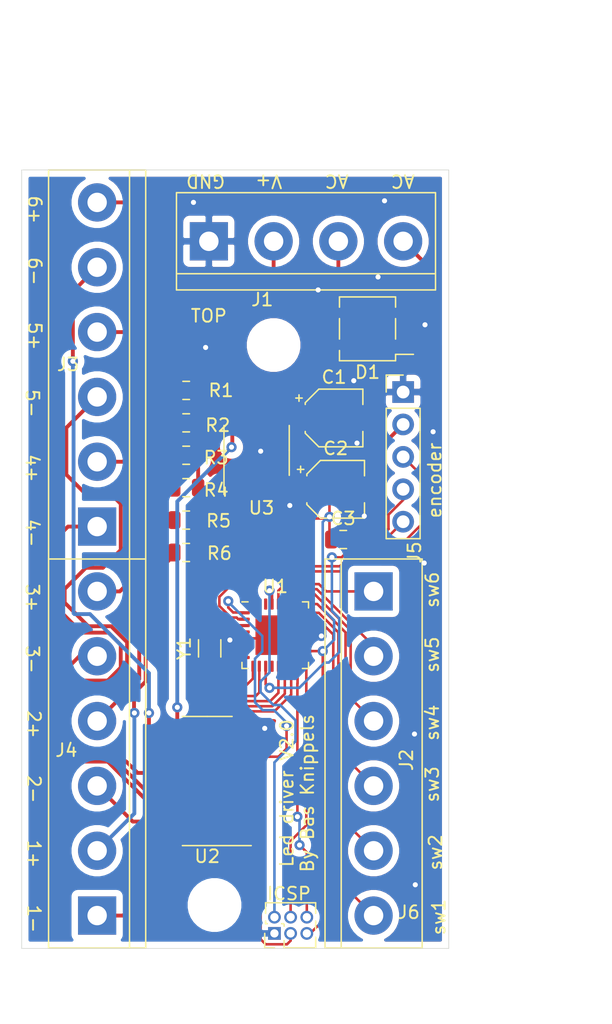
<source format=kicad_pcb>
(kicad_pcb (version 20171130) (host pcbnew "(5.1.12)-1")

  (general
    (thickness 1.6)
    (drawings 32)
    (tracks 354)
    (zones 0)
    (modules 22)
    (nets 50)
  )

  (page A4)
  (layers
    (0 F.Cu signal)
    (31 B.Cu signal)
    (32 B.Adhes user)
    (33 F.Adhes user)
    (34 B.Paste user)
    (35 F.Paste user)
    (36 B.SilkS user)
    (37 F.SilkS user)
    (38 B.Mask user)
    (39 F.Mask user)
    (40 Dwgs.User user)
    (41 Cmts.User user)
    (42 Eco1.User user)
    (43 Eco2.User user)
    (44 Edge.Cuts user)
    (45 Margin user)
    (46 B.CrtYd user hide)
    (47 F.CrtYd user hide)
    (48 B.Fab user)
    (49 F.Fab user hide)
  )

  (setup
    (last_trace_width 0.25)
    (user_trace_width 0.2)
    (user_trace_width 0.3)
    (user_trace_width 0.4)
    (trace_clearance 0.2)
    (zone_clearance 0.508)
    (zone_45_only no)
    (trace_min 0.2)
    (via_size 0.8)
    (via_drill 0.4)
    (via_min_size 0.4)
    (via_min_drill 0.3)
    (uvia_size 0.3)
    (uvia_drill 0.1)
    (uvias_allowed no)
    (uvia_min_size 0.2)
    (uvia_min_drill 0.1)
    (edge_width 0.05)
    (segment_width 0.2)
    (pcb_text_width 0.3)
    (pcb_text_size 1.5 1.5)
    (mod_edge_width 0.12)
    (mod_text_size 1 1)
    (mod_text_width 0.15)
    (pad_size 1.524 1.524)
    (pad_drill 0.762)
    (pad_to_mask_clearance 0.05)
    (aux_axis_origin 0 0)
    (visible_elements 7FFFFFFF)
    (pcbplotparams
      (layerselection 0x010fc_ffffffff)
      (usegerberextensions false)
      (usegerberattributes true)
      (usegerberadvancedattributes true)
      (creategerberjobfile true)
      (excludeedgelayer true)
      (linewidth 0.100000)
      (plotframeref false)
      (viasonmask false)
      (mode 1)
      (useauxorigin false)
      (hpglpennumber 1)
      (hpglpenspeed 20)
      (hpglpendiameter 15.000000)
      (psnegative false)
      (psa4output false)
      (plotreference true)
      (plotvalue true)
      (plotinvisibletext false)
      (padsonsilk false)
      (subtractmaskfromsilk false)
      (outputformat 1)
      (mirror false)
      (drillshape 0)
      (scaleselection 1)
      (outputdirectory ""))
  )

  (net 0 "")
  (net 1 GND)
  (net 2 +5V)
  (net 3 +12V)
  (net 4 "Net-(J3-Pad6)")
  (net 5 "Net-(J3-Pad4)")
  (net 6 "Net-(J3-Pad2)")
  (net 7 "Net-(J4-Pad6)")
  (net 8 "Net-(J4-Pad4)")
  (net 9 "Net-(J4-Pad2)")
  (net 10 "Net-(J3-Pad3)")
  (net 11 "Net-(J3-Pad1)")
  (net 12 "Net-(J3-Pad5)")
  (net 13 "Net-(J4-Pad3)")
  (net 14 "Net-(J4-Pad1)")
  (net 15 "Net-(J4-Pad5)")
  (net 16 "Net-(U2-Pad7)")
  (net 17 "Net-(U2-Pad10)")
  (net 18 "Net-(D1-Pad2)")
  (net 19 /Sw5)
  (net 20 /Sw4)
  (net 21 /Sw6)
  (net 22 /Sw3)
  (net 23 /Sw2)
  (net 24 /Sw1)
  (net 25 /clock)
  (net 26 /data)
  (net 27 /btn)
  (net 28 "Net-(U1-Pad31)")
  (net 29 "Net-(U1-Pad30)")
  (net 30 "Net-(U1-Pad22)")
  (net 31 "Net-(U1-Pad20)")
  (net 32 "Net-(U1-Pad19)")
  (net 33 /pwm5)
  (net 34 /pwm6)
  (net 35 "Net-(U1-Pad12)")
  (net 36 /pwm3)
  (net 37 /pwm2)
  (net 38 "Net-(U1-Pad6)")
  (net 39 "Net-(U1-Pad3)")
  (net 40 /pwm1)
  (net 41 "Net-(U3-Pad5)")
  (net 42 "Net-(U3-Pad4)")
  (net 43 "Net-(U1-Pad8)")
  (net 44 "Net-(U1-Pad7)")
  (net 45 "Net-(D1-Pad1)")
  (net 46 /reset)
  (net 47 /mosi)
  (net 48 /sck)
  (net 49 /miso)

  (net_class Default "This is the default net class."
    (clearance 0.2)
    (trace_width 0.25)
    (via_dia 0.8)
    (via_drill 0.4)
    (uvia_dia 0.3)
    (uvia_drill 0.1)
    (add_net +12V)
    (add_net +5V)
    (add_net /Sw1)
    (add_net /Sw2)
    (add_net /Sw3)
    (add_net /Sw4)
    (add_net /Sw5)
    (add_net /Sw6)
    (add_net /btn)
    (add_net /clock)
    (add_net /data)
    (add_net /miso)
    (add_net /mosi)
    (add_net /pwm1)
    (add_net /pwm2)
    (add_net /pwm3)
    (add_net /pwm5)
    (add_net /pwm6)
    (add_net /reset)
    (add_net /sck)
    (add_net GND)
    (add_net "Net-(D1-Pad1)")
    (add_net "Net-(D1-Pad2)")
    (add_net "Net-(J3-Pad1)")
    (add_net "Net-(J3-Pad2)")
    (add_net "Net-(J3-Pad3)")
    (add_net "Net-(J3-Pad4)")
    (add_net "Net-(J3-Pad5)")
    (add_net "Net-(J3-Pad6)")
    (add_net "Net-(J4-Pad1)")
    (add_net "Net-(J4-Pad2)")
    (add_net "Net-(J4-Pad3)")
    (add_net "Net-(J4-Pad4)")
    (add_net "Net-(J4-Pad5)")
    (add_net "Net-(J4-Pad6)")
    (add_net "Net-(U1-Pad12)")
    (add_net "Net-(U1-Pad19)")
    (add_net "Net-(U1-Pad20)")
    (add_net "Net-(U1-Pad22)")
    (add_net "Net-(U1-Pad3)")
    (add_net "Net-(U1-Pad30)")
    (add_net "Net-(U1-Pad31)")
    (add_net "Net-(U1-Pad6)")
    (add_net "Net-(U1-Pad7)")
    (add_net "Net-(U1-Pad8)")
    (add_net "Net-(U2-Pad10)")
    (add_net "Net-(U2-Pad7)")
    (add_net "Net-(U3-Pad4)")
    (add_net "Net-(U3-Pad5)")
  )

  (module TerminalBlock:TerminalBlock_bornier-4_P5.08mm (layer F.Cu) (tedit 59FF03D1) (tstamp 6027DDCB)
    (at 114.681 37.592)
    (descr "simple 4-pin terminal block, pitch 5.08mm, revamped version of bornier4")
    (tags "terminal block bornier4")
    (path /603231CE)
    (fp_text reference J1 (at 4.191 4.572) (layer F.SilkS)
      (effects (font (size 1 1) (thickness 0.15)))
    )
    (fp_text value Screw_Terminal_01x04 (at 7.6 4.75 180) (layer F.Fab)
      (effects (font (size 1 1) (thickness 0.15)))
    )
    (fp_line (start -2.48 2.55) (end 17.72 2.55) (layer F.Fab) (width 0.1))
    (fp_line (start -2.43 3.75) (end -2.48 3.75) (layer F.Fab) (width 0.1))
    (fp_line (start -2.48 3.75) (end -2.48 -3.75) (layer F.Fab) (width 0.1))
    (fp_line (start -2.48 -3.75) (end 17.72 -3.75) (layer F.Fab) (width 0.1))
    (fp_line (start 17.72 -3.75) (end 17.72 3.75) (layer F.Fab) (width 0.1))
    (fp_line (start 17.72 3.75) (end -2.43 3.75) (layer F.Fab) (width 0.1))
    (fp_line (start -2.54 -3.81) (end -2.54 3.81) (layer F.SilkS) (width 0.12))
    (fp_line (start 17.78 3.81) (end 17.78 -3.81) (layer F.SilkS) (width 0.12))
    (fp_line (start 17.78 2.54) (end -2.54 2.54) (layer F.SilkS) (width 0.12))
    (fp_line (start -2.54 -3.81) (end 17.78 -3.81) (layer F.SilkS) (width 0.12))
    (fp_line (start -2.54 3.81) (end 17.78 3.81) (layer F.SilkS) (width 0.12))
    (fp_line (start -2.73 -4) (end 17.97 -4) (layer F.CrtYd) (width 0.05))
    (fp_line (start -2.73 -4) (end -2.73 4) (layer F.CrtYd) (width 0.05))
    (fp_line (start 17.97 4) (end 17.97 -4) (layer F.CrtYd) (width 0.05))
    (fp_line (start 17.97 4) (end -2.73 4) (layer F.CrtYd) (width 0.05))
    (fp_text user %R (at 7.62 0) (layer F.Fab)
      (effects (font (size 1 1) (thickness 0.15)))
    )
    (pad 4 thru_hole circle (at 15.24 0) (size 3 3) (drill 1.52) (layers *.Cu *.Mask)
      (net 45 "Net-(D1-Pad1)"))
    (pad 1 thru_hole rect (at 0 0) (size 3 3) (drill 1.52) (layers *.Cu *.Mask)
      (net 1 GND))
    (pad 3 thru_hole circle (at 10.16 0) (size 3 3) (drill 1.52) (layers *.Cu *.Mask)
      (net 18 "Net-(D1-Pad2)"))
    (pad 2 thru_hole circle (at 5.08 0) (size 3 3) (drill 1.52) (layers *.Cu *.Mask)
      (net 3 +12V))
    (model ${KISYS3DMOD}/TerminalBlock.3dshapes/TerminalBlock_bornier-4_P5.08mm.wrl
      (offset (xyz 7.619999885559082 0 0))
      (scale (xyz 1 1 1))
      (rotate (xyz 0 0 0))
    )
  )

  (module TerminalBlock:TerminalBlock_bornier-6_P5.08mm (layer F.Cu) (tedit 59FF03F5) (tstamp 6021AF4C)
    (at 105.918 59.944 90)
    (descr "simple 6pin terminal block, pitch 5.08mm, revamped version of bornier6")
    (tags "terminal block bornier6")
    (path /6021CA94)
    (fp_text reference J3 (at 12.7 -2.286) (layer F.SilkS)
      (effects (font (size 1 1) (thickness 0.15)))
    )
    (fp_text value Screw_Terminal_01x03 (at 12.7 4.75 90) (layer F.Fab)
      (effects (font (size 1 1) (thickness 0.15)))
    )
    (fp_line (start 28.15 4) (end -2.75 4) (layer F.CrtYd) (width 0.05))
    (fp_line (start 28.15 4) (end 28.15 -4) (layer F.CrtYd) (width 0.05))
    (fp_line (start -2.75 -4) (end -2.75 4) (layer F.CrtYd) (width 0.05))
    (fp_line (start -2.75 -4) (end 28.15 -4) (layer F.CrtYd) (width 0.05))
    (fp_line (start -2.54 3.81) (end 27.94 3.81) (layer F.SilkS) (width 0.12))
    (fp_line (start -2.54 -3.81) (end 27.94 -3.81) (layer F.SilkS) (width 0.12))
    (fp_line (start -2.54 2.54) (end 27.94 2.54) (layer F.SilkS) (width 0.12))
    (fp_line (start 27.94 3.81) (end 27.94 -3.81) (layer F.SilkS) (width 0.12))
    (fp_line (start -2.54 -3.81) (end -2.54 3.81) (layer F.SilkS) (width 0.12))
    (fp_line (start 27.9 -3.75) (end -2.5 -3.75) (layer F.Fab) (width 0.1))
    (fp_line (start 27.9 3.75) (end 27.9 -3.75) (layer F.Fab) (width 0.1))
    (fp_line (start -2.5 3.75) (end 27.9 3.75) (layer F.Fab) (width 0.1))
    (fp_line (start -2.5 -3.75) (end -2.5 3.75) (layer F.Fab) (width 0.1))
    (fp_line (start -2.5 2.55) (end 27.9 2.55) (layer F.Fab) (width 0.1))
    (fp_text user %R (at 12.7 0 90) (layer F.Fab)
      (effects (font (size 1 1) (thickness 0.15)))
    )
    (pad 2 thru_hole circle (at 5.08 0 90) (size 3 3) (drill 1.52) (layers *.Cu *.Mask)
      (net 6 "Net-(J3-Pad2)"))
    (pad 3 thru_hole circle (at 10.16 0 90) (size 3 3) (drill 1.52) (layers *.Cu *.Mask)
      (net 10 "Net-(J3-Pad3)"))
    (pad 1 thru_hole rect (at 0 0 90) (size 3 3) (drill 1.52) (layers *.Cu *.Mask)
      (net 11 "Net-(J3-Pad1)"))
    (pad 4 thru_hole circle (at 15.24 0 90) (size 3 3) (drill 1.52) (layers *.Cu *.Mask)
      (net 5 "Net-(J3-Pad4)"))
    (pad 5 thru_hole circle (at 20.32 0 90) (size 3 3) (drill 1.52) (layers *.Cu *.Mask)
      (net 12 "Net-(J3-Pad5)"))
    (pad 6 thru_hole circle (at 25.4 0 90) (size 3 3) (drill 1.52) (layers *.Cu *.Mask)
      (net 4 "Net-(J3-Pad6)"))
    (model ${KISYS3DMOD}/TerminalBlock.3dshapes/TerminalBlock_bornier-6_P5.08mm.wrl
      (offset (xyz 12.69999980926514 0 0))
      (scale (xyz 1 1 1))
      (rotate (xyz 0 0 0))
    )
  )

  (module TerminalBlock:TerminalBlock_bornier-6_P5.08mm (layer F.Cu) (tedit 59FF03F5) (tstamp 6021AF65)
    (at 105.918 90.424 90)
    (descr "simple 6pin terminal block, pitch 5.08mm, revamped version of bornier6")
    (tags "terminal block bornier6")
    (path /6021DCED)
    (fp_text reference J4 (at 12.954 -2.413 180) (layer F.SilkS)
      (effects (font (size 1 1) (thickness 0.15)))
    )
    (fp_text value Screw_Terminal_01x03 (at 12.7 4.75 90) (layer F.Fab)
      (effects (font (size 1 1) (thickness 0.15)))
    )
    (fp_line (start 28.15 4) (end -2.75 4) (layer F.CrtYd) (width 0.05))
    (fp_line (start 28.15 4) (end 28.15 -4) (layer F.CrtYd) (width 0.05))
    (fp_line (start -2.75 -4) (end -2.75 4) (layer F.CrtYd) (width 0.05))
    (fp_line (start -2.75 -4) (end 28.15 -4) (layer F.CrtYd) (width 0.05))
    (fp_line (start -2.54 3.81) (end 27.94 3.81) (layer F.SilkS) (width 0.12))
    (fp_line (start -2.54 -3.81) (end 27.94 -3.81) (layer F.SilkS) (width 0.12))
    (fp_line (start -2.54 2.54) (end 27.94 2.54) (layer F.SilkS) (width 0.12))
    (fp_line (start 27.94 3.81) (end 27.94 -3.81) (layer F.SilkS) (width 0.12))
    (fp_line (start -2.54 -3.81) (end -2.54 3.81) (layer F.SilkS) (width 0.12))
    (fp_line (start 27.9 -3.75) (end -2.5 -3.75) (layer F.Fab) (width 0.1))
    (fp_line (start 27.9 3.75) (end 27.9 -3.75) (layer F.Fab) (width 0.1))
    (fp_line (start -2.5 3.75) (end 27.9 3.75) (layer F.Fab) (width 0.1))
    (fp_line (start -2.5 -3.75) (end -2.5 3.75) (layer F.Fab) (width 0.1))
    (fp_line (start -2.5 2.55) (end 27.9 2.55) (layer F.Fab) (width 0.1))
    (fp_text user %R (at 12.7 0 90) (layer F.Fab)
      (effects (font (size 1 1) (thickness 0.15)))
    )
    (pad 2 thru_hole circle (at 5.08 0 90) (size 3 3) (drill 1.52) (layers *.Cu *.Mask)
      (net 9 "Net-(J4-Pad2)"))
    (pad 3 thru_hole circle (at 10.16 0 90) (size 3 3) (drill 1.52) (layers *.Cu *.Mask)
      (net 13 "Net-(J4-Pad3)"))
    (pad 1 thru_hole rect (at 0 0 90) (size 3 3) (drill 1.52) (layers *.Cu *.Mask)
      (net 14 "Net-(J4-Pad1)"))
    (pad 4 thru_hole circle (at 15.24 0 90) (size 3 3) (drill 1.52) (layers *.Cu *.Mask)
      (net 8 "Net-(J4-Pad4)"))
    (pad 5 thru_hole circle (at 20.32 0 90) (size 3 3) (drill 1.52) (layers *.Cu *.Mask)
      (net 15 "Net-(J4-Pad5)"))
    (pad 6 thru_hole circle (at 25.4 0 90) (size 3 3) (drill 1.52) (layers *.Cu *.Mask)
      (net 7 "Net-(J4-Pad6)"))
    (model ${KISYS3DMOD}/TerminalBlock.3dshapes/TerminalBlock_bornier-6_P5.08mm.wrl
      (offset (xyz 12.69999980926514 0 0))
      (scale (xyz 1 1 1))
      (rotate (xyz 0 0 0))
    )
  )

  (module Package_TO_SOT_SMD:TO-269AA (layer F.Cu) (tedit 5A4F6848) (tstamp 60EEC271)
    (at 127.127 44.45 180)
    (descr "SMD package TO-269AA (e.g. diode bridge), see http://www.vishay.com/docs/88854/padlayouts.pdf")
    (tags "TO-269AA MBS diode bridge")
    (path /6108419D)
    (attr smd)
    (fp_text reference D1 (at 0 -3.4) (layer F.SilkS)
      (effects (font (size 1 1) (thickness 0.15)))
    )
    (fp_text value MB6S (at 0 3.5) (layer F.Fab)
      (effects (font (size 1 1) (thickness 0.15)))
    )
    (fp_line (start 3.83 2.65) (end -3.82 2.65) (layer F.CrtYd) (width 0.05))
    (fp_line (start 3.83 2.65) (end 3.83 -2.65) (layer F.CrtYd) (width 0.05))
    (fp_line (start -3.82 -2.65) (end -3.82 2.65) (layer F.CrtYd) (width 0.05))
    (fp_line (start -3.82 -2.65) (end 3.83 -2.65) (layer F.CrtYd) (width 0.05))
    (fp_line (start -1.35 -2.4) (end 2.05 -2.4) (layer F.Fab) (width 0.12))
    (fp_line (start -2.05 -1.7) (end -1.35 -2.4) (layer F.Fab) (width 0.12))
    (fp_line (start -2.05 2.4) (end -2.05 -1.7) (layer F.Fab) (width 0.12))
    (fp_line (start 2.05 2.4) (end -2.05 2.4) (layer F.Fab) (width 0.12))
    (fp_line (start 2.05 -2.4) (end 2.05 2.4) (layer F.Fab) (width 0.12))
    (fp_line (start -2.2 2.5) (end -2.2 1.7) (layer F.SilkS) (width 0.12))
    (fp_line (start 2.2 2.5) (end -2.2 2.5) (layer F.SilkS) (width 0.12))
    (fp_line (start 2.2 1.7) (end 2.2 2.5) (layer F.SilkS) (width 0.12))
    (fp_line (start 2.2 -2.5) (end -2.2 -2.5) (layer F.SilkS) (width 0.12))
    (fp_line (start 2.2 -1.7) (end 2.2 -2.5) (layer F.SilkS) (width 0.12))
    (fp_line (start -2.2 -0.8) (end -2.2 0.8) (layer F.SilkS) (width 0.12))
    (fp_line (start 2.2 -0.8) (end 2.2 0.8) (layer F.SilkS) (width 0.12))
    (fp_line (start -2.2 -2) (end -3.6 -2) (layer F.SilkS) (width 0.12))
    (fp_line (start -2.2 -2.5) (end -2.2 -2) (layer F.SilkS) (width 0.12))
    (fp_text user %R (at 0 -0.065) (layer F.Fab)
      (effects (font (size 1 1) (thickness 0.15)))
    )
    (pad 4 smd rect (at 3.075 -1.27 180) (size 1 0.8) (layers F.Cu F.Paste F.Mask)
      (net 1 GND))
    (pad 3 smd rect (at 3.075 1.27 180) (size 1 0.8) (layers F.Cu F.Paste F.Mask)
      (net 3 +12V))
    (pad 2 smd rect (at -3.075 1.27 180) (size 1 0.8) (layers F.Cu F.Paste F.Mask)
      (net 18 "Net-(D1-Pad2)"))
    (pad 1 smd rect (at -3.075 -1.27 180) (size 1 0.8) (layers F.Cu F.Paste F.Mask)
      (net 45 "Net-(D1-Pad1)"))
    (model ${KISYS3DMOD}/Package_TO_SOT_SMD.3dshapes/TO-269AA.wrl
      (at (xyz 0 0 0))
      (scale (xyz 1 1 1))
      (rotate (xyz 0 0 0))
    )
  )

  (module Connector_PinHeader_1.27mm:PinHeader_2x03_P1.27mm_Vertical (layer F.Cu) (tedit 59FED6E3) (tstamp 60EEE8F4)
    (at 119.8245 91.821 90)
    (descr "Through hole straight pin header, 2x03, 1.27mm pitch, double rows")
    (tags "Through hole pin header THT 2x03 1.27mm double row")
    (path /6109F926)
    (fp_text reference J6 (at 1.651 10.541) (layer F.SilkS)
      (effects (font (size 1 1) (thickness 0.15)))
    )
    (fp_text value ICSP (at 0.635 4.235 90) (layer F.Fab)
      (effects (font (size 1 1) (thickness 0.15)))
    )
    (fp_line (start 2.85 -1.15) (end -1.6 -1.15) (layer F.CrtYd) (width 0.05))
    (fp_line (start 2.85 3.7) (end 2.85 -1.15) (layer F.CrtYd) (width 0.05))
    (fp_line (start -1.6 3.7) (end 2.85 3.7) (layer F.CrtYd) (width 0.05))
    (fp_line (start -1.6 -1.15) (end -1.6 3.7) (layer F.CrtYd) (width 0.05))
    (fp_line (start -1.13 -0.76) (end 0 -0.76) (layer F.SilkS) (width 0.12))
    (fp_line (start -1.13 0) (end -1.13 -0.76) (layer F.SilkS) (width 0.12))
    (fp_line (start 1.57753 -0.695) (end 2.4 -0.695) (layer F.SilkS) (width 0.12))
    (fp_line (start 0.76 -0.695) (end 0.96247 -0.695) (layer F.SilkS) (width 0.12))
    (fp_line (start 0.76 -0.563471) (end 0.76 -0.695) (layer F.SilkS) (width 0.12))
    (fp_line (start 0.76 0.706529) (end 0.76 0.563471) (layer F.SilkS) (width 0.12))
    (fp_line (start 0.563471 0.76) (end 0.706529 0.76) (layer F.SilkS) (width 0.12))
    (fp_line (start -1.13 0.76) (end -0.563471 0.76) (layer F.SilkS) (width 0.12))
    (fp_line (start 2.4 -0.695) (end 2.4 3.235) (layer F.SilkS) (width 0.12))
    (fp_line (start -1.13 0.76) (end -1.13 3.235) (layer F.SilkS) (width 0.12))
    (fp_line (start 0.30753 3.235) (end 0.96247 3.235) (layer F.SilkS) (width 0.12))
    (fp_line (start 1.57753 3.235) (end 2.4 3.235) (layer F.SilkS) (width 0.12))
    (fp_line (start -1.13 3.235) (end -0.30753 3.235) (layer F.SilkS) (width 0.12))
    (fp_line (start -1.07 0.2175) (end -0.2175 -0.635) (layer F.Fab) (width 0.1))
    (fp_line (start -1.07 3.175) (end -1.07 0.2175) (layer F.Fab) (width 0.1))
    (fp_line (start 2.34 3.175) (end -1.07 3.175) (layer F.Fab) (width 0.1))
    (fp_line (start 2.34 -0.635) (end 2.34 3.175) (layer F.Fab) (width 0.1))
    (fp_line (start -0.2175 -0.635) (end 2.34 -0.635) (layer F.Fab) (width 0.1))
    (fp_text user %R (at 0.635 1.27) (layer F.Fab)
      (effects (font (size 1 1) (thickness 0.15)))
    )
    (pad 6 thru_hole oval (at 1.27 2.54 90) (size 1 1) (drill 0.65) (layers *.Cu *.Mask)
      (net 49 /miso))
    (pad 5 thru_hole oval (at 0 2.54 90) (size 1 1) (drill 0.65) (layers *.Cu *.Mask)
      (net 2 +5V))
    (pad 4 thru_hole oval (at 1.27 1.27 90) (size 1 1) (drill 0.65) (layers *.Cu *.Mask)
      (net 48 /sck))
    (pad 3 thru_hole oval (at 0 1.27 90) (size 1 1) (drill 0.65) (layers *.Cu *.Mask)
      (net 47 /mosi))
    (pad 2 thru_hole oval (at 1.27 0 90) (size 1 1) (drill 0.65) (layers *.Cu *.Mask)
      (net 46 /reset))
    (pad 1 thru_hole rect (at 0 0 90) (size 1 1) (drill 0.65) (layers *.Cu *.Mask)
      (net 1 GND))
    (model ${KISYS3DMOD}/Connector_PinHeader_1.27mm.3dshapes/PinHeader_2x03_P1.27mm_Vertical.wrl
      (at (xyz 0 0 0))
      (scale (xyz 1 1 1))
      (rotate (xyz 0 0 0))
    )
  )

  (module Crystal:Crystal_SMD_3215-2Pin_3.2x1.5mm (layer F.Cu) (tedit 5A0FD1B2) (tstamp 60EE3EBB)
    (at 114.7445 69.489 90)
    (descr "SMD Crystal FC-135 https://support.epson.biz/td/api/doc_check.php?dl=brief_FC-135R_en.pdf")
    (tags "SMD SMT Crystal")
    (path /60FE3740)
    (attr smd)
    (fp_text reference Y1 (at 0 -2 90) (layer F.SilkS)
      (effects (font (size 1 1) (thickness 0.15)))
    )
    (fp_text value Crystal (at 0 2 90) (layer F.Fab)
      (effects (font (size 1 1) (thickness 0.15)))
    )
    (fp_line (start 2 -1.15) (end 2 1.15) (layer F.CrtYd) (width 0.05))
    (fp_line (start -2 -1.15) (end -2 1.15) (layer F.CrtYd) (width 0.05))
    (fp_line (start -2 1.15) (end 2 1.15) (layer F.CrtYd) (width 0.05))
    (fp_line (start -1.6 0.75) (end 1.6 0.75) (layer F.Fab) (width 0.1))
    (fp_line (start -1.6 -0.75) (end 1.6 -0.75) (layer F.Fab) (width 0.1))
    (fp_line (start 1.6 -0.75) (end 1.6 0.75) (layer F.Fab) (width 0.1))
    (fp_line (start -0.675 -0.875) (end 0.675 -0.875) (layer F.SilkS) (width 0.12))
    (fp_line (start -0.675 0.875) (end 0.675 0.875) (layer F.SilkS) (width 0.12))
    (fp_line (start -1.6 -0.75) (end -1.6 0.75) (layer F.Fab) (width 0.1))
    (fp_line (start -2 -1.15) (end 2 -1.15) (layer F.CrtYd) (width 0.05))
    (fp_text user %R (at 0 -2 90) (layer F.Fab)
      (effects (font (size 1 1) (thickness 0.15)))
    )
    (pad 2 smd rect (at -1.25 0 90) (size 1 1.8) (layers F.Cu F.Paste F.Mask)
      (net 43 "Net-(U1-Pad8)"))
    (pad 1 smd rect (at 1.25 0 90) (size 1 1.8) (layers F.Cu F.Paste F.Mask)
      (net 44 "Net-(U1-Pad7)"))
    (model ${KISYS3DMOD}/Crystal.3dshapes/Crystal_SMD_3215-2Pin_3.2x1.5mm.wrl
      (at (xyz 0 0 0))
      (scale (xyz 1 1 1))
      (rotate (xyz 0 0 0))
    )
  )

  (module Capacitor_SMD:C_0805_2012Metric (layer F.Cu) (tedit 5B36C52B) (tstamp 60EE617B)
    (at 125.222 60.96)
    (descr "Capacitor SMD 0805 (2012 Metric), square (rectangular) end terminal, IPC_7351 nominal, (Body size source: https://docs.google.com/spreadsheets/d/1BsfQQcO9C6DZCsRaXUlFlo91Tg2WpOkGARC1WS5S8t0/edit?usp=sharing), generated with kicad-footprint-generator")
    (tags capacitor)
    (path /6023CC76)
    (attr smd)
    (fp_text reference C3 (at 0 -1.65) (layer F.SilkS)
      (effects (font (size 1 1) (thickness 0.15)))
    )
    (fp_text value C (at 0 1.65) (layer F.Fab)
      (effects (font (size 1 1) (thickness 0.15)))
    )
    (fp_line (start 1.68 0.95) (end -1.68 0.95) (layer F.CrtYd) (width 0.05))
    (fp_line (start 1.68 -0.95) (end 1.68 0.95) (layer F.CrtYd) (width 0.05))
    (fp_line (start -1.68 -0.95) (end 1.68 -0.95) (layer F.CrtYd) (width 0.05))
    (fp_line (start -1.68 0.95) (end -1.68 -0.95) (layer F.CrtYd) (width 0.05))
    (fp_line (start -0.258578 0.71) (end 0.258578 0.71) (layer F.SilkS) (width 0.12))
    (fp_line (start -0.258578 -0.71) (end 0.258578 -0.71) (layer F.SilkS) (width 0.12))
    (fp_line (start 1 0.6) (end -1 0.6) (layer F.Fab) (width 0.1))
    (fp_line (start 1 -0.6) (end 1 0.6) (layer F.Fab) (width 0.1))
    (fp_line (start -1 -0.6) (end 1 -0.6) (layer F.Fab) (width 0.1))
    (fp_line (start -1 0.6) (end -1 -0.6) (layer F.Fab) (width 0.1))
    (fp_text user %R (at 0 0) (layer F.Fab)
      (effects (font (size 0.5 0.5) (thickness 0.08)))
    )
    (pad 2 smd roundrect (at 0.9375 0) (size 0.975 1.4) (layers F.Cu F.Paste F.Mask) (roundrect_rratio 0.25)
      (net 1 GND))
    (pad 1 smd roundrect (at -0.9375 0) (size 0.975 1.4) (layers F.Cu F.Paste F.Mask) (roundrect_rratio 0.25)
      (net 2 +5V))
    (model ${KISYS3DMOD}/Capacitor_SMD.3dshapes/C_0805_2012Metric.wrl
      (at (xyz 0 0 0))
      (scale (xyz 1 1 1))
      (rotate (xyz 0 0 0))
    )
  )

  (module Package_SO:SOIC-8_3.9x4.9mm_P1.27mm (layer F.Cu) (tedit 5D9F72B1) (tstamp 60EE3E79)
    (at 118.4275 53.9765 90)
    (descr "SOIC, 8 Pin (JEDEC MS-012AA, https://www.analog.com/media/en/package-pcb-resources/package/pkg_pdf/soic_narrow-r/r_8.pdf), generated with kicad-footprint-generator ipc_gullwing_generator.py")
    (tags "SOIC SO")
    (path /61017241)
    (attr smd)
    (fp_text reference U3 (at -4.507 0.381 180) (layer F.SilkS)
      (effects (font (size 1 1) (thickness 0.15)))
    )
    (fp_text value L78L05_SO8 (at 0 3.4 90) (layer F.Fab)
      (effects (font (size 1 1) (thickness 0.15)))
    )
    (fp_line (start 3.7 -2.7) (end -3.7 -2.7) (layer F.CrtYd) (width 0.05))
    (fp_line (start 3.7 2.7) (end 3.7 -2.7) (layer F.CrtYd) (width 0.05))
    (fp_line (start -3.7 2.7) (end 3.7 2.7) (layer F.CrtYd) (width 0.05))
    (fp_line (start -3.7 -2.7) (end -3.7 2.7) (layer F.CrtYd) (width 0.05))
    (fp_line (start -1.95 -1.475) (end -0.975 -2.45) (layer F.Fab) (width 0.1))
    (fp_line (start -1.95 2.45) (end -1.95 -1.475) (layer F.Fab) (width 0.1))
    (fp_line (start 1.95 2.45) (end -1.95 2.45) (layer F.Fab) (width 0.1))
    (fp_line (start 1.95 -2.45) (end 1.95 2.45) (layer F.Fab) (width 0.1))
    (fp_line (start -0.975 -2.45) (end 1.95 -2.45) (layer F.Fab) (width 0.1))
    (fp_line (start 0 -2.56) (end -3.45 -2.56) (layer F.SilkS) (width 0.12))
    (fp_line (start 0 -2.56) (end 1.95 -2.56) (layer F.SilkS) (width 0.12))
    (fp_line (start 0 2.56) (end -1.95 2.56) (layer F.SilkS) (width 0.12))
    (fp_line (start 0 2.56) (end 1.95 2.56) (layer F.SilkS) (width 0.12))
    (fp_text user %R (at 0 0 90) (layer F.Fab)
      (effects (font (size 0.98 0.98) (thickness 0.15)))
    )
    (pad 8 smd roundrect (at 2.475 -1.905 90) (size 1.95 0.6) (layers F.Cu F.Paste F.Mask) (roundrect_rratio 0.25)
      (net 3 +12V))
    (pad 7 smd roundrect (at 2.475 -0.635 90) (size 1.95 0.6) (layers F.Cu F.Paste F.Mask) (roundrect_rratio 0.25)
      (net 1 GND))
    (pad 6 smd roundrect (at 2.475 0.635 90) (size 1.95 0.6) (layers F.Cu F.Paste F.Mask) (roundrect_rratio 0.25)
      (net 1 GND))
    (pad 5 smd roundrect (at 2.475 1.905 90) (size 1.95 0.6) (layers F.Cu F.Paste F.Mask) (roundrect_rratio 0.25)
      (net 41 "Net-(U3-Pad5)"))
    (pad 4 smd roundrect (at -2.475 1.905 90) (size 1.95 0.6) (layers F.Cu F.Paste F.Mask) (roundrect_rratio 0.25)
      (net 42 "Net-(U3-Pad4)"))
    (pad 3 smd roundrect (at -2.475 0.635 90) (size 1.95 0.6) (layers F.Cu F.Paste F.Mask) (roundrect_rratio 0.25)
      (net 1 GND))
    (pad 2 smd roundrect (at -2.475 -0.635 90) (size 1.95 0.6) (layers F.Cu F.Paste F.Mask) (roundrect_rratio 0.25)
      (net 1 GND))
    (pad 1 smd roundrect (at -2.475 -1.905 90) (size 1.95 0.6) (layers F.Cu F.Paste F.Mask) (roundrect_rratio 0.25)
      (net 2 +5V))
    (model ${KISYS3DMOD}/Package_SO.3dshapes/SOIC-8_3.9x4.9mm_P1.27mm.wrl
      (at (xyz 0 0 0))
      (scale (xyz 1 1 1))
      (rotate (xyz 0 0 0))
    )
  )

  (module Package_SO:SOIC-16_3.9x9.9mm_P1.27mm (layer F.Cu) (tedit 5D9F72B1) (tstamp 6027E000)
    (at 114.554 79.883 180)
    (descr "SOIC, 16 Pin (JEDEC MS-012AC, https://www.analog.com/media/en/package-pcb-resources/package/pkg_pdf/soic_narrow-r/r_16.pdf), generated with kicad-footprint-generator ipc_gullwing_generator.py")
    (tags "SOIC SO")
    (path /60284282)
    (attr smd)
    (fp_text reference U2 (at 0 -5.9) (layer F.SilkS)
      (effects (font (size 1 1) (thickness 0.15)))
    )
    (fp_text value ULN2003A (at 0 5.9) (layer F.Fab)
      (effects (font (size 1 1) (thickness 0.15)))
    )
    (fp_line (start 3.7 -5.2) (end -3.7 -5.2) (layer F.CrtYd) (width 0.05))
    (fp_line (start 3.7 5.2) (end 3.7 -5.2) (layer F.CrtYd) (width 0.05))
    (fp_line (start -3.7 5.2) (end 3.7 5.2) (layer F.CrtYd) (width 0.05))
    (fp_line (start -3.7 -5.2) (end -3.7 5.2) (layer F.CrtYd) (width 0.05))
    (fp_line (start -1.95 -3.975) (end -0.975 -4.95) (layer F.Fab) (width 0.1))
    (fp_line (start -1.95 4.95) (end -1.95 -3.975) (layer F.Fab) (width 0.1))
    (fp_line (start 1.95 4.95) (end -1.95 4.95) (layer F.Fab) (width 0.1))
    (fp_line (start 1.95 -4.95) (end 1.95 4.95) (layer F.Fab) (width 0.1))
    (fp_line (start -0.975 -4.95) (end 1.95 -4.95) (layer F.Fab) (width 0.1))
    (fp_line (start 0 -5.06) (end -3.45 -5.06) (layer F.SilkS) (width 0.12))
    (fp_line (start 0 -5.06) (end 1.95 -5.06) (layer F.SilkS) (width 0.12))
    (fp_line (start 0 5.06) (end -1.95 5.06) (layer F.SilkS) (width 0.12))
    (fp_line (start 0 5.06) (end 1.95 5.06) (layer F.SilkS) (width 0.12))
    (fp_text user %R (at 0 0) (layer F.Fab)
      (effects (font (size 0.98 0.98) (thickness 0.15)))
    )
    (pad 16 smd roundrect (at 2.475 -4.445 180) (size 1.95 0.6) (layers F.Cu F.Paste F.Mask) (roundrect_rratio 0.25)
      (net 14 "Net-(J4-Pad1)"))
    (pad 15 smd roundrect (at 2.475 -3.175 180) (size 1.95 0.6) (layers F.Cu F.Paste F.Mask) (roundrect_rratio 0.25)
      (net 13 "Net-(J4-Pad3)"))
    (pad 14 smd roundrect (at 2.475 -1.905 180) (size 1.95 0.6) (layers F.Cu F.Paste F.Mask) (roundrect_rratio 0.25)
      (net 15 "Net-(J4-Pad5)"))
    (pad 13 smd roundrect (at 2.475 -0.635 180) (size 1.95 0.6) (layers F.Cu F.Paste F.Mask) (roundrect_rratio 0.25)
      (net 11 "Net-(J3-Pad1)"))
    (pad 12 smd roundrect (at 2.475 0.635 180) (size 1.95 0.6) (layers F.Cu F.Paste F.Mask) (roundrect_rratio 0.25)
      (net 10 "Net-(J3-Pad3)"))
    (pad 11 smd roundrect (at 2.475 1.905 180) (size 1.95 0.6) (layers F.Cu F.Paste F.Mask) (roundrect_rratio 0.25)
      (net 12 "Net-(J3-Pad5)"))
    (pad 10 smd roundrect (at 2.475 3.175 180) (size 1.95 0.6) (layers F.Cu F.Paste F.Mask) (roundrect_rratio 0.25)
      (net 17 "Net-(U2-Pad10)"))
    (pad 9 smd roundrect (at 2.475 4.445 180) (size 1.95 0.6) (layers F.Cu F.Paste F.Mask) (roundrect_rratio 0.25)
      (net 3 +12V))
    (pad 8 smd roundrect (at -2.475 4.445 180) (size 1.95 0.6) (layers F.Cu F.Paste F.Mask) (roundrect_rratio 0.25)
      (net 1 GND))
    (pad 7 smd roundrect (at -2.475 3.175 180) (size 1.95 0.6) (layers F.Cu F.Paste F.Mask) (roundrect_rratio 0.25)
      (net 16 "Net-(U2-Pad7)"))
    (pad 6 smd roundrect (at -2.475 1.905 180) (size 1.95 0.6) (layers F.Cu F.Paste F.Mask) (roundrect_rratio 0.25)
      (net 40 /pwm1))
    (pad 5 smd roundrect (at -2.475 0.635 180) (size 1.95 0.6) (layers F.Cu F.Paste F.Mask) (roundrect_rratio 0.25)
      (net 47 /mosi))
    (pad 4 smd roundrect (at -2.475 -0.635 180) (size 1.95 0.6) (layers F.Cu F.Paste F.Mask) (roundrect_rratio 0.25)
      (net 33 /pwm5))
    (pad 3 smd roundrect (at -2.475 -1.905 180) (size 1.95 0.6) (layers F.Cu F.Paste F.Mask) (roundrect_rratio 0.25)
      (net 34 /pwm6))
    (pad 2 smd roundrect (at -2.475 -3.175 180) (size 1.95 0.6) (layers F.Cu F.Paste F.Mask) (roundrect_rratio 0.25)
      (net 36 /pwm3))
    (pad 1 smd roundrect (at -2.475 -4.445 180) (size 1.95 0.6) (layers F.Cu F.Paste F.Mask) (roundrect_rratio 0.25)
      (net 37 /pwm2))
    (model ${KISYS3DMOD}/Package_SO.3dshapes/SOIC-16_3.9x9.9mm_P1.27mm.wrl
      (at (xyz 0 0 0))
      (scale (xyz 1 1 1))
      (rotate (xyz 0 0 0))
    )
  )

  (module Package_DFN_QFN:QFN-32-1EP_5x5mm_P0.5mm_EP3.1x3.1mm (layer F.Cu) (tedit 5DC5F6A4) (tstamp 60EE3DE4)
    (at 119.888 68.453)
    (descr "QFN, 32 Pin (http://ww1.microchip.com/downloads/en/DeviceDoc/8008S.pdf#page=20), generated with kicad-footprint-generator ipc_noLead_generator.py")
    (tags "QFN NoLead")
    (path /60EE48B8)
    (attr smd)
    (fp_text reference U1 (at 0 -3.82) (layer F.SilkS)
      (effects (font (size 1 1) (thickness 0.15)))
    )
    (fp_text value ATmega328PB-MU (at 0 3.82) (layer F.Fab)
      (effects (font (size 1 1) (thickness 0.15)))
    )
    (fp_line (start 3.12 -3.12) (end -3.12 -3.12) (layer F.CrtYd) (width 0.05))
    (fp_line (start 3.12 3.12) (end 3.12 -3.12) (layer F.CrtYd) (width 0.05))
    (fp_line (start -3.12 3.12) (end 3.12 3.12) (layer F.CrtYd) (width 0.05))
    (fp_line (start -3.12 -3.12) (end -3.12 3.12) (layer F.CrtYd) (width 0.05))
    (fp_line (start -2.5 -1.5) (end -1.5 -2.5) (layer F.Fab) (width 0.1))
    (fp_line (start -2.5 2.5) (end -2.5 -1.5) (layer F.Fab) (width 0.1))
    (fp_line (start 2.5 2.5) (end -2.5 2.5) (layer F.Fab) (width 0.1))
    (fp_line (start 2.5 -2.5) (end 2.5 2.5) (layer F.Fab) (width 0.1))
    (fp_line (start -1.5 -2.5) (end 2.5 -2.5) (layer F.Fab) (width 0.1))
    (fp_line (start -2.135 -2.61) (end -2.61 -2.61) (layer F.SilkS) (width 0.12))
    (fp_line (start 2.61 2.61) (end 2.61 2.135) (layer F.SilkS) (width 0.12))
    (fp_line (start 2.135 2.61) (end 2.61 2.61) (layer F.SilkS) (width 0.12))
    (fp_line (start -2.61 2.61) (end -2.61 2.135) (layer F.SilkS) (width 0.12))
    (fp_line (start -2.135 2.61) (end -2.61 2.61) (layer F.SilkS) (width 0.12))
    (fp_line (start 2.61 -2.61) (end 2.61 -2.135) (layer F.SilkS) (width 0.12))
    (fp_line (start 2.135 -2.61) (end 2.61 -2.61) (layer F.SilkS) (width 0.12))
    (fp_text user %R (at 0 0) (layer F.Fab)
      (effects (font (size 1 1) (thickness 0.15)))
    )
    (pad "" smd roundrect (at 1.03 1.03) (size 0.83 0.83) (layers F.Paste) (roundrect_rratio 0.25))
    (pad "" smd roundrect (at 1.03 0) (size 0.83 0.83) (layers F.Paste) (roundrect_rratio 0.25))
    (pad "" smd roundrect (at 1.03 -1.03) (size 0.83 0.83) (layers F.Paste) (roundrect_rratio 0.25))
    (pad "" smd roundrect (at 0 1.03) (size 0.83 0.83) (layers F.Paste) (roundrect_rratio 0.25))
    (pad "" smd roundrect (at 0 0) (size 0.83 0.83) (layers F.Paste) (roundrect_rratio 0.25))
    (pad "" smd roundrect (at 0 -1.03) (size 0.83 0.83) (layers F.Paste) (roundrect_rratio 0.25))
    (pad "" smd roundrect (at -1.03 1.03) (size 0.83 0.83) (layers F.Paste) (roundrect_rratio 0.25))
    (pad "" smd roundrect (at -1.03 0) (size 0.83 0.83) (layers F.Paste) (roundrect_rratio 0.25))
    (pad "" smd roundrect (at -1.03 -1.03) (size 0.83 0.83) (layers F.Paste) (roundrect_rratio 0.25))
    (pad 33 smd rect (at 0 0) (size 3.1 3.1) (layers F.Cu F.Mask)
      (net 1 GND))
    (pad 32 smd roundrect (at -1.75 -2.4375) (size 0.25 0.875) (layers F.Cu F.Paste F.Mask) (roundrect_rratio 0.25)
      (net 27 /btn))
    (pad 31 smd roundrect (at -1.25 -2.4375) (size 0.25 0.875) (layers F.Cu F.Paste F.Mask) (roundrect_rratio 0.25)
      (net 28 "Net-(U1-Pad31)"))
    (pad 30 smd roundrect (at -0.75 -2.4375) (size 0.25 0.875) (layers F.Cu F.Paste F.Mask) (roundrect_rratio 0.25)
      (net 29 "Net-(U1-Pad30)"))
    (pad 29 smd roundrect (at -0.25 -2.4375) (size 0.25 0.875) (layers F.Cu F.Paste F.Mask) (roundrect_rratio 0.25)
      (net 46 /reset))
    (pad 28 smd roundrect (at 0.25 -2.4375) (size 0.25 0.875) (layers F.Cu F.Paste F.Mask) (roundrect_rratio 0.25)
      (net 24 /Sw1))
    (pad 27 smd roundrect (at 0.75 -2.4375) (size 0.25 0.875) (layers F.Cu F.Paste F.Mask) (roundrect_rratio 0.25)
      (net 23 /Sw2))
    (pad 26 smd roundrect (at 1.25 -2.4375) (size 0.25 0.875) (layers F.Cu F.Paste F.Mask) (roundrect_rratio 0.25)
      (net 22 /Sw3))
    (pad 25 smd roundrect (at 1.75 -2.4375) (size 0.25 0.875) (layers F.Cu F.Paste F.Mask) (roundrect_rratio 0.25)
      (net 20 /Sw4))
    (pad 24 smd roundrect (at 2.4375 -1.75) (size 0.875 0.25) (layers F.Cu F.Paste F.Mask) (roundrect_rratio 0.25)
      (net 19 /Sw5))
    (pad 23 smd roundrect (at 2.4375 -1.25) (size 0.875 0.25) (layers F.Cu F.Paste F.Mask) (roundrect_rratio 0.25)
      (net 21 /Sw6))
    (pad 22 smd roundrect (at 2.4375 -0.75) (size 0.875 0.25) (layers F.Cu F.Paste F.Mask) (roundrect_rratio 0.25)
      (net 30 "Net-(U1-Pad22)"))
    (pad 21 smd roundrect (at 2.4375 -0.25) (size 0.875 0.25) (layers F.Cu F.Paste F.Mask) (roundrect_rratio 0.25)
      (net 1 GND))
    (pad 20 smd roundrect (at 2.4375 0.25) (size 0.875 0.25) (layers F.Cu F.Paste F.Mask) (roundrect_rratio 0.25)
      (net 31 "Net-(U1-Pad20)"))
    (pad 19 smd roundrect (at 2.4375 0.75) (size 0.875 0.25) (layers F.Cu F.Paste F.Mask) (roundrect_rratio 0.25)
      (net 32 "Net-(U1-Pad19)"))
    (pad 18 smd roundrect (at 2.4375 1.25) (size 0.875 0.25) (layers F.Cu F.Paste F.Mask) (roundrect_rratio 0.25)
      (net 2 +5V))
    (pad 17 smd roundrect (at 2.4375 1.75) (size 0.875 0.25) (layers F.Cu F.Paste F.Mask) (roundrect_rratio 0.25)
      (net 48 /sck))
    (pad 16 smd roundrect (at 1.75 2.4375) (size 0.25 0.875) (layers F.Cu F.Paste F.Mask) (roundrect_rratio 0.25)
      (net 49 /miso))
    (pad 15 smd roundrect (at 1.25 2.4375) (size 0.25 0.875) (layers F.Cu F.Paste F.Mask) (roundrect_rratio 0.25)
      (net 47 /mosi))
    (pad 14 smd roundrect (at 0.75 2.4375) (size 0.25 0.875) (layers F.Cu F.Paste F.Mask) (roundrect_rratio 0.25)
      (net 33 /pwm5))
    (pad 13 smd roundrect (at 0.25 2.4375) (size 0.25 0.875) (layers F.Cu F.Paste F.Mask) (roundrect_rratio 0.25)
      (net 34 /pwm6))
    (pad 12 smd roundrect (at -0.25 2.4375) (size 0.25 0.875) (layers F.Cu F.Paste F.Mask) (roundrect_rratio 0.25)
      (net 35 "Net-(U1-Pad12)"))
    (pad 11 smd roundrect (at -0.75 2.4375) (size 0.25 0.875) (layers F.Cu F.Paste F.Mask) (roundrect_rratio 0.25)
      (net 26 /data))
    (pad 10 smd roundrect (at -1.25 2.4375) (size 0.25 0.875) (layers F.Cu F.Paste F.Mask) (roundrect_rratio 0.25)
      (net 36 /pwm3))
    (pad 9 smd roundrect (at -1.75 2.4375) (size 0.25 0.875) (layers F.Cu F.Paste F.Mask) (roundrect_rratio 0.25)
      (net 37 /pwm2))
    (pad 8 smd roundrect (at -2.4375 1.75) (size 0.875 0.25) (layers F.Cu F.Paste F.Mask) (roundrect_rratio 0.25)
      (net 43 "Net-(U1-Pad8)"))
    (pad 7 smd roundrect (at -2.4375 1.25) (size 0.875 0.25) (layers F.Cu F.Paste F.Mask) (roundrect_rratio 0.25)
      (net 44 "Net-(U1-Pad7)"))
    (pad 6 smd roundrect (at -2.4375 0.75) (size 0.875 0.25) (layers F.Cu F.Paste F.Mask) (roundrect_rratio 0.25)
      (net 38 "Net-(U1-Pad6)"))
    (pad 5 smd roundrect (at -2.4375 0.25) (size 0.875 0.25) (layers F.Cu F.Paste F.Mask) (roundrect_rratio 0.25)
      (net 1 GND))
    (pad 4 smd roundrect (at -2.4375 -0.25) (size 0.875 0.25) (layers F.Cu F.Paste F.Mask) (roundrect_rratio 0.25)
      (net 2 +5V))
    (pad 3 smd roundrect (at -2.4375 -0.75) (size 0.875 0.25) (layers F.Cu F.Paste F.Mask) (roundrect_rratio 0.25)
      (net 39 "Net-(U1-Pad3)"))
    (pad 2 smd roundrect (at -2.4375 -1.25) (size 0.875 0.25) (layers F.Cu F.Paste F.Mask) (roundrect_rratio 0.25)
      (net 25 /clock))
    (pad 1 smd roundrect (at -2.4375 -1.75) (size 0.875 0.25) (layers F.Cu F.Paste F.Mask) (roundrect_rratio 0.25)
      (net 40 /pwm1))
    (model ${KISYS3DMOD}/Package_DFN_QFN.3dshapes/QFN-32-1EP_5x5mm_P0.5mm_EP3.1x3.1mm.wrl
      (at (xyz 0 0 0))
      (scale (xyz 1 1 1))
      (rotate (xyz 0 0 0))
    )
  )

  (module Resistor_SMD:R_0805_2012Metric (layer F.Cu) (tedit 5B36C52B) (tstamp 60282502)
    (at 112.903 61.976)
    (descr "Resistor SMD 0805 (2012 Metric), square (rectangular) end terminal, IPC_7351 nominal, (Body size source: https://docs.google.com/spreadsheets/d/1BsfQQcO9C6DZCsRaXUlFlo91Tg2WpOkGARC1WS5S8t0/edit?usp=sharing), generated with kicad-footprint-generator")
    (tags resistor)
    (path /6021785B)
    (attr smd)
    (fp_text reference R6 (at 2.6035 0.0635) (layer F.SilkS)
      (effects (font (size 1 1) (thickness 0.15)))
    )
    (fp_text value 220R (at 0 1.65) (layer F.Fab)
      (effects (font (size 1 1) (thickness 0.15)))
    )
    (fp_line (start 1.68 0.95) (end -1.68 0.95) (layer F.CrtYd) (width 0.05))
    (fp_line (start 1.68 -0.95) (end 1.68 0.95) (layer F.CrtYd) (width 0.05))
    (fp_line (start -1.68 -0.95) (end 1.68 -0.95) (layer F.CrtYd) (width 0.05))
    (fp_line (start -1.68 0.95) (end -1.68 -0.95) (layer F.CrtYd) (width 0.05))
    (fp_line (start -0.258578 0.71) (end 0.258578 0.71) (layer F.SilkS) (width 0.12))
    (fp_line (start -0.258578 -0.71) (end 0.258578 -0.71) (layer F.SilkS) (width 0.12))
    (fp_line (start 1 0.6) (end -1 0.6) (layer F.Fab) (width 0.1))
    (fp_line (start 1 -0.6) (end 1 0.6) (layer F.Fab) (width 0.1))
    (fp_line (start -1 -0.6) (end 1 -0.6) (layer F.Fab) (width 0.1))
    (fp_line (start -1 0.6) (end -1 -0.6) (layer F.Fab) (width 0.1))
    (fp_text user %R (at 0 0) (layer F.Fab)
      (effects (font (size 0.5 0.5) (thickness 0.08)))
    )
    (pad 2 smd roundrect (at 0.9375 0) (size 0.975 1.4) (layers F.Cu F.Paste F.Mask) (roundrect_rratio 0.25)
      (net 2 +5V))
    (pad 1 smd roundrect (at -0.9375 0) (size 0.975 1.4) (layers F.Cu F.Paste F.Mask) (roundrect_rratio 0.25)
      (net 9 "Net-(J4-Pad2)"))
    (model ${KISYS3DMOD}/Resistor_SMD.3dshapes/R_0805_2012Metric.wrl
      (at (xyz 0 0 0))
      (scale (xyz 1 1 1))
      (rotate (xyz 0 0 0))
    )
  )

  (module Resistor_SMD:R_0805_2012Metric (layer F.Cu) (tedit 5B36C52B) (tstamp 60218D8D)
    (at 112.903 59.436)
    (descr "Resistor SMD 0805 (2012 Metric), square (rectangular) end terminal, IPC_7351 nominal, (Body size source: https://docs.google.com/spreadsheets/d/1BsfQQcO9C6DZCsRaXUlFlo91Tg2WpOkGARC1WS5S8t0/edit?usp=sharing), generated with kicad-footprint-generator")
    (tags resistor)
    (path /602172D0)
    (attr smd)
    (fp_text reference R5 (at 2.54 0.0635) (layer F.SilkS)
      (effects (font (size 1 1) (thickness 0.15)))
    )
    (fp_text value 220R (at 0 1.65) (layer F.Fab)
      (effects (font (size 1 1) (thickness 0.15)))
    )
    (fp_line (start 1.68 0.95) (end -1.68 0.95) (layer F.CrtYd) (width 0.05))
    (fp_line (start 1.68 -0.95) (end 1.68 0.95) (layer F.CrtYd) (width 0.05))
    (fp_line (start -1.68 -0.95) (end 1.68 -0.95) (layer F.CrtYd) (width 0.05))
    (fp_line (start -1.68 0.95) (end -1.68 -0.95) (layer F.CrtYd) (width 0.05))
    (fp_line (start -0.258578 0.71) (end 0.258578 0.71) (layer F.SilkS) (width 0.12))
    (fp_line (start -0.258578 -0.71) (end 0.258578 -0.71) (layer F.SilkS) (width 0.12))
    (fp_line (start 1 0.6) (end -1 0.6) (layer F.Fab) (width 0.1))
    (fp_line (start 1 -0.6) (end 1 0.6) (layer F.Fab) (width 0.1))
    (fp_line (start -1 -0.6) (end 1 -0.6) (layer F.Fab) (width 0.1))
    (fp_line (start -1 0.6) (end -1 -0.6) (layer F.Fab) (width 0.1))
    (fp_text user %R (at 0 0) (layer F.Fab)
      (effects (font (size 0.5 0.5) (thickness 0.08)))
    )
    (pad 2 smd roundrect (at 0.9375 0) (size 0.975 1.4) (layers F.Cu F.Paste F.Mask) (roundrect_rratio 0.25)
      (net 2 +5V))
    (pad 1 smd roundrect (at -0.9375 0) (size 0.975 1.4) (layers F.Cu F.Paste F.Mask) (roundrect_rratio 0.25)
      (net 8 "Net-(J4-Pad4)"))
    (model ${KISYS3DMOD}/Resistor_SMD.3dshapes/R_0805_2012Metric.wrl
      (at (xyz 0 0 0))
      (scale (xyz 1 1 1))
      (rotate (xyz 0 0 0))
    )
  )

  (module Resistor_SMD:R_0805_2012Metric (layer F.Cu) (tedit 5B36C52B) (tstamp 60218D76)
    (at 112.903 56.896)
    (descr "Resistor SMD 0805 (2012 Metric), square (rectangular) end terminal, IPC_7351 nominal, (Body size source: https://docs.google.com/spreadsheets/d/1BsfQQcO9C6DZCsRaXUlFlo91Tg2WpOkGARC1WS5S8t0/edit?usp=sharing), generated with kicad-footprint-generator")
    (tags resistor)
    (path /6021700B)
    (attr smd)
    (fp_text reference R4 (at 2.3495 0.1905) (layer F.SilkS)
      (effects (font (size 1 1) (thickness 0.15)))
    )
    (fp_text value 220R (at 0 1.65) (layer F.Fab)
      (effects (font (size 1 1) (thickness 0.15)))
    )
    (fp_line (start 1.68 0.95) (end -1.68 0.95) (layer F.CrtYd) (width 0.05))
    (fp_line (start 1.68 -0.95) (end 1.68 0.95) (layer F.CrtYd) (width 0.05))
    (fp_line (start -1.68 -0.95) (end 1.68 -0.95) (layer F.CrtYd) (width 0.05))
    (fp_line (start -1.68 0.95) (end -1.68 -0.95) (layer F.CrtYd) (width 0.05))
    (fp_line (start -0.258578 0.71) (end 0.258578 0.71) (layer F.SilkS) (width 0.12))
    (fp_line (start -0.258578 -0.71) (end 0.258578 -0.71) (layer F.SilkS) (width 0.12))
    (fp_line (start 1 0.6) (end -1 0.6) (layer F.Fab) (width 0.1))
    (fp_line (start 1 -0.6) (end 1 0.6) (layer F.Fab) (width 0.1))
    (fp_line (start -1 -0.6) (end 1 -0.6) (layer F.Fab) (width 0.1))
    (fp_line (start -1 0.6) (end -1 -0.6) (layer F.Fab) (width 0.1))
    (fp_text user %R (at 0 0) (layer F.Fab)
      (effects (font (size 0.5 0.5) (thickness 0.08)))
    )
    (pad 2 smd roundrect (at 0.9375 0) (size 0.975 1.4) (layers F.Cu F.Paste F.Mask) (roundrect_rratio 0.25)
      (net 2 +5V))
    (pad 1 smd roundrect (at -0.9375 0) (size 0.975 1.4) (layers F.Cu F.Paste F.Mask) (roundrect_rratio 0.25)
      (net 7 "Net-(J4-Pad6)"))
    (model ${KISYS3DMOD}/Resistor_SMD.3dshapes/R_0805_2012Metric.wrl
      (at (xyz 0 0 0))
      (scale (xyz 1 1 1))
      (rotate (xyz 0 0 0))
    )
  )

  (module Resistor_SMD:R_0805_2012Metric (layer F.Cu) (tedit 5B36C52B) (tstamp 60EF0EA1)
    (at 112.903 54.356)
    (descr "Resistor SMD 0805 (2012 Metric), square (rectangular) end terminal, IPC_7351 nominal, (Body size source: https://docs.google.com/spreadsheets/d/1BsfQQcO9C6DZCsRaXUlFlo91Tg2WpOkGARC1WS5S8t0/edit?usp=sharing), generated with kicad-footprint-generator")
    (tags resistor)
    (path /60216D26)
    (attr smd)
    (fp_text reference R3 (at 2.3495 0.1905) (layer F.SilkS)
      (effects (font (size 1 1) (thickness 0.15)))
    )
    (fp_text value 220R (at 0 1.65) (layer F.Fab)
      (effects (font (size 1 1) (thickness 0.15)))
    )
    (fp_line (start 1.68 0.95) (end -1.68 0.95) (layer F.CrtYd) (width 0.05))
    (fp_line (start 1.68 -0.95) (end 1.68 0.95) (layer F.CrtYd) (width 0.05))
    (fp_line (start -1.68 -0.95) (end 1.68 -0.95) (layer F.CrtYd) (width 0.05))
    (fp_line (start -1.68 0.95) (end -1.68 -0.95) (layer F.CrtYd) (width 0.05))
    (fp_line (start -0.258578 0.71) (end 0.258578 0.71) (layer F.SilkS) (width 0.12))
    (fp_line (start -0.258578 -0.71) (end 0.258578 -0.71) (layer F.SilkS) (width 0.12))
    (fp_line (start 1 0.6) (end -1 0.6) (layer F.Fab) (width 0.1))
    (fp_line (start 1 -0.6) (end 1 0.6) (layer F.Fab) (width 0.1))
    (fp_line (start -1 -0.6) (end 1 -0.6) (layer F.Fab) (width 0.1))
    (fp_line (start -1 0.6) (end -1 -0.6) (layer F.Fab) (width 0.1))
    (fp_text user %R (at 0 0) (layer F.Fab)
      (effects (font (size 0.5 0.5) (thickness 0.08)))
    )
    (pad 2 smd roundrect (at 0.9375 0) (size 0.975 1.4) (layers F.Cu F.Paste F.Mask) (roundrect_rratio 0.25)
      (net 2 +5V))
    (pad 1 smd roundrect (at -0.9375 0) (size 0.975 1.4) (layers F.Cu F.Paste F.Mask) (roundrect_rratio 0.25)
      (net 6 "Net-(J3-Pad2)"))
    (model ${KISYS3DMOD}/Resistor_SMD.3dshapes/R_0805_2012Metric.wrl
      (at (xyz 0 0 0))
      (scale (xyz 1 1 1))
      (rotate (xyz 0 0 0))
    )
  )

  (module Resistor_SMD:R_0805_2012Metric (layer F.Cu) (tedit 5B36C52B) (tstamp 60EF0E3F)
    (at 112.903 51.816)
    (descr "Resistor SMD 0805 (2012 Metric), square (rectangular) end terminal, IPC_7351 nominal, (Body size source: https://docs.google.com/spreadsheets/d/1BsfQQcO9C6DZCsRaXUlFlo91Tg2WpOkGARC1WS5S8t0/edit?usp=sharing), generated with kicad-footprint-generator")
    (tags resistor)
    (path /602168CE)
    (attr smd)
    (fp_text reference R2 (at 2.4765 0.1905) (layer F.SilkS)
      (effects (font (size 1 1) (thickness 0.15)))
    )
    (fp_text value 220R (at 0 1.65) (layer F.Fab)
      (effects (font (size 1 1) (thickness 0.15)))
    )
    (fp_line (start 1.68 0.95) (end -1.68 0.95) (layer F.CrtYd) (width 0.05))
    (fp_line (start 1.68 -0.95) (end 1.68 0.95) (layer F.CrtYd) (width 0.05))
    (fp_line (start -1.68 -0.95) (end 1.68 -0.95) (layer F.CrtYd) (width 0.05))
    (fp_line (start -1.68 0.95) (end -1.68 -0.95) (layer F.CrtYd) (width 0.05))
    (fp_line (start -0.258578 0.71) (end 0.258578 0.71) (layer F.SilkS) (width 0.12))
    (fp_line (start -0.258578 -0.71) (end 0.258578 -0.71) (layer F.SilkS) (width 0.12))
    (fp_line (start 1 0.6) (end -1 0.6) (layer F.Fab) (width 0.1))
    (fp_line (start 1 -0.6) (end 1 0.6) (layer F.Fab) (width 0.1))
    (fp_line (start -1 -0.6) (end 1 -0.6) (layer F.Fab) (width 0.1))
    (fp_line (start -1 0.6) (end -1 -0.6) (layer F.Fab) (width 0.1))
    (fp_text user %R (at 0 0) (layer F.Fab)
      (effects (font (size 0.5 0.5) (thickness 0.08)))
    )
    (pad 2 smd roundrect (at 0.9375 0) (size 0.975 1.4) (layers F.Cu F.Paste F.Mask) (roundrect_rratio 0.25)
      (net 2 +5V))
    (pad 1 smd roundrect (at -0.9375 0) (size 0.975 1.4) (layers F.Cu F.Paste F.Mask) (roundrect_rratio 0.25)
      (net 5 "Net-(J3-Pad4)"))
    (model ${KISYS3DMOD}/Resistor_SMD.3dshapes/R_0805_2012Metric.wrl
      (at (xyz 0 0 0))
      (scale (xyz 1 1 1))
      (rotate (xyz 0 0 0))
    )
  )

  (module Resistor_SMD:R_0805_2012Metric (layer F.Cu) (tedit 5B36C52B) (tstamp 60218D31)
    (at 112.903 49.276)
    (descr "Resistor SMD 0805 (2012 Metric), square (rectangular) end terminal, IPC_7351 nominal, (Body size source: https://docs.google.com/spreadsheets/d/1BsfQQcO9C6DZCsRaXUlFlo91Tg2WpOkGARC1WS5S8t0/edit?usp=sharing), generated with kicad-footprint-generator")
    (tags resistor)
    (path /6021754C)
    (attr smd)
    (fp_text reference R1 (at 2.7305 0) (layer F.SilkS)
      (effects (font (size 1 1) (thickness 0.15)))
    )
    (fp_text value 220R (at 0 1.65) (layer F.Fab)
      (effects (font (size 1 1) (thickness 0.15)))
    )
    (fp_line (start 1.68 0.95) (end -1.68 0.95) (layer F.CrtYd) (width 0.05))
    (fp_line (start 1.68 -0.95) (end 1.68 0.95) (layer F.CrtYd) (width 0.05))
    (fp_line (start -1.68 -0.95) (end 1.68 -0.95) (layer F.CrtYd) (width 0.05))
    (fp_line (start -1.68 0.95) (end -1.68 -0.95) (layer F.CrtYd) (width 0.05))
    (fp_line (start -0.258578 0.71) (end 0.258578 0.71) (layer F.SilkS) (width 0.12))
    (fp_line (start -0.258578 -0.71) (end 0.258578 -0.71) (layer F.SilkS) (width 0.12))
    (fp_line (start 1 0.6) (end -1 0.6) (layer F.Fab) (width 0.1))
    (fp_line (start 1 -0.6) (end 1 0.6) (layer F.Fab) (width 0.1))
    (fp_line (start -1 -0.6) (end 1 -0.6) (layer F.Fab) (width 0.1))
    (fp_line (start -1 0.6) (end -1 -0.6) (layer F.Fab) (width 0.1))
    (fp_text user %R (at 0 0) (layer F.Fab)
      (effects (font (size 0.5 0.5) (thickness 0.08)))
    )
    (pad 2 smd roundrect (at 0.9375 0) (size 0.975 1.4) (layers F.Cu F.Paste F.Mask) (roundrect_rratio 0.25)
      (net 2 +5V))
    (pad 1 smd roundrect (at -0.9375 0) (size 0.975 1.4) (layers F.Cu F.Paste F.Mask) (roundrect_rratio 0.25)
      (net 4 "Net-(J3-Pad6)"))
    (model ${KISYS3DMOD}/Resistor_SMD.3dshapes/R_0805_2012Metric.wrl
      (at (xyz 0 0 0))
      (scale (xyz 1 1 1))
      (rotate (xyz 0 0 0))
    )
  )

  (module Capacitor_SMD:CP_Elec_4x4.5 (layer F.Cu) (tedit 5BCA39CF) (tstamp 60218CEA)
    (at 124.6285 57.023)
    (descr "SMD capacitor, aluminum electrolytic, Nichicon, 4.0x4.5mm")
    (tags "capacitor electrolytic")
    (path /60236BF4)
    (attr smd)
    (fp_text reference C2 (at 0 -3.2) (layer F.SilkS)
      (effects (font (size 1 1) (thickness 0.15)))
    )
    (fp_text value CP (at 0 3.2) (layer F.Fab)
      (effects (font (size 1 1) (thickness 0.15)))
    )
    (fp_line (start -3.35 1.05) (end -2.4 1.05) (layer F.CrtYd) (width 0.05))
    (fp_line (start -3.35 -1.05) (end -3.35 1.05) (layer F.CrtYd) (width 0.05))
    (fp_line (start -2.4 -1.05) (end -3.35 -1.05) (layer F.CrtYd) (width 0.05))
    (fp_line (start -2.4 1.05) (end -2.4 1.25) (layer F.CrtYd) (width 0.05))
    (fp_line (start -2.4 -1.25) (end -2.4 -1.05) (layer F.CrtYd) (width 0.05))
    (fp_line (start -2.4 -1.25) (end -1.25 -2.4) (layer F.CrtYd) (width 0.05))
    (fp_line (start -2.4 1.25) (end -1.25 2.4) (layer F.CrtYd) (width 0.05))
    (fp_line (start -1.25 -2.4) (end 2.4 -2.4) (layer F.CrtYd) (width 0.05))
    (fp_line (start -1.25 2.4) (end 2.4 2.4) (layer F.CrtYd) (width 0.05))
    (fp_line (start 2.4 1.05) (end 2.4 2.4) (layer F.CrtYd) (width 0.05))
    (fp_line (start 3.35 1.05) (end 2.4 1.05) (layer F.CrtYd) (width 0.05))
    (fp_line (start 3.35 -1.05) (end 3.35 1.05) (layer F.CrtYd) (width 0.05))
    (fp_line (start 2.4 -1.05) (end 3.35 -1.05) (layer F.CrtYd) (width 0.05))
    (fp_line (start 2.4 -2.4) (end 2.4 -1.05) (layer F.CrtYd) (width 0.05))
    (fp_line (start -2.75 -1.81) (end -2.75 -1.31) (layer F.SilkS) (width 0.12))
    (fp_line (start -3 -1.56) (end -2.5 -1.56) (layer F.SilkS) (width 0.12))
    (fp_line (start -2.26 1.195563) (end -1.195563 2.26) (layer F.SilkS) (width 0.12))
    (fp_line (start -2.26 -1.195563) (end -1.195563 -2.26) (layer F.SilkS) (width 0.12))
    (fp_line (start -2.26 -1.195563) (end -2.26 -1.06) (layer F.SilkS) (width 0.12))
    (fp_line (start -2.26 1.195563) (end -2.26 1.06) (layer F.SilkS) (width 0.12))
    (fp_line (start -1.195563 2.26) (end 2.26 2.26) (layer F.SilkS) (width 0.12))
    (fp_line (start -1.195563 -2.26) (end 2.26 -2.26) (layer F.SilkS) (width 0.12))
    (fp_line (start 2.26 -2.26) (end 2.26 -1.06) (layer F.SilkS) (width 0.12))
    (fp_line (start 2.26 2.26) (end 2.26 1.06) (layer F.SilkS) (width 0.12))
    (fp_line (start -1.374773 -1.2) (end -1.374773 -0.8) (layer F.Fab) (width 0.1))
    (fp_line (start -1.574773 -1) (end -1.174773 -1) (layer F.Fab) (width 0.1))
    (fp_line (start -2.15 1.15) (end -1.15 2.15) (layer F.Fab) (width 0.1))
    (fp_line (start -2.15 -1.15) (end -1.15 -2.15) (layer F.Fab) (width 0.1))
    (fp_line (start -2.15 -1.15) (end -2.15 1.15) (layer F.Fab) (width 0.1))
    (fp_line (start -1.15 2.15) (end 2.15 2.15) (layer F.Fab) (width 0.1))
    (fp_line (start -1.15 -2.15) (end 2.15 -2.15) (layer F.Fab) (width 0.1))
    (fp_line (start 2.15 -2.15) (end 2.15 2.15) (layer F.Fab) (width 0.1))
    (fp_circle (center 0 0) (end 2 0) (layer F.Fab) (width 0.1))
    (fp_text user %R (at 0 0) (layer F.Fab)
      (effects (font (size 0.8 0.8) (thickness 0.12)))
    )
    (pad 2 smd roundrect (at 1.8 0) (size 2.6 1.6) (layers F.Cu F.Paste F.Mask) (roundrect_rratio 0.15625)
      (net 1 GND))
    (pad 1 smd roundrect (at -1.8 0) (size 2.6 1.6) (layers F.Cu F.Paste F.Mask) (roundrect_rratio 0.15625)
      (net 2 +5V))
    (model ${KISYS3DMOD}/Capacitor_SMD.3dshapes/CP_Elec_4x4.5.wrl
      (at (xyz 0 0 0))
      (scale (xyz 1 1 1))
      (rotate (xyz 0 0 0))
    )
  )

  (module Capacitor_SMD:CP_Elec_4x4.5 (layer F.Cu) (tedit 5BCA39CF) (tstamp 60287729)
    (at 124.5015 51.435)
    (descr "SMD capacitor, aluminum electrolytic, Nichicon, 4.0x4.5mm")
    (tags "capacitor electrolytic")
    (path /60236354)
    (attr smd)
    (fp_text reference C1 (at 0 -3.2) (layer F.SilkS)
      (effects (font (size 1 1) (thickness 0.15)))
    )
    (fp_text value CP (at 0 3.2) (layer F.Fab)
      (effects (font (size 1 1) (thickness 0.15)))
    )
    (fp_line (start -3.35 1.05) (end -2.4 1.05) (layer F.CrtYd) (width 0.05))
    (fp_line (start -3.35 -1.05) (end -3.35 1.05) (layer F.CrtYd) (width 0.05))
    (fp_line (start -2.4 -1.05) (end -3.35 -1.05) (layer F.CrtYd) (width 0.05))
    (fp_line (start -2.4 1.05) (end -2.4 1.25) (layer F.CrtYd) (width 0.05))
    (fp_line (start -2.4 -1.25) (end -2.4 -1.05) (layer F.CrtYd) (width 0.05))
    (fp_line (start -2.4 -1.25) (end -1.25 -2.4) (layer F.CrtYd) (width 0.05))
    (fp_line (start -2.4 1.25) (end -1.25 2.4) (layer F.CrtYd) (width 0.05))
    (fp_line (start -1.25 -2.4) (end 2.4 -2.4) (layer F.CrtYd) (width 0.05))
    (fp_line (start -1.25 2.4) (end 2.4 2.4) (layer F.CrtYd) (width 0.05))
    (fp_line (start 2.4 1.05) (end 2.4 2.4) (layer F.CrtYd) (width 0.05))
    (fp_line (start 3.35 1.05) (end 2.4 1.05) (layer F.CrtYd) (width 0.05))
    (fp_line (start 3.35 -1.05) (end 3.35 1.05) (layer F.CrtYd) (width 0.05))
    (fp_line (start 2.4 -1.05) (end 3.35 -1.05) (layer F.CrtYd) (width 0.05))
    (fp_line (start 2.4 -2.4) (end 2.4 -1.05) (layer F.CrtYd) (width 0.05))
    (fp_line (start -2.75 -1.81) (end -2.75 -1.31) (layer F.SilkS) (width 0.12))
    (fp_line (start -3 -1.56) (end -2.5 -1.56) (layer F.SilkS) (width 0.12))
    (fp_line (start -2.26 1.195563) (end -1.195563 2.26) (layer F.SilkS) (width 0.12))
    (fp_line (start -2.26 -1.195563) (end -1.195563 -2.26) (layer F.SilkS) (width 0.12))
    (fp_line (start -2.26 -1.195563) (end -2.26 -1.06) (layer F.SilkS) (width 0.12))
    (fp_line (start -2.26 1.195563) (end -2.26 1.06) (layer F.SilkS) (width 0.12))
    (fp_line (start -1.195563 2.26) (end 2.26 2.26) (layer F.SilkS) (width 0.12))
    (fp_line (start -1.195563 -2.26) (end 2.26 -2.26) (layer F.SilkS) (width 0.12))
    (fp_line (start 2.26 -2.26) (end 2.26 -1.06) (layer F.SilkS) (width 0.12))
    (fp_line (start 2.26 2.26) (end 2.26 1.06) (layer F.SilkS) (width 0.12))
    (fp_line (start -1.374773 -1.2) (end -1.374773 -0.8) (layer F.Fab) (width 0.1))
    (fp_line (start -1.574773 -1) (end -1.174773 -1) (layer F.Fab) (width 0.1))
    (fp_line (start -2.15 1.15) (end -1.15 2.15) (layer F.Fab) (width 0.1))
    (fp_line (start -2.15 -1.15) (end -1.15 -2.15) (layer F.Fab) (width 0.1))
    (fp_line (start -2.15 -1.15) (end -2.15 1.15) (layer F.Fab) (width 0.1))
    (fp_line (start -1.15 2.15) (end 2.15 2.15) (layer F.Fab) (width 0.1))
    (fp_line (start -1.15 -2.15) (end 2.15 -2.15) (layer F.Fab) (width 0.1))
    (fp_line (start 2.15 -2.15) (end 2.15 2.15) (layer F.Fab) (width 0.1))
    (fp_circle (center 0 0) (end 2 0) (layer F.Fab) (width 0.1))
    (fp_text user %R (at 0 0) (layer F.Fab)
      (effects (font (size 0.8 0.8) (thickness 0.12)))
    )
    (pad 2 smd roundrect (at 1.8 0) (size 2.6 1.6) (layers F.Cu F.Paste F.Mask) (roundrect_rratio 0.15625)
      (net 1 GND))
    (pad 1 smd roundrect (at -1.8 0) (size 2.6 1.6) (layers F.Cu F.Paste F.Mask) (roundrect_rratio 0.15625)
      (net 3 +12V))
    (model ${KISYS3DMOD}/Capacitor_SMD.3dshapes/CP_Elec_4x4.5.wrl
      (at (xyz 0 0 0))
      (scale (xyz 1 1 1))
      (rotate (xyz 0 0 0))
    )
  )

  (module Connector_PinHeader_2.54mm:PinHeader_1x05_P2.54mm_Vertical (layer F.Cu) (tedit 59FED5CC) (tstamp 6021FFFE)
    (at 129.921 49.403)
    (descr "Through hole straight pin header, 1x05, 2.54mm pitch, single row")
    (tags "Through hole pin header THT 1x05 2.54mm single row")
    (path /602376FA)
    (fp_text reference J5 (at 0.889 12.573 90) (layer F.SilkS)
      (effects (font (size 1 1) (thickness 0.15)))
    )
    (fp_text value encoder (at 0 12.49) (layer F.Fab)
      (effects (font (size 1 1) (thickness 0.15)))
    )
    (fp_line (start 1.8 -1.8) (end -1.8 -1.8) (layer F.CrtYd) (width 0.05))
    (fp_line (start 1.8 11.95) (end 1.8 -1.8) (layer F.CrtYd) (width 0.05))
    (fp_line (start -1.8 11.95) (end 1.8 11.95) (layer F.CrtYd) (width 0.05))
    (fp_line (start -1.8 -1.8) (end -1.8 11.95) (layer F.CrtYd) (width 0.05))
    (fp_line (start -1.33 -1.33) (end 0 -1.33) (layer F.SilkS) (width 0.12))
    (fp_line (start -1.33 0) (end -1.33 -1.33) (layer F.SilkS) (width 0.12))
    (fp_line (start -1.33 1.27) (end 1.33 1.27) (layer F.SilkS) (width 0.12))
    (fp_line (start 1.33 1.27) (end 1.33 11.49) (layer F.SilkS) (width 0.12))
    (fp_line (start -1.33 1.27) (end -1.33 11.49) (layer F.SilkS) (width 0.12))
    (fp_line (start -1.33 11.49) (end 1.33 11.49) (layer F.SilkS) (width 0.12))
    (fp_line (start -1.27 -0.635) (end -0.635 -1.27) (layer F.Fab) (width 0.1))
    (fp_line (start -1.27 11.43) (end -1.27 -0.635) (layer F.Fab) (width 0.1))
    (fp_line (start 1.27 11.43) (end -1.27 11.43) (layer F.Fab) (width 0.1))
    (fp_line (start 1.27 -1.27) (end 1.27 11.43) (layer F.Fab) (width 0.1))
    (fp_line (start -0.635 -1.27) (end 1.27 -1.27) (layer F.Fab) (width 0.1))
    (fp_text user %R (at 0 5.08 90) (layer F.Fab)
      (effects (font (size 1 1) (thickness 0.15)))
    )
    (pad 5 thru_hole oval (at 0 10.16) (size 1.7 1.7) (drill 1) (layers *.Cu *.Mask)
      (net 25 /clock))
    (pad 4 thru_hole oval (at 0 7.62) (size 1.7 1.7) (drill 1) (layers *.Cu *.Mask)
      (net 26 /data))
    (pad 3 thru_hole oval (at 0 5.08) (size 1.7 1.7) (drill 1) (layers *.Cu *.Mask)
      (net 27 /btn))
    (pad 2 thru_hole oval (at 0 2.54) (size 1.7 1.7) (drill 1) (layers *.Cu *.Mask)
      (net 2 +5V))
    (pad 1 thru_hole rect (at 0 0) (size 1.7 1.7) (drill 1) (layers *.Cu *.Mask)
      (net 1 GND))
    (model ${KISYS3DMOD}/Connector_PinHeader_2.54mm.3dshapes/PinHeader_1x05_P2.54mm_Vertical.wrl
      (at (xyz 0 0 0))
      (scale (xyz 1 1 1))
      (rotate (xyz 0 0 0))
    )
  )

  (module MountingHole:MountingHole_3.2mm_M3 (layer F.Cu) (tedit 56D1B4CB) (tstamp 602200B9)
    (at 119.761 45.72)
    (descr "Mounting Hole 3.2mm, no annular, M3")
    (tags "mounting hole 3.2mm no annular m3")
    (attr virtual)
    (fp_text reference REF** (at 0 -4.2) (layer F.Fab)
      (effects (font (size 1 1) (thickness 0.15)))
    )
    (fp_text value MountingHole_3.2mm_M3 (at 0 4.2) (layer F.Fab)
      (effects (font (size 1 1) (thickness 0.15)))
    )
    (fp_circle (center 0 0) (end 3.45 0) (layer F.CrtYd) (width 0.05))
    (fp_circle (center 0 0) (end 3.2 0) (layer Cmts.User) (width 0.15))
    (fp_text user %R (at 0.3 0) (layer F.Fab)
      (effects (font (size 1 1) (thickness 0.15)))
    )
    (pad 1 np_thru_hole circle (at 0 0) (size 3.2 3.2) (drill 3.2) (layers *.Cu *.Mask))
  )

  (module MountingHole:MountingHole_3.2mm_M3 (layer F.Cu) (tedit 56D1B4CB) (tstamp 6021E596)
    (at 115.1255 89.5985)
    (descr "Mounting Hole 3.2mm, no annular, M3")
    (tags "mounting hole 3.2mm no annular m3")
    (attr virtual)
    (fp_text reference REF** (at 0.9525 0.635) (layer F.Fab)
      (effects (font (size 1 1) (thickness 0.15)))
    )
    (fp_text value MountingHole_3.2mm_M3 (at -43.394 35.354) (layer F.Fab)
      (effects (font (size 1 1) (thickness 0.15)))
    )
    (fp_circle (center 0 0) (end 3.45 0) (layer F.CrtYd) (width 0.05))
    (fp_circle (center 0 0) (end 3.2 0) (layer Cmts.User) (width 0.15))
    (fp_text user %R (at 0.3 0) (layer F.Fab)
      (effects (font (size 1 1) (thickness 0.15)))
    )
    (pad 1 np_thru_hole circle (at 0 0) (size 3.2 3.2) (drill 3.2) (layers *.Cu *.Mask))
  )

  (module TerminalBlock:TerminalBlock_bornier-6_P5.08mm (layer F.Cu) (tedit 59FF03F5) (tstamp 60219CE0)
    (at 127.603 65.024 270)
    (descr "simple 6pin terminal block, pitch 5.08mm, revamped version of bornier6")
    (tags "terminal block bornier6")
    (path /6025CF18)
    (fp_text reference J2 (at 13.208 -2.572 90) (layer F.SilkS)
      (effects (font (size 1 1) (thickness 0.15)))
    )
    (fp_text value switches (at 12.7 4.75 90) (layer F.Fab)
      (effects (font (size 1 1) (thickness 0.15)))
    )
    (fp_line (start 28.15 4) (end -2.75 4) (layer F.CrtYd) (width 0.05))
    (fp_line (start 28.15 4) (end 28.15 -4) (layer F.CrtYd) (width 0.05))
    (fp_line (start -2.75 -4) (end -2.75 4) (layer F.CrtYd) (width 0.05))
    (fp_line (start -2.75 -4) (end 28.15 -4) (layer F.CrtYd) (width 0.05))
    (fp_line (start -2.54 3.81) (end 27.94 3.81) (layer F.SilkS) (width 0.12))
    (fp_line (start -2.54 -3.81) (end 27.94 -3.81) (layer F.SilkS) (width 0.12))
    (fp_line (start -2.54 2.54) (end 27.94 2.54) (layer F.SilkS) (width 0.12))
    (fp_line (start 27.94 3.81) (end 27.94 -3.81) (layer F.SilkS) (width 0.12))
    (fp_line (start -2.54 -3.81) (end -2.54 3.81) (layer F.SilkS) (width 0.12))
    (fp_line (start 27.9 -3.75) (end -2.5 -3.75) (layer F.Fab) (width 0.1))
    (fp_line (start 27.9 3.75) (end 27.9 -3.75) (layer F.Fab) (width 0.1))
    (fp_line (start -2.5 3.75) (end 27.9 3.75) (layer F.Fab) (width 0.1))
    (fp_line (start -2.5 -3.75) (end -2.5 3.75) (layer F.Fab) (width 0.1))
    (fp_line (start -2.5 2.55) (end 27.9 2.55) (layer F.Fab) (width 0.1))
    (fp_text user %R (at 12.7 0 90) (layer F.Fab)
      (effects (font (size 1 1) (thickness 0.15)))
    )
    (pad 2 thru_hole circle (at 5.08 0 270) (size 3 3) (drill 1.52) (layers *.Cu *.Mask)
      (net 23 /Sw2))
    (pad 3 thru_hole circle (at 10.16 0 270) (size 3 3) (drill 1.52) (layers *.Cu *.Mask)
      (net 22 /Sw3))
    (pad 1 thru_hole rect (at 0 0 270) (size 3 3) (drill 1.52) (layers *.Cu *.Mask)
      (net 24 /Sw1))
    (pad 4 thru_hole circle (at 15.24 0 270) (size 3 3) (drill 1.52) (layers *.Cu *.Mask)
      (net 20 /Sw4))
    (pad 5 thru_hole circle (at 20.32 0 270) (size 3 3) (drill 1.52) (layers *.Cu *.Mask)
      (net 19 /Sw5))
    (pad 6 thru_hole circle (at 25.4 0 270) (size 3 3) (drill 1.52) (layers *.Cu *.Mask)
      (net 21 /Sw6))
    (model ${KISYS3DMOD}/TerminalBlock.3dshapes/TerminalBlock_bornier-6_P5.08mm.wrl
      (offset (xyz 12.69999980926514 0 0))
      (scale (xyz 1 1 1))
      (rotate (xyz 0 0 0))
    )
  )

  (gr_text ICSP (at 120.9675 88.7095) (layer F.SilkS)
    (effects (font (size 1 1) (thickness 0.15)))
  )
  (gr_text TOP (at 114.681 43.434) (layer F.SilkS)
    (effects (font (size 1 1) (thickness 0.15)))
  )
  (gr_text AC (at 124.714 32.873 180) (layer F.SilkS) (tstamp 6028744A)
    (effects (font (size 1 1) (thickness 0.15)))
  )
  (gr_text AC (at 129.897 32.873 180) (layer F.SilkS)
    (effects (font (size 1 1) (thickness 0.15)))
  )
  (gr_text GND (at 114.427 32.873 180) (layer F.SilkS)
    (effects (font (size 1 1) (thickness 0.15)))
  )
  (gr_text V+ (at 119.38 32.893 180) (layer F.SilkS)
    (effects (font (size 1 1) (thickness 0.15)))
  )
  (gr_text "encoder\n" (at 132.3975 56.3245 90) (layer F.SilkS) (tstamp 60285E3A)
    (effects (font (size 1 1) (thickness 0.15)))
  )
  (dimension 61 (width 0.15) (layer Dwgs.User)
    (gr_text "61.000 mm" (at 141.8 62.5 270) (layer Dwgs.User)
      (effects (font (size 1 1) (thickness 0.15)))
    )
    (feature1 (pts (xy 133.5 93) (xy 141.086421 93)))
    (feature2 (pts (xy 133.5 32) (xy 141.086421 32)))
    (crossbar (pts (xy 140.5 32) (xy 140.5 93)))
    (arrow1a (pts (xy 140.5 93) (xy 139.913579 91.873496)))
    (arrow1b (pts (xy 140.5 93) (xy 141.086421 91.873496)))
    (arrow2a (pts (xy 140.5 32) (xy 139.913579 33.126504)))
    (arrow2b (pts (xy 140.5 32) (xy 141.086421 33.126504)))
  )
  (gr_text 6- (at 101.0285 39.9415 270) (layer F.SilkS) (tstamp 6021E5D0)
    (effects (font (size 1 1) (thickness 0.15)))
  )
  (gr_text 5- (at 100.838 50.292 270) (layer F.SilkS) (tstamp 6021E5D0)
    (effects (font (size 1 1) (thickness 0.15)))
  )
  (gr_text 4- (at 100.838 60.452 270) (layer F.SilkS) (tstamp 6021E5D0)
    (effects (font (size 1 1) (thickness 0.15)))
  )
  (gr_text 3- (at 100.838 70.358 270) (layer F.SilkS) (tstamp 6021E5D0)
    (effects (font (size 1 1) (thickness 0.15)))
  )
  (gr_text 2- (at 100.965 80.518 270) (layer F.SilkS) (tstamp 6021E5D0)
    (effects (font (size 1 1) (thickness 0.15)))
  )
  (gr_text "1-\n" (at 100.965 90.678 270) (layer F.SilkS) (tstamp 6021E5D0)
    (effects (font (size 1 1) (thickness 0.15)))
  )
  (gr_text "Led driver V2.0\nBy Bas Knippels" (at 121.6025 80.8355 90) (layer F.SilkS)
    (effects (font (size 1 1) (thickness 0.15)))
  )
  (dimension 33.5 (width 0.12) (layer Dwgs.User)
    (gr_text "33.500 mm" (at 116.75 99.568) (layer Dwgs.User)
      (effects (font (size 1 1) (thickness 0.15)))
    )
    (feature1 (pts (xy 100 93) (xy 100 98.884421)))
    (feature2 (pts (xy 133.5 93) (xy 133.5 98.884421)))
    (crossbar (pts (xy 133.5 98.298) (xy 100 98.298)))
    (arrow1a (pts (xy 100 98.298) (xy 101.126504 97.711579)))
    (arrow1b (pts (xy 100 98.298) (xy 101.126504 98.884421)))
    (arrow2a (pts (xy 133.5 98.298) (xy 132.373496 97.711579)))
    (arrow2b (pts (xy 133.5 98.298) (xy 132.373496 98.884421)))
  )
  (gr_text "sw6\n" (at 132.207 64.897 90) (layer F.SilkS) (tstamp 6021E54C)
    (effects (font (size 1 1) (thickness 0.15)))
  )
  (gr_text sw5 (at 132.207 69.977 90) (layer F.SilkS) (tstamp 6021E54C)
    (effects (font (size 1 1) (thickness 0.15)))
  )
  (gr_text sw4 (at 132.207 75.311 90) (layer F.SilkS) (tstamp 6021E54C)
    (effects (font (size 1 1) (thickness 0.15)))
  )
  (gr_text sw3 (at 132.207 80.137 90) (layer F.SilkS) (tstamp 6021E54C)
    (effects (font (size 1 1) (thickness 0.15)))
  )
  (gr_text sw2 (at 132.461 85.471 90) (layer F.SilkS) (tstamp 6021E54C)
    (effects (font (size 1 1) (thickness 0.15)))
  )
  (gr_text sw1 (at 132.715 90.551 90) (layer F.SilkS) (tstamp 6021E4A0)
    (effects (font (size 1 1) (thickness 0.15)))
  )
  (gr_text 6+ (at 101.0285 35.1155 270) (layer F.SilkS) (tstamp 6021E4A7)
    (effects (font (size 1 1) (thickness 0.15)))
  )
  (gr_text 5+ (at 101.0285 45.0215 270) (layer F.SilkS) (tstamp 6021E4A0)
    (effects (font (size 1 1) (thickness 0.15)))
  )
  (gr_text 4+ (at 100.838 55.372 270) (layer F.SilkS) (tstamp 6021E4A0)
    (effects (font (size 1 1) (thickness 0.15)))
  )
  (gr_text 3+ (at 100.838 65.532 270) (layer F.SilkS) (tstamp 6021E4A0)
    (effects (font (size 1 1) (thickness 0.15)))
  )
  (gr_text 2+ (at 100.965 75.438 270) (layer F.SilkS)
    (effects (font (size 1 1) (thickness 0.15)))
  )
  (gr_text 1+ (at 100.965 85.598 270) (layer F.SilkS)
    (effects (font (size 1 1) (thickness 0.15)))
  )
  (gr_line (start 133.5 93) (end 100 93) (layer Edge.Cuts) (width 0.05) (tstamp 60220DD2))
  (gr_line (start 133.5 32) (end 133.5 93) (layer Edge.Cuts) (width 0.05))
  (gr_line (start 100 32) (end 133.5 32) (layer Edge.Cuts) (width 0.05))
  (gr_line (start 100 93) (end 100 32) (layer Edge.Cuts) (width 0.05))

  (via (at 123.5075 68.5165) (size 0.8) (drill 0.4) (layers F.Cu B.Cu) (net 1))
  (via (at 116.332 68.834) (size 0.8) (drill 0.4) (layers F.Cu B.Cu) (net 1))
  (segment (start 123.194 68.203) (end 123.5075 68.5165) (width 0.2) (layer F.Cu) (net 1))
  (segment (start 122.3255 68.203) (end 123.194 68.203) (width 0.2) (layer F.Cu) (net 1))
  (segment (start 116.463 68.703) (end 116.332 68.834) (width 0.2) (layer F.Cu) (net 1))
  (segment (start 117.4505 68.703) (end 116.463 68.703) (width 0.2) (layer F.Cu) (net 1))
  (via (at 119.0625 75.7555) (size 0.8) (drill 0.4) (layers F.Cu B.Cu) (net 1))
  (segment (start 119.638 68.703) (end 119.888 68.453) (width 0.2) (layer F.Cu) (net 1))
  (segment (start 117.4505 68.703) (end 119.638 68.703) (width 0.2) (layer F.Cu) (net 1))
  (segment (start 120.138 68.203) (end 119.888 68.453) (width 0.2) (layer F.Cu) (net 1))
  (segment (start 122.3255 68.203) (end 120.138 68.203) (width 0.2) (layer F.Cu) (net 1))
  (via (at 126.873 59.1185) (size 0.8) (drill 0.4) (layers F.Cu B.Cu) (net 1))
  (via (at 126.3015 53.4035) (size 0.8) (drill 0.4) (layers F.Cu B.Cu) (net 1))
  (via (at 118.745 54.0385) (size 0.8) (drill 0.4) (layers F.Cu B.Cu) (net 1))
  (via (at 126.0475 48.514) (size 0.8) (drill 0.4) (layers F.Cu B.Cu) (net 1))
  (via (at 123.2535 41.402) (size 0.8) (drill 0.4) (layers F.Cu B.Cu) (net 1))
  (via (at 113.4745 34.544) (size 0.8) (drill 0.4) (layers F.Cu B.Cu) (net 1))
  (via (at 130.8735 88.011) (size 0.8) (drill 0.4) (layers F.Cu B.Cu) (net 1))
  (via (at 130.81 76.2) (size 0.8) (drill 0.4) (layers F.Cu B.Cu) (net 1))
  (via (at 131.572 62.8015) (size 0.8) (drill 0.4) (layers F.Cu B.Cu) (net 1))
  (via (at 132.2705 52.5145) (size 0.8) (drill 0.4) (layers F.Cu B.Cu) (net 1))
  (via (at 121.031 58.293) (size 0.8) (drill 0.4) (layers F.Cu B.Cu) (net 1))
  (via (at 114.427 45.9105) (size 0.8) (drill 0.4) (layers F.Cu B.Cu) (net 1))
  (via (at 131.6355 44.1325) (size 0.8) (drill 0.4) (layers F.Cu B.Cu) (net 1))
  (via (at 127.9525 40.386) (size 0.8) (drill 0.4) (layers F.Cu B.Cu) (net 1))
  (via (at 128.4605 34.417) (size 0.8) (drill 0.4) (layers F.Cu B.Cu) (net 1))
  (segment (start 113.8405 61.976) (end 113.8405 49.276) (width 0.3) (layer F.Cu) (net 2))
  (segment (start 117.4505 68.203) (end 116.9075 68.203) (width 0.2) (layer F.Cu) (net 2))
  (segment (start 113.8405 61.976) (end 113.8405 63.1975) (width 0.2) (layer F.Cu) (net 2))
  (segment (start 122.3255 69.703) (end 123.6145 69.703) (width 0.2) (layer F.Cu) (net 2))
  (via (at 123.6145 69.703) (size 0.8) (drill 0.4) (layers F.Cu B.Cu) (net 2))
  (via (at 124.1425 59.182) (size 0.8) (drill 0.4) (layers F.Cu B.Cu) (net 2))
  (segment (start 124.1425 60.818) (end 124.2845 60.96) (width 0.2) (layer F.Cu) (net 2))
  (segment (start 124.1425 59.182) (end 124.1425 60.818) (width 0.2) (layer F.Cu) (net 2))
  (segment (start 124.1425 58.0195) (end 123.146 57.023) (width 0.2) (layer F.Cu) (net 2))
  (segment (start 124.1425 59.182) (end 124.1425 58.0195) (width 0.2) (layer F.Cu) (net 2))
  (segment (start 116.6495 67.945) (end 116.078 67.3735) (width 0.2) (layer F.Cu) (net 2))
  (segment (start 116.9075 68.203) (end 116.6495 67.945) (width 0.2) (layer F.Cu) (net 2))
  (segment (start 116.078 67.3735) (end 114.935 67.3735) (width 0.2) (layer F.Cu) (net 2))
  (segment (start 113.8405 66.279) (end 113.8405 63.8325) (width 0.2) (layer F.Cu) (net 2))
  (segment (start 114.935 67.3735) (end 113.8405 66.279) (width 0.2) (layer F.Cu) (net 2))
  (segment (start 113.8405 63.8325) (end 113.8405 63.1975) (width 0.2) (layer F.Cu) (net 2))
  (segment (start 116.5225 56.4515) (end 115.3795 56.4515) (width 0.3) (layer F.Cu) (net 2))
  (segment (start 114.935 56.896) (end 113.8405 56.896) (width 0.3) (layer F.Cu) (net 2))
  (segment (start 115.3795 56.4515) (end 114.935 56.896) (width 0.3) (layer F.Cu) (net 2))
  (segment (start 129.921 51.943) (end 127 54.864) (width 0.3) (layer F.Cu) (net 2))
  (segment (start 125.305 54.864) (end 126.111 54.864) (width 0.3) (layer F.Cu) (net 2))
  (segment (start 127 54.864) (end 126.111 54.864) (width 0.3) (layer F.Cu) (net 2))
  (segment (start 123.146 57.023) (end 125.305 54.864) (width 0.3) (layer F.Cu) (net 2))
  (segment (start 123.6145 69.703) (end 124.50449 68.81301) (width 0.2) (layer B.Cu) (net 2))
  (segment (start 123.6145 66.395198) (end 123.6145 59.583) (width 0.2) (layer B.Cu) (net 2))
  (segment (start 124.50449 67.285188) (end 123.6145 66.395198) (width 0.2) (layer B.Cu) (net 2))
  (segment (start 124.50449 68.81301) (end 124.50449 67.285188) (width 0.2) (layer B.Cu) (net 2))
  (segment (start 124.0155 59.182) (end 124.1425 59.182) (width 0.2) (layer B.Cu) (net 2))
  (segment (start 123.6145 59.583) (end 124.0155 59.182) (width 0.2) (layer B.Cu) (net 2))
  (segment (start 116.5225 56.4515) (end 116.5225 58.6105) (width 0.2) (layer F.Cu) (net 2))
  (segment (start 116.5225 58.6105) (end 117.221 59.309) (width 0.2) (layer F.Cu) (net 2))
  (segment (start 124.0155 59.309) (end 124.1425 59.182) (width 0.2) (layer F.Cu) (net 2))
  (segment (start 117.221 59.309) (end 124.0155 59.309) (width 0.2) (layer F.Cu) (net 2))
  (segment (start 123.6145 69.703) (end 123.6145 90.841002) (width 0.2) (layer F.Cu) (net 2))
  (segment (start 122.634502 91.821) (end 122.3645 91.821) (width 0.2) (layer F.Cu) (net 2))
  (segment (start 123.6145 90.841002) (end 122.634502 91.821) (width 0.2) (layer F.Cu) (net 2))
  (segment (start 116.5225 51.5015) (end 116.5225 50.1015) (width 0.3) (layer F.Cu) (net 3))
  (segment (start 116.5225 50.1015) (end 116.7765 49.8475) (width 0.3) (layer F.Cu) (net 3))
  (segment (start 116.7765 49.8475) (end 122.4915 49.8475) (width 0.3) (layer F.Cu) (net 3))
  (segment (start 123.019 50.375) (end 123.019 51.435) (width 0.3) (layer F.Cu) (net 3))
  (segment (start 122.4915 49.8475) (end 123.019 50.375) (width 0.3) (layer F.Cu) (net 3))
  (via (at 116.459 53.721) (size 0.8) (drill 0.4) (layers F.Cu B.Cu) (net 3))
  (segment (start 116.5225 51.5015) (end 116.5225 53.6575) (width 0.3) (layer F.Cu) (net 3))
  (segment (start 116.5225 53.6575) (end 116.459 53.721) (width 0.3) (layer F.Cu) (net 3))
  (segment (start 116.459 53.721) (end 112.2045 57.9755) (width 0.3) (layer B.Cu) (net 3))
  (via (at 112.2045 74.1045) (size 0.8) (drill 0.4) (layers F.Cu B.Cu) (net 3))
  (segment (start 112.2045 57.9755) (end 112.2045 74.1045) (width 0.3) (layer B.Cu) (net 3))
  (segment (start 112.2045 75.3125) (end 112.079 75.438) (width 0.3) (layer F.Cu) (net 3))
  (segment (start 112.2045 74.1045) (end 112.2045 75.3125) (width 0.3) (layer F.Cu) (net 3))
  (segment (start 122.9995 43.18) (end 119.761 39.9415) (width 0.3) (layer F.Cu) (net 3))
  (segment (start 124.052 43.18) (end 122.9995 43.18) (width 0.3) (layer F.Cu) (net 3))
  (segment (start 119.761 37.592) (end 119.761 39.9415) (width 0.3) (layer F.Cu) (net 3))
  (segment (start 124.052 43.18) (end 124.1425 43.18) (width 0.3) (layer F.Cu) (net 3))
  (segment (start 124.1425 43.18) (end 127.381 46.4185) (width 0.3) (layer F.Cu) (net 3))
  (segment (start 123.85151 50.28499) (end 122.7015 51.435) (width 0.3) (layer F.Cu) (net 3))
  (segment (start 125.386512 50.28499) (end 123.85151 50.28499) (width 0.3) (layer F.Cu) (net 3))
  (segment (start 127.381 48.290502) (end 125.386512 50.28499) (width 0.3) (layer F.Cu) (net 3))
  (segment (start 127.381 46.4185) (end 127.381 48.290502) (width 0.3) (layer F.Cu) (net 3))
  (segment (start 109.728 34.544) (end 111.9655 36.7815) (width 0.3) (layer F.Cu) (net 4))
  (segment (start 111.9655 36.7815) (end 111.9655 49.276) (width 0.3) (layer F.Cu) (net 4))
  (segment (start 105.918 34.544) (end 109.728 34.544) (width 0.3) (layer F.Cu) (net 4))
  (segment (start 111.12799 50.97849) (end 111.12799 46.35799) (width 0.3) (layer F.Cu) (net 5))
  (segment (start 111.9655 51.816) (end 111.12799 50.97849) (width 0.3) (layer F.Cu) (net 5))
  (segment (start 109.474 44.704) (end 105.918 44.704) (width 0.3) (layer F.Cu) (net 5))
  (segment (start 111.12799 46.35799) (end 109.474 44.704) (width 0.3) (layer F.Cu) (net 5))
  (segment (start 105.918 54.864) (end 107.95 54.864) (width 0.3) (layer F.Cu) (net 6))
  (segment (start 108.458 54.356) (end 111.9655 54.356) (width 0.3) (layer F.Cu) (net 6))
  (segment (start 107.95 54.864) (end 108.458 54.356) (width 0.3) (layer F.Cu) (net 6))
  (segment (start 105.918 65.024) (end 107.696 65.024) (width 0.3) (layer F.Cu) (net 7))
  (segment (start 107.696 65.024) (end 109.728 62.992) (width 0.3) (layer F.Cu) (net 7))
  (segment (start 109.728 62.992) (end 109.728 58.166) (width 0.3) (layer F.Cu) (net 7))
  (segment (start 110.998 56.896) (end 111.9655 56.896) (width 0.3) (layer F.Cu) (net 7))
  (segment (start 109.728 58.166) (end 110.998 56.896) (width 0.3) (layer F.Cu) (net 7))
  (segment (start 105.918 75.184) (end 109.22 71.882) (width 0.3) (layer F.Cu) (net 8))
  (segment (start 109.22 64.20712) (end 110.22801 63.19911) (width 0.3) (layer F.Cu) (net 8))
  (segment (start 109.22 71.882) (end 109.22 64.20712) (width 0.3) (layer F.Cu) (net 8))
  (segment (start 110.22801 63.19911) (end 110.22801 60.07899) (width 0.3) (layer F.Cu) (net 8))
  (segment (start 110.871 59.436) (end 111.9655 59.436) (width 0.3) (layer F.Cu) (net 8))
  (segment (start 110.22801 60.07899) (end 110.871 59.436) (width 0.3) (layer F.Cu) (net 8))
  (segment (start 111.9655 62.16874) (end 111.9655 61.976) (width 0.3) (layer F.Cu) (net 9))
  (segment (start 109.72001 72.08911) (end 109.72001 64.41423) (width 0.3) (layer F.Cu) (net 9))
  (segment (start 109.72001 64.41423) (end 111.9655 62.16874) (width 0.3) (layer F.Cu) (net 9))
  (via (at 108.839 74.549) (size 0.8) (drill 0.4) (layers F.Cu B.Cu) (net 9))
  (segment (start 108.81156 72.99756) (end 108.81156 74.52156) (width 0.3) (layer F.Cu) (net 9))
  (segment (start 108.81156 72.99756) (end 109.72001 72.08911) (width 0.3) (layer F.Cu) (net 9))
  (segment (start 108.81156 74.52156) (end 108.839 74.549) (width 0.3) (layer F.Cu) (net 9))
  (segment (start 108.839 82.423) (end 105.918 85.344) (width 0.3) (layer B.Cu) (net 9))
  (segment (start 108.839 74.549) (end 108.839 82.423) (width 0.3) (layer B.Cu) (net 9))
  (segment (start 109.093 79.248) (end 112.079 79.248) (width 0.3) (layer F.Cu) (net 10))
  (segment (start 105.029999 63.173999) (end 103.37001 64.833988) (width 0.3) (layer F.Cu) (net 10))
  (segment (start 103.61602 73.04098) (end 103.61602 76.54778) (width 0.3) (layer F.Cu) (net 10))
  (segment (start 107.768001 61.776999) (end 106.371001 63.173999) (width 0.3) (layer F.Cu) (net 10))
  (segment (start 107.768001 58.163999) (end 107.768001 61.776999) (width 0.3) (layer F.Cu) (net 10))
  (segment (start 105.918 49.784) (end 103.505 52.197) (width 0.3) (layer F.Cu) (net 10))
  (segment (start 103.505 55.88) (end 104.902 57.277) (width 0.3) (layer F.Cu) (net 10))
  (segment (start 103.505 52.197) (end 103.505 55.88) (width 0.3) (layer F.Cu) (net 10))
  (segment (start 104.14799 72.50901) (end 103.61602 73.04098) (width 0.3) (layer F.Cu) (net 10))
  (segment (start 104.902 57.277) (end 106.881002 57.277) (width 0.3) (layer F.Cu) (net 10))
  (segment (start 103.37001 65.90501) (end 105.218989 67.753989) (width 0.3) (layer F.Cu) (net 10))
  (segment (start 108.204 78.359) (end 109.093 79.248) (width 0.3) (layer F.Cu) (net 10))
  (segment (start 106.371001 63.173999) (end 105.029999 63.173999) (width 0.3) (layer F.Cu) (net 10))
  (segment (start 108.268011 71.199111) (end 106.958112 72.50901) (width 0.3) (layer F.Cu) (net 10))
  (segment (start 105.218989 67.753989) (end 107.013111 67.753989) (width 0.3) (layer F.Cu) (net 10))
  (segment (start 103.61602 76.54778) (end 104.42722 77.35898) (width 0.3) (layer F.Cu) (net 10))
  (segment (start 103.37001 64.833988) (end 103.37001 65.90501) (width 0.3) (layer F.Cu) (net 10))
  (segment (start 106.881002 57.277) (end 107.768001 58.163999) (width 0.3) (layer F.Cu) (net 10))
  (segment (start 107.013111 67.753989) (end 108.268011 69.008889) (width 0.3) (layer F.Cu) (net 10))
  (segment (start 108.268011 69.008889) (end 108.268011 71.199111) (width 0.3) (layer F.Cu) (net 10))
  (segment (start 104.42722 77.35898) (end 107.165222 77.35898) (width 0.3) (layer F.Cu) (net 10))
  (segment (start 107.165222 77.35898) (end 108.165242 78.359) (width 0.3) (layer F.Cu) (net 10))
  (segment (start 106.958112 72.50901) (end 104.14799 72.50901) (width 0.3) (layer F.Cu) (net 10))
  (segment (start 108.165242 78.359) (end 108.204 78.359) (width 0.3) (layer F.Cu) (net 10))
  (segment (start 112.079 80.518) (end 109.617122 80.518) (width 0.3) (layer F.Cu) (net 11))
  (segment (start 109.617122 80.518) (end 106.958112 77.85899) (width 0.3) (layer F.Cu) (net 11))
  (segment (start 106.958112 77.85899) (end 104.22011 77.85899) (width 0.3) (layer F.Cu) (net 11))
  (segment (start 104.22011 77.85899) (end 103.11601 76.75489) (width 0.3) (layer F.Cu) (net 11))
  (segment (start 103.11601 76.75489) (end 103.11601 72.77899) (width 0.3) (layer F.Cu) (net 11))
  (segment (start 103.11601 72.77899) (end 103.886 72.009) (width 0.3) (layer F.Cu) (net 11))
  (segment (start 106.806001 68.253999) (end 104.702999 68.253999) (width 0.3) (layer F.Cu) (net 11))
  (segment (start 107.768001 69.215999) (end 106.806001 68.253999) (width 0.3) (layer F.Cu) (net 11))
  (segment (start 107.768001 70.992001) (end 107.768001 69.215999) (width 0.3) (layer F.Cu) (net 11))
  (segment (start 103.886 72.009) (end 106.751002 72.009) (width 0.3) (layer F.Cu) (net 11))
  (segment (start 106.751002 72.009) (end 107.768001 70.992001) (width 0.3) (layer F.Cu) (net 11))
  (segment (start 104.702999 68.253999) (end 102.87 66.421) (width 0.3) (layer F.Cu) (net 11))
  (segment (start 102.87 66.421) (end 102.87 60.706) (width 0.3) (layer F.Cu) (net 11))
  (segment (start 103.632 59.944) (end 105.918 59.944) (width 0.3) (layer F.Cu) (net 11))
  (segment (start 102.87 60.706) (end 103.632 59.944) (width 0.3) (layer F.Cu) (net 11))
  (segment (start 111.104 77.978) (end 109.982 76.856) (width 0.3) (layer F.Cu) (net 12))
  (segment (start 112.079 77.978) (end 111.104 77.978) (width 0.3) (layer F.Cu) (net 12))
  (via (at 109.982 74.549) (size 0.8) (drill 0.4) (layers F.Cu B.Cu) (net 12))
  (segment (start 109.982 76.856) (end 109.982 74.549) (width 0.3) (layer F.Cu) (net 12))
  (segment (start 109.982 71.429998) (end 105.354002 66.802) (width 0.3) (layer B.Cu) (net 12))
  (segment (start 109.982 74.549) (end 109.982 71.429998) (width 0.3) (layer B.Cu) (net 12))
  (segment (start 105.354002 66.802) (end 104.14 66.802) (width 0.3) (layer B.Cu) (net 12))
  (segment (start 104.067999 66.729999) (end 104.067999 47.679999) (width 0.3) (layer B.Cu) (net 12))
  (segment (start 104.14 66.802) (end 104.067999 66.729999) (width 0.3) (layer B.Cu) (net 12))
  (segment (start 104.067999 47.679999) (end 104.013 47.625) (width 0.3) (layer B.Cu) (net 12))
  (via (at 104.013 46.99) (size 0.8) (drill 0.4) (layers F.Cu B.Cu) (net 12))
  (segment (start 104.013 47.625) (end 104.013 46.99) (width 0.3) (layer B.Cu) (net 12))
  (segment (start 104.013 41.529) (end 105.918 39.624) (width 0.3) (layer F.Cu) (net 12))
  (segment (start 104.013 46.99) (end 104.013 41.529) (width 0.3) (layer F.Cu) (net 12))
  (segment (start 108.712 83.058) (end 105.918 80.264) (width 0.3) (layer F.Cu) (net 13))
  (segment (start 112.079 83.058) (end 108.712 83.058) (width 0.3) (layer F.Cu) (net 13))
  (segment (start 105.918 90.424) (end 107.95 90.424) (width 0.3) (layer F.Cu) (net 14))
  (segment (start 112.079 86.295) (end 112.079 84.328) (width 0.3) (layer F.Cu) (net 14))
  (segment (start 107.95 90.424) (end 112.079 86.295) (width 0.3) (layer F.Cu) (net 14))
  (segment (start 110.180002 81.788) (end 106.751002 78.359) (width 0.3) (layer F.Cu) (net 15))
  (segment (start 112.079 81.788) (end 110.180002 81.788) (width 0.3) (layer F.Cu) (net 15))
  (segment (start 106.751002 78.359) (end 104.013 78.359) (width 0.3) (layer F.Cu) (net 15))
  (segment (start 104.013 78.359) (end 102.616 76.962) (width 0.3) (layer F.Cu) (net 15))
  (segment (start 102.616 76.962) (end 102.616 72.009) (width 0.3) (layer F.Cu) (net 15))
  (segment (start 104.521 70.104) (end 105.918 70.104) (width 0.3) (layer F.Cu) (net 15))
  (segment (start 102.616 72.009) (end 104.521 70.104) (width 0.3) (layer F.Cu) (net 15))
  (segment (start 130.202 43.18) (end 127.5715 43.18) (width 0.3) (layer F.Cu) (net 18))
  (segment (start 124.841 40.4495) (end 124.841 37.592) (width 0.3) (layer F.Cu) (net 18))
  (segment (start 127.5715 43.18) (end 124.841 40.4495) (width 0.3) (layer F.Cu) (net 18))
  (segment (start 123.304708 66.703) (end 122.3255 66.703) (width 0.2) (layer F.Cu) (net 19))
  (segment (start 124.841 68.239292) (end 123.304708 66.703) (width 0.2) (layer F.Cu) (net 19))
  (segment (start 124.841 82.582) (end 124.841 68.239292) (width 0.2) (layer F.Cu) (net 19))
  (segment (start 127.603 85.344) (end 124.841 82.582) (width 0.2) (layer F.Cu) (net 19))
  (segment (start 125.402989 78.063989) (end 127.603 80.264) (width 0.2) (layer F.Cu) (net 20))
  (segment (start 125.402989 68.235583) (end 125.402989 78.063989) (width 0.2) (layer F.Cu) (net 20))
  (segment (start 121.638 66.0155) (end 123.182906 66.0155) (width 0.2) (layer F.Cu) (net 20))
  (segment (start 123.182906 66.0155) (end 125.402989 68.235583) (width 0.2) (layer F.Cu) (net 20))
  (segment (start 127.603 90.424) (end 124.44099 87.26199) (width 0.2) (layer F.Cu) (net 21))
  (segment (start 124.44099 87.26199) (end 124.44099 68.40498) (width 0.2) (layer F.Cu) (net 21))
  (segment (start 123.23901 67.203) (end 122.3255 67.203) (width 0.2) (layer F.Cu) (net 21))
  (segment (start 124.44099 68.40498) (end 123.23901 67.203) (width 0.2) (layer F.Cu) (net 21))
  (segment (start 121.138 65.565332) (end 121.138 66.0155) (width 0.2) (layer F.Cu) (net 22))
  (segment (start 125.802999 73.383999) (end 125.802999 68.069895) (width 0.2) (layer F.Cu) (net 22))
  (segment (start 127.603 75.184) (end 125.802999 73.383999) (width 0.2) (layer F.Cu) (net 22))
  (segment (start 125.802999 68.069895) (end 122.985624 65.25252) (width 0.2) (layer F.Cu) (net 22))
  (segment (start 122.985624 65.25252) (end 121.450812 65.25252) (width 0.2) (layer F.Cu) (net 22))
  (segment (start 121.450812 65.25252) (end 121.138 65.565332) (width 0.2) (layer F.Cu) (net 22))
  (segment (start 120.638 66.0155) (end 120.638 65.030198) (width 0.2) (layer F.Cu) (net 23))
  (segment (start 120.638 65.030198) (end 120.815688 64.85251) (width 0.2) (layer F.Cu) (net 23))
  (segment (start 127.603 69.304198) (end 127.603 70.104) (width 0.2) (layer F.Cu) (net 23))
  (segment (start 123.151312 64.85251) (end 127.603 69.304198) (width 0.2) (layer F.Cu) (net 23))
  (segment (start 120.815688 64.85251) (end 123.151312 64.85251) (width 0.2) (layer F.Cu) (net 23))
  (segment (start 127.603 65.024) (end 123.8885 65.024) (width 0.2) (layer F.Cu) (net 24))
  (segment (start 123.8885 65.024) (end 123.317 64.4525) (width 0.2) (layer F.Cu) (net 24))
  (segment (start 123.317 64.4525) (end 120.65 64.4525) (width 0.2) (layer F.Cu) (net 24))
  (segment (start 120.138 64.9645) (end 120.138 66.0155) (width 0.2) (layer F.Cu) (net 24))
  (segment (start 120.65 64.4525) (end 120.138 64.9645) (width 0.2) (layer F.Cu) (net 24))
  (segment (start 116.420312 67.07501) (end 116.85901 67.07501) (width 0.2) (layer F.Cu) (net 25))
  (segment (start 116.987 67.203) (end 117.4505 67.203) (width 0.2) (layer F.Cu) (net 25))
  (segment (start 115.504999 66.159697) (end 116.420312 67.07501) (width 0.2) (layer F.Cu) (net 25))
  (segment (start 115.504999 65.449999) (end 115.504999 66.159697) (width 0.2) (layer F.Cu) (net 25))
  (segment (start 129.921 59.563) (end 127.10509 62.378911) (width 0.2) (layer F.Cu) (net 25))
  (segment (start 116.85901 67.07501) (end 116.987 67.203) (width 0.2) (layer F.Cu) (net 25))
  (segment (start 124.959198 63.0555) (end 117.899498 63.0555) (width 0.2) (layer F.Cu) (net 25))
  (segment (start 127.10509 62.378911) (end 125.635787 62.378911) (width 0.2) (layer F.Cu) (net 25))
  (segment (start 125.635787 62.378911) (end 124.959198 63.0555) (width 0.2) (layer F.Cu) (net 25))
  (segment (start 117.899498 63.0555) (end 115.504999 65.449999) (width 0.2) (layer F.Cu) (net 25))
  (segment (start 119.138 70.8905) (end 119.138 71.8305) (width 0.2) (layer F.Cu) (net 26))
  (segment (start 119.138 71.8305) (end 119.138 72.317) (width 0.2) (layer F.Cu) (net 26))
  (via (at 124.333 62.3555) (size 0.8) (drill 0.4) (layers F.Cu B.Cu) (net 26))
  (segment (start 125.0935 62.3555) (end 124.333 62.3555) (width 0.2) (layer F.Cu) (net 26))
  (segment (start 128.78715 60.131152) (end 126.939401 61.978901) (width 0.2) (layer F.Cu) (net 26))
  (segment (start 128.770999 60.115001) (end 128.78715 60.131152) (width 0.2) (layer F.Cu) (net 26))
  (segment (start 126.939401 61.978901) (end 125.470099 61.978901) (width 0.2) (layer F.Cu) (net 26))
  (segment (start 129.921 57.860998) (end 128.770999 59.010999) (width 0.2) (layer F.Cu) (net 26))
  (segment (start 125.470099 61.978901) (end 125.0935 62.3555) (width 0.2) (layer F.Cu) (net 26))
  (segment (start 128.770999 59.010999) (end 128.770999 60.115001) (width 0.2) (layer F.Cu) (net 26))
  (segment (start 129.921 57.023) (end 129.921 57.860998) (width 0.2) (layer F.Cu) (net 26))
  (segment (start 123.751501 70.602001) (end 124.088999 70.602001) (width 0.2) (layer B.Cu) (net 26))
  (segment (start 124.088999 70.602001) (end 124.9045 69.7865) (width 0.2) (layer B.Cu) (net 26))
  (segment (start 124.9045 67.1195) (end 124.333 66.548) (width 0.2) (layer B.Cu) (net 26))
  (segment (start 124.9045 69.7865) (end 124.9045 67.1195) (width 0.2) (layer B.Cu) (net 26))
  (segment (start 124.333 66.548) (end 124.333 62.3555) (width 0.2) (layer B.Cu) (net 26))
  (via (at 119.438 72.5805) (size 0.8) (drill 0.4) (layers F.Cu B.Cu) (net 26))
  (segment (start 119.138 72.317) (end 119.1745 72.317) (width 0.2) (layer F.Cu) (net 26))
  (segment (start 119.1745 72.317) (end 119.438 72.5805) (width 0.2) (layer F.Cu) (net 26))
  (segment (start 119.438 72.5805) (end 121.773002 72.5805) (width 0.2) (layer B.Cu) (net 26))
  (segment (start 121.773002 72.5805) (end 122.037001 72.316501) (width 0.2) (layer B.Cu) (net 26))
  (segment (start 121.836502 72.517) (end 122.037001 72.316501) (width 0.2) (layer B.Cu) (net 26))
  (segment (start 122.037001 72.316501) (end 123.751501 70.602001) (width 0.2) (layer B.Cu) (net 26))
  (segment (start 125.124887 63.45551) (end 118.85299 63.45551) (width 0.2) (layer F.Cu) (net 27))
  (segment (start 125.801476 62.778921) (end 125.124887 63.45551) (width 0.2) (layer F.Cu) (net 27))
  (segment (start 127.270779 62.778921) (end 125.801476 62.778921) (width 0.2) (layer F.Cu) (net 27))
  (segment (start 118.85299 63.45551) (end 118.138 64.1705) (width 0.2) (layer F.Cu) (net 27))
  (segment (start 131.5085 56.0705) (end 131.5085 59.6265) (width 0.2) (layer F.Cu) (net 27))
  (segment (start 131.5085 59.6265) (end 130.048 61.087) (width 0.2) (layer F.Cu) (net 27))
  (segment (start 129.921 54.483) (end 131.5085 56.0705) (width 0.2) (layer F.Cu) (net 27))
  (segment (start 128.9627 61.087) (end 127.270779 62.778921) (width 0.2) (layer F.Cu) (net 27))
  (segment (start 118.138 64.1705) (end 118.138 66.0155) (width 0.2) (layer F.Cu) (net 27))
  (segment (start 130.048 61.087) (end 128.9627 61.087) (width 0.2) (layer F.Cu) (net 27))
  (segment (start 119.658812 74.02199) (end 120.638 73.042802) (width 0.2) (layer F.Cu) (net 33))
  (segment (start 116.112369 74.02199) (end 119.658812 74.02199) (width 0.2) (layer F.Cu) (net 33))
  (segment (start 114.99203 75.142328) (end 116.112369 74.02199) (width 0.2) (layer F.Cu) (net 33))
  (segment (start 120.638 73.042802) (end 120.638 70.8905) (width 0.2) (layer F.Cu) (net 33))
  (segment (start 114.99203 79.629) (end 114.99203 75.142328) (width 0.2) (layer F.Cu) (net 33))
  (segment (start 115.88103 80.518) (end 114.99203 79.629) (width 0.2) (layer F.Cu) (net 33))
  (segment (start 117.029 80.518) (end 115.88103 80.518) (width 0.2) (layer F.Cu) (net 33))
  (segment (start 120.138 72.977104) (end 120.138 70.8905) (width 0.2) (layer F.Cu) (net 34))
  (segment (start 119.493124 73.62198) (end 120.138 72.977104) (width 0.2) (layer F.Cu) (net 34))
  (segment (start 115.94668 73.62198) (end 119.493124 73.62198) (width 0.2) (layer F.Cu) (net 34))
  (segment (start 114.59202 74.976642) (end 115.94668 73.62198) (width 0.2) (layer F.Cu) (net 34))
  (segment (start 115.48102 81.788) (end 114.59202 80.899) (width 0.2) (layer F.Cu) (net 34))
  (segment (start 114.59202 80.899) (end 114.59202 74.976642) (width 0.2) (layer F.Cu) (net 34))
  (segment (start 117.029 81.788) (end 115.48102 81.788) (width 0.2) (layer F.Cu) (net 34))
  (segment (start 117.029 83.058) (end 115.20801 83.058) (width 0.2) (layer F.Cu) (net 36))
  (segment (start 115.20801 83.058) (end 114.19201 82.042) (width 0.2) (layer F.Cu) (net 36))
  (segment (start 114.19201 74.810951) (end 115.780991 73.22197) (width 0.2) (layer F.Cu) (net 36))
  (segment (start 114.19201 75.52051) (end 114.19201 74.810951) (width 0.2) (layer F.Cu) (net 36))
  (segment (start 114.19201 82.042) (end 114.19201 75.52051) (width 0.2) (layer F.Cu) (net 36))
  (segment (start 115.780991 73.22197) (end 118.35753 73.22197) (width 0.2) (layer F.Cu) (net 36))
  (segment (start 118.638 72.9415) (end 118.638 70.8905) (width 0.2) (layer F.Cu) (net 36))
  (segment (start 118.35753 73.22197) (end 118.638 72.9415) (width 0.2) (layer F.Cu) (net 36))
  (segment (start 114.554 84.328) (end 117.029 84.328) (width 0.2) (layer F.Cu) (net 37))
  (segment (start 113.792 83.566) (end 114.554 84.328) (width 0.2) (layer F.Cu) (net 37))
  (segment (start 118.138 70.8905) (end 118.138 71.854) (width 0.2) (layer F.Cu) (net 37))
  (segment (start 118.138 71.854) (end 117.17004 72.82196) (width 0.2) (layer F.Cu) (net 37))
  (segment (start 115.615302 72.82196) (end 114.6175 73.819763) (width 0.2) (layer F.Cu) (net 37))
  (segment (start 117.17004 72.82196) (end 115.615302 72.82196) (width 0.2) (layer F.Cu) (net 37))
  (segment (start 113.792 75.7555) (end 113.792 83.566) (width 0.2) (layer F.Cu) (net 37))
  (segment (start 113.792 74.645262) (end 113.792 75.7555) (width 0.2) (layer F.Cu) (net 37))
  (segment (start 114.904263 73.533) (end 113.792 74.645262) (width 0.2) (layer F.Cu) (net 37))
  (via (at 116.205 65.786) (size 0.8) (drill 0.4) (layers F.Cu B.Cu) (net 40))
  (segment (start 116.205 65.786) (end 116.205 66.294) (width 0.2) (layer F.Cu) (net 40))
  (segment (start 116.205 66.294) (end 116.586 66.675) (width 0.2) (layer F.Cu) (net 40))
  (segment (start 117.4225 66.675) (end 117.4505 66.703) (width 0.2) (layer F.Cu) (net 40))
  (segment (start 116.586 66.675) (end 117.4225 66.675) (width 0.2) (layer F.Cu) (net 40))
  (via (at 120.777 75.565) (size 0.8) (drill 0.4) (layers F.Cu B.Cu) (net 40))
  (segment (start 120.777 75.565) (end 120.777 77.343) (width 0.2) (layer F.Cu) (net 40))
  (segment (start 120.142 77.978) (end 117.029 77.978) (width 0.2) (layer F.Cu) (net 40))
  (segment (start 120.777 77.343) (end 120.142 77.978) (width 0.2) (layer F.Cu) (net 40))
  (segment (start 120.777 75.311) (end 120.777 75.565) (width 0.2) (layer B.Cu) (net 40))
  (segment (start 116.205 65.786) (end 116.205 65.8495) (width 0.2) (layer B.Cu) (net 40))
  (segment (start 119.79275 74.32675) (end 120.777 75.311) (width 0.2) (layer B.Cu) (net 40))
  (segment (start 118.90375 74.32675) (end 119.79275 74.32675) (width 0.2) (layer B.Cu) (net 40))
  (segment (start 116.205 65.8495) (end 118.872 68.5165) (width 0.2) (layer B.Cu) (net 40))
  (segment (start 118.872 68.5165) (end 118.872 69.723) (width 0.2) (layer B.Cu) (net 40))
  (segment (start 118.872 69.723) (end 118.3005 70.2945) (width 0.2) (layer B.Cu) (net 40))
  (segment (start 118.3005 73.7235) (end 118.90375 74.32675) (width 0.2) (layer B.Cu) (net 40))
  (segment (start 118.3005 70.2945) (end 118.3005 73.7235) (width 0.2) (layer B.Cu) (net 40))
  (segment (start 117.4505 70.203) (end 116.8045 70.203) (width 0.2) (layer F.Cu) (net 43))
  (segment (start 116.2685 70.739) (end 114.7445 70.739) (width 0.2) (layer F.Cu) (net 43))
  (segment (start 116.8045 70.203) (end 116.2685 70.739) (width 0.2) (layer F.Cu) (net 43))
  (segment (start 114.7445 69.342) (end 114.7445 68.239) (width 0.2) (layer F.Cu) (net 44))
  (segment (start 117.4505 69.703) (end 115.1055 69.703) (width 0.2) (layer F.Cu) (net 44))
  (segment (start 115.1055 69.703) (end 114.7445 69.342) (width 0.2) (layer F.Cu) (net 44))
  (segment (start 130.202 45.72) (end 131.7625 45.72) (width 0.3) (layer F.Cu) (net 45))
  (segment (start 131.7625 45.72) (end 132.588 44.8945) (width 0.3) (layer F.Cu) (net 45))
  (segment (start 132.588 40.259) (end 129.921 37.592) (width 0.3) (layer F.Cu) (net 45))
  (segment (start 132.588 44.8945) (end 132.588 40.259) (width 0.3) (layer F.Cu) (net 45))
  (segment (start 119.638 66.0155) (end 119.638 64.9645) (width 0.2) (layer F.Cu) (net 46))
  (via (at 119.438 64.9645) (size 0.8) (drill 0.4) (layers F.Cu B.Cu) (net 46))
  (segment (start 119.638 64.9645) (end 119.438 64.9645) (width 0.2) (layer F.Cu) (net 46))
  (segment (start 119.438 71.3795) (end 118.745 72.0725) (width 0.2) (layer B.Cu) (net 46))
  (segment (start 119.438 64.9645) (end 119.438 71.3795) (width 0.2) (layer B.Cu) (net 46))
  (segment (start 119.748238 73.92674) (end 120.28174 73.92674) (width 0.2) (layer B.Cu) (net 46))
  (segment (start 118.737999 72.143001) (end 118.737999 72.916501) (width 0.2) (layer B.Cu) (net 46))
  (segment (start 118.737999 72.916501) (end 119.748238 73.92674) (width 0.2) (layer B.Cu) (net 46))
  (segment (start 118.745 72.0725) (end 118.745 72.136) (width 0.2) (layer B.Cu) (net 46))
  (segment (start 118.745 72.136) (end 118.737999 72.143001) (width 0.2) (layer B.Cu) (net 46))
  (segment (start 121.477001 75.122001) (end 121.477001 76.769999) (width 0.2) (layer B.Cu) (net 46))
  (segment (start 120.28174 73.92674) (end 121.477001 75.122001) (width 0.2) (layer B.Cu) (net 46))
  (segment (start 119.8245 78.4225) (end 119.8245 90.551) (width 0.2) (layer B.Cu) (net 46))
  (segment (start 121.477001 76.769999) (end 119.8245 78.4225) (width 0.2) (layer B.Cu) (net 46))
  (segment (start 121.138 73.1085) (end 121.138 70.8905) (width 0.2) (layer F.Cu) (net 47))
  (segment (start 116.278058 74.422) (end 119.8245 74.422) (width 0.2) (layer F.Cu) (net 47))
  (segment (start 115.39204 75.308018) (end 116.278058 74.422) (width 0.2) (layer F.Cu) (net 47))
  (segment (start 115.39204 78.58604) (end 115.39204 75.308018) (width 0.2) (layer F.Cu) (net 47))
  (segment (start 116.054 79.248) (end 115.39204 78.58604) (width 0.2) (layer F.Cu) (net 47))
  (segment (start 119.8245 74.422) (end 121.138 73.1085) (width 0.2) (layer F.Cu) (net 47))
  (segment (start 117.029 79.248) (end 116.054 79.248) (width 0.2) (layer F.Cu) (net 47))
  (segment (start 118.3005 79.248) (end 117.029 79.248) (width 0.2) (layer F.Cu) (net 47))
  (segment (start 118.745 91.925502) (end 118.745 79.6925) (width 0.2) (layer F.Cu) (net 47))
  (segment (start 118.745 79.6925) (end 118.3005 79.248) (width 0.2) (layer F.Cu) (net 47))
  (segment (start 121.0945 91.948) (end 121.0945 92.3925) (width 0.2) (layer F.Cu) (net 47))
  (segment (start 121.0945 92.3925) (end 120.81201 92.67499) (width 0.2) (layer F.Cu) (net 47))
  (segment (start 118.745 92.281502) (end 118.745 91.925502) (width 0.2) (layer F.Cu) (net 47))
  (segment (start 119.138488 92.67499) (end 118.745 92.281502) (width 0.2) (layer F.Cu) (net 47))
  (segment (start 120.81201 92.67499) (end 119.138488 92.67499) (width 0.2) (layer F.Cu) (net 47))
  (segment (start 122.3255 70.203) (end 122.3255 83.351) (width 0.2) (layer F.Cu) (net 48))
  (segment (start 121.0945 84.582) (end 121.0945 90.551) (width 0.2) (layer F.Cu) (net 48))
  (segment (start 122.3255 83.351) (end 121.0945 84.582) (width 0.2) (layer F.Cu) (net 48))
  (via (at 121.7945 84.8995) (size 0.8) (drill 0.4) (layers F.Cu B.Cu) (net 49))
  (segment (start 121.7945 84.8995) (end 121.7945 82.9325) (width 0.2) (layer B.Cu) (net 49))
  (via (at 121.6255 82.677) (size 0.8) (drill 0.4) (layers F.Cu B.Cu) (net 49))
  (segment (start 121.7945 82.9325) (end 121.6255 82.7635) (width 0.2) (layer B.Cu) (net 49))
  (segment (start 121.6255 82.7635) (end 121.6255 82.677) (width 0.2) (layer B.Cu) (net 49))
  (segment (start 121.6255 82.677) (end 121.6255 72.24) (width 0.2) (layer F.Cu) (net 49))
  (segment (start 121.638 72.2275) (end 121.638 70.8905) (width 0.2) (layer F.Cu) (net 49))
  (segment (start 121.6255 72.24) (end 121.638 72.2275) (width 0.2) (layer F.Cu) (net 49))
  (segment (start 122.3645 85.4695) (end 121.7945 84.8995) (width 0.2) (layer F.Cu) (net 49))
  (segment (start 122.3645 90.551) (end 122.3645 85.4695) (width 0.2) (layer F.Cu) (net 49))

  (zone (net 1) (net_name GND) (layer F.Cu) (tstamp 60287E50) (hatch edge 0.508)
    (connect_pads (clearance 0.508))
    (min_thickness 0.254)
    (fill yes (arc_segments 32) (thermal_gap 0.508) (thermal_bridge_width 0.508))
    (polygon
      (pts
        (xy 145.5 94) (xy 99 93.5) (xy 99.06 19.7) (xy 145.796 19.7)
      )
    )
    (filled_polygon
      (pts
        (xy 132.84 39.400843) (xy 131.880215 38.441058) (xy 131.973953 38.214756) (xy 132.056 37.802279) (xy 132.056 37.381721)
        (xy 131.973953 36.969244) (xy 131.813012 36.580698) (xy 131.579363 36.231017) (xy 131.281983 35.933637) (xy 130.932302 35.699988)
        (xy 130.543756 35.539047) (xy 130.131279 35.457) (xy 129.710721 35.457) (xy 129.298244 35.539047) (xy 128.909698 35.699988)
        (xy 128.560017 35.933637) (xy 128.262637 36.231017) (xy 128.028988 36.580698) (xy 127.868047 36.969244) (xy 127.786 37.381721)
        (xy 127.786 37.802279) (xy 127.868047 38.214756) (xy 128.028988 38.603302) (xy 128.262637 38.952983) (xy 128.560017 39.250363)
        (xy 128.909698 39.484012) (xy 129.298244 39.644953) (xy 129.710721 39.727) (xy 130.131279 39.727) (xy 130.543756 39.644953)
        (xy 130.770058 39.551215) (xy 131.803001 40.584158) (xy 131.803 44.569342) (xy 131.437343 44.935) (xy 131.207501 44.935)
        (xy 131.153185 44.868815) (xy 131.056494 44.789463) (xy 130.94618 44.730498) (xy 130.826482 44.694188) (xy 130.702 44.681928)
        (xy 129.702 44.681928) (xy 129.577518 44.694188) (xy 129.45782 44.730498) (xy 129.347506 44.789463) (xy 129.250815 44.868815)
        (xy 129.171463 44.965506) (xy 129.112498 45.07582) (xy 129.076188 45.195518) (xy 129.063928 45.32) (xy 129.063928 46.12)
        (xy 129.076188 46.244482) (xy 129.112498 46.36418) (xy 129.171463 46.474494) (xy 129.250815 46.571185) (xy 129.347506 46.650537)
        (xy 129.45782 46.709502) (xy 129.577518 46.745812) (xy 129.702 46.758072) (xy 130.702 46.758072) (xy 130.826482 46.745812)
        (xy 130.94618 46.709502) (xy 131.056494 46.650537) (xy 131.153185 46.571185) (xy 131.207501 46.505) (xy 131.723947 46.505)
        (xy 131.7625 46.508797) (xy 131.801053 46.505) (xy 131.801061 46.505) (xy 131.916387 46.493641) (xy 132.06436 46.448754)
        (xy 132.200733 46.375862) (xy 132.320264 46.277764) (xy 132.344847 46.24781) (xy 132.84 45.752657) (xy 132.840001 92.34)
        (xy 128.55639 92.34) (xy 128.614302 92.316012) (xy 128.963983 92.082363) (xy 129.261363 91.784983) (xy 129.495012 91.435302)
        (xy 129.655953 91.046756) (xy 129.738 90.634279) (xy 129.738 90.213721) (xy 129.655953 89.801244) (xy 129.495012 89.412698)
        (xy 129.261363 89.063017) (xy 128.963983 88.765637) (xy 128.614302 88.531988) (xy 128.225756 88.371047) (xy 127.813279 88.289)
        (xy 127.392721 88.289) (xy 126.980244 88.371047) (xy 126.703942 88.485495) (xy 125.17599 86.957544) (xy 125.17599 83.956436)
        (xy 125.664495 84.444942) (xy 125.550047 84.721244) (xy 125.468 85.133721) (xy 125.468 85.554279) (xy 125.550047 85.966756)
        (xy 125.710988 86.355302) (xy 125.944637 86.704983) (xy 126.242017 87.002363) (xy 126.591698 87.236012) (xy 126.980244 87.396953)
        (xy 127.392721 87.479) (xy 127.813279 87.479) (xy 128.225756 87.396953) (xy 128.614302 87.236012) (xy 128.963983 87.002363)
        (xy 129.261363 86.704983) (xy 129.495012 86.355302) (xy 129.655953 85.966756) (xy 129.738 85.554279) (xy 129.738 85.133721)
        (xy 129.655953 84.721244) (xy 129.495012 84.332698) (xy 129.261363 83.983017) (xy 128.963983 83.685637) (xy 128.614302 83.451988)
        (xy 128.225756 83.291047) (xy 127.813279 83.209) (xy 127.392721 83.209) (xy 126.980244 83.291047) (xy 126.703942 83.405495)
        (xy 125.576 82.277554) (xy 125.576 80.949412) (xy 125.710988 81.275302) (xy 125.944637 81.624983) (xy 126.242017 81.922363)
        (xy 126.591698 82.156012) (xy 126.980244 82.316953) (xy 127.392721 82.399) (xy 127.813279 82.399) (xy 128.225756 82.316953)
        (xy 128.614302 82.156012) (xy 128.963983 81.922363) (xy 129.261363 81.624983) (xy 129.495012 81.275302) (xy 129.655953 80.886756)
        (xy 129.738 80.474279) (xy 129.738 80.053721) (xy 129.655953 79.641244) (xy 129.495012 79.252698) (xy 129.261363 78.903017)
        (xy 128.963983 78.605637) (xy 128.614302 78.371988) (xy 128.225756 78.211047) (xy 127.813279 78.129) (xy 127.392721 78.129)
        (xy 126.980244 78.211047) (xy 126.703942 78.325495) (xy 126.137989 77.759543) (xy 126.137989 76.738335) (xy 126.242017 76.842363)
        (xy 126.591698 77.076012) (xy 126.980244 77.236953) (xy 127.392721 77.319) (xy 127.813279 77.319) (xy 128.225756 77.236953)
        (xy 128.614302 77.076012) (xy 128.963983 76.842363) (xy 129.261363 76.544983) (xy 129.495012 76.195302) (xy 129.655953 75.806756)
        (xy 129.738 75.394279) (xy 129.738 74.973721) (xy 129.655953 74.561244) (xy 129.495012 74.172698) (xy 129.261363 73.823017)
        (xy 128.963983 73.525637) (xy 128.614302 73.291988) (xy 128.225756 73.131047) (xy 127.813279 73.049) (xy 127.392721 73.049)
        (xy 126.980244 73.131047) (xy 126.703941 73.245495) (xy 126.537999 73.079553) (xy 126.537999 71.960132) (xy 126.591698 71.996012)
        (xy 126.980244 72.156953) (xy 127.392721 72.239) (xy 127.813279 72.239) (xy 128.225756 72.156953) (xy 128.614302 71.996012)
        (xy 128.963983 71.762363) (xy 129.261363 71.464983) (xy 129.495012 71.115302) (xy 129.655953 70.726756) (xy 129.738 70.314279)
        (xy 129.738 69.893721) (xy 129.655953 69.481244) (xy 129.495012 69.092698) (xy 129.261363 68.743017) (xy 128.963983 68.445637)
        (xy 128.614302 68.211988) (xy 128.225756 68.051047) (xy 127.813279 67.969) (xy 127.392721 67.969) (xy 127.32143 67.983181)
        (xy 126.500321 67.162072) (xy 129.103 67.162072) (xy 129.227482 67.149812) (xy 129.34718 67.113502) (xy 129.457494 67.054537)
        (xy 129.554185 66.975185) (xy 129.633537 66.878494) (xy 129.692502 66.76818) (xy 129.728812 66.648482) (xy 129.741072 66.524)
        (xy 129.741072 63.524) (xy 129.728812 63.399518) (xy 129.692502 63.27982) (xy 129.633537 63.169506) (xy 129.554185 63.072815)
        (xy 129.457494 62.993463) (xy 129.34718 62.934498) (xy 129.227482 62.898188) (xy 129.103 62.885928) (xy 128.203218 62.885928)
        (xy 129.267147 61.822) (xy 130.011895 61.822) (xy 130.048 61.825556) (xy 130.084105 61.822) (xy 130.192085 61.811365)
        (xy 130.330633 61.769337) (xy 130.45832 61.701087) (xy 130.570238 61.609238) (xy 130.593258 61.581188) (xy 132.002693 60.171754)
        (xy 132.030738 60.148738) (xy 132.122587 60.03682) (xy 132.190837 59.909133) (xy 132.232865 59.770585) (xy 132.2435 59.662605)
        (xy 132.247056 59.6265) (xy 132.2435 59.590395) (xy 132.2435 56.106604) (xy 132.247056 56.070499) (xy 132.232865 55.926414)
        (xy 132.215495 55.869155) (xy 132.190837 55.787867) (xy 132.122587 55.66018) (xy 132.06335 55.588) (xy 132.053753 55.576306)
        (xy 132.05375 55.576303) (xy 132.030737 55.548262) (xy 132.002697 55.52525) (xy 131.356344 54.878897) (xy 131.406 54.62926)
        (xy 131.406 54.33674) (xy 131.348932 54.049842) (xy 131.23699 53.779589) (xy 131.074475 53.536368) (xy 130.867632 53.329525)
        (xy 130.69324 53.213) (xy 130.867632 53.096475) (xy 131.074475 52.889632) (xy 131.23699 52.646411) (xy 131.348932 52.376158)
        (xy 131.406 52.08926) (xy 131.406 51.79674) (xy 131.348932 51.509842) (xy 131.23699 51.239589) (xy 131.074475 50.996368)
        (xy 130.94262 50.864513) (xy 131.01518 50.842502) (xy 131.125494 50.783537) (xy 131.222185 50.704185) (xy 131.301537 50.607494)
        (xy 131.360502 50.49718) (xy 131.396812 50.377482) (xy 131.409072 50.253) (xy 131.406 49.68875) (xy 131.24725 49.53)
        (xy 130.048 49.53) (xy 130.048 49.55) (xy 129.794 49.55) (xy 129.794 49.53) (xy 128.59475 49.53)
        (xy 128.436 49.68875) (xy 128.432928 50.253) (xy 128.445188 50.377482) (xy 128.481498 50.49718) (xy 128.540463 50.607494)
        (xy 128.619815 50.704185) (xy 128.716506 50.783537) (xy 128.82682 50.842502) (xy 128.89938 50.864513) (xy 128.767525 50.996368)
        (xy 128.60501 51.239589) (xy 128.493068 51.509842) (xy 128.436 51.79674) (xy 128.436 52.08926) (xy 128.473925 52.279918)
        (xy 126.674843 54.079) (xy 125.343552 54.079) (xy 125.304999 54.075203) (xy 125.266446 54.079) (xy 125.266439 54.079)
        (xy 125.151113 54.090359) (xy 125.00314 54.135246) (xy 124.866767 54.208138) (xy 124.826428 54.241244) (xy 124.777187 54.281655)
        (xy 124.777184 54.281658) (xy 124.747236 54.306236) (xy 124.722658 54.336184) (xy 123.473915 55.584928) (xy 121.7785 55.584928)
        (xy 121.605246 55.601992) (xy 121.43865 55.652528) (xy 121.285114 55.734595) (xy 121.270572 55.746529) (xy 121.270572 55.6265)
        (xy 121.255429 55.472755) (xy 121.210584 55.324918) (xy 121.137758 55.188671) (xy 121.039751 55.069249) (xy 120.920329 54.971242)
        (xy 120.784082 54.898416) (xy 120.636245 54.853571) (xy 120.4825 54.838428) (xy 120.1825 54.838428) (xy 120.028755 54.853571)
        (xy 119.880918 54.898416) (xy 119.746564 54.97023) (xy 119.716994 54.945963) (xy 119.60668 54.886998) (xy 119.486982 54.850688)
        (xy 119.3625 54.838428) (xy 119.34825 54.8415) (xy 119.1895 55.00025) (xy 119.1895 56.3245) (xy 119.2095 56.3245)
        (xy 119.2095 56.5785) (xy 119.1895 56.5785) (xy 119.1895 57.90275) (xy 119.34825 58.0615) (xy 119.3625 58.064572)
        (xy 119.486982 58.052312) (xy 119.60668 58.016002) (xy 119.716994 57.957037) (xy 119.746564 57.93277) (xy 119.880918 58.004584)
        (xy 120.028755 58.049429) (xy 120.1825 58.064572) (xy 120.4825 58.064572) (xy 120.636245 58.049429) (xy 120.784082 58.004584)
        (xy 120.920329 57.931758) (xy 120.955106 57.903217) (xy 120.958028 57.91285) (xy 121.040095 58.066386) (xy 121.150538 58.200962)
        (xy 121.285114 58.311405) (xy 121.43865 58.393472) (xy 121.605246 58.444008) (xy 121.7785 58.461072) (xy 123.399717 58.461072)
        (xy 123.338563 58.522226) (xy 123.303969 58.574) (xy 117.525447 58.574) (xy 117.2575 58.306054) (xy 117.2575 58.018787)
        (xy 117.368018 58.052312) (xy 117.4925 58.064572) (xy 117.50675 58.0615) (xy 117.6655 57.90275) (xy 117.6655 56.5785)
        (xy 117.9195 56.5785) (xy 117.9195 57.90275) (xy 118.07825 58.0615) (xy 118.0925 58.064572) (xy 118.216982 58.052312)
        (xy 118.33668 58.016002) (xy 118.4275 57.967457) (xy 118.51832 58.016002) (xy 118.638018 58.052312) (xy 118.7625 58.064572)
        (xy 118.77675 58.0615) (xy 118.9355 57.90275) (xy 118.9355 56.5785) (xy 117.9195 56.5785) (xy 117.6655 56.5785)
        (xy 117.6455 56.5785) (xy 117.6455 56.3245) (xy 117.6655 56.3245) (xy 117.6655 55.00025) (xy 117.9195 55.00025)
        (xy 117.9195 56.3245) (xy 118.9355 56.3245) (xy 118.9355 55.00025) (xy 118.77675 54.8415) (xy 118.7625 54.838428)
        (xy 118.638018 54.850688) (xy 118.51832 54.886998) (xy 118.4275 54.935543) (xy 118.33668 54.886998) (xy 118.216982 54.850688)
        (xy 118.0925 54.838428) (xy 118.07825 54.8415) (xy 117.9195 55.00025) (xy 117.6655 55.00025) (xy 117.50675 54.8415)
        (xy 117.4925 54.838428) (xy 117.368018 54.850688) (xy 117.24832 54.886998) (xy 117.138006 54.945963) (xy 117.108436 54.97023)
        (xy 116.974082 54.898416) (xy 116.826245 54.853571) (xy 116.6725 54.838428) (xy 116.3725 54.838428) (xy 116.218755 54.853571)
        (xy 116.070918 54.898416) (xy 115.934671 54.971242) (xy 115.815249 55.069249) (xy 115.717242 55.188671) (xy 115.644416 55.324918)
        (xy 115.599571 55.472755) (xy 115.584428 55.6265) (xy 115.584428 55.6665) (xy 115.418055 55.6665) (xy 115.3795 55.662703)
        (xy 115.340944 55.6665) (xy 115.340939 55.6665) (xy 115.300526 55.67048) (xy 115.225613 55.677858) (xy 115.07764 55.722746)
        (xy 114.941267 55.795638) (xy 114.821736 55.893736) (xy 114.797153 55.92369) (xy 114.79652 55.924323) (xy 114.707792 55.816208)
        (xy 114.6255 55.748672) (xy 114.6255 55.503328) (xy 114.707792 55.435792) (xy 114.817458 55.302164) (xy 114.898947 55.149709)
        (xy 114.949128 54.984285) (xy 114.966072 54.81225) (xy 114.966072 53.89975) (xy 114.949128 53.727715) (xy 114.916169 53.619061)
        (xy 115.424 53.619061) (xy 115.424 53.822939) (xy 115.463774 54.022898) (xy 115.541795 54.211256) (xy 115.655063 54.380774)
        (xy 115.799226 54.524937) (xy 115.968744 54.638205) (xy 116.157102 54.716226) (xy 116.357061 54.756) (xy 116.560939 54.756)
        (xy 116.760898 54.716226) (xy 116.949256 54.638205) (xy 117.118774 54.524937) (xy 117.262937 54.380774) (xy 117.376205 54.211256)
        (xy 117.454226 54.022898) (xy 117.494 53.822939) (xy 117.494 53.619061) (xy 117.454226 53.419102) (xy 117.376205 53.230744)
        (xy 117.3075 53.127919) (xy 117.3075 53.083954) (xy 117.368018 53.102312) (xy 117.4925 53.114572) (xy 117.50675 53.1115)
        (xy 117.6655 52.95275) (xy 117.6655 51.6285) (xy 117.9195 51.6285) (xy 117.9195 52.95275) (xy 118.07825 53.1115)
        (xy 118.0925 53.114572) (xy 118.216982 53.102312) (xy 118.33668 53.066002) (xy 118.4275 53.017457) (xy 118.51832 53.066002)
        (xy 118.638018 53.102312) (xy 118.7625 53.114572) (xy 118.77675 53.1115) (xy 118.9355 52.95275) (xy 118.9355 51.6285)
        (xy 117.9195 51.6285) (xy 117.6655 51.6285) (xy 117.6455 51.6285) (xy 117.6455 51.3745) (xy 117.6655 51.3745)
        (xy 117.6655 51.3545) (xy 117.9195 51.3545) (xy 117.9195 51.3745) (xy 118.9355 51.3745) (xy 118.9355 51.3545)
        (xy 119.1895 51.3545) (xy 119.1895 51.3745) (xy 119.2095 51.3745) (xy 119.2095 51.6285) (xy 119.1895 51.6285)
        (xy 119.1895 52.95275) (xy 119.34825 53.1115) (xy 119.3625 53.114572) (xy 119.486982 53.102312) (xy 119.60668 53.066002)
        (xy 119.716994 53.007037) (xy 119.746564 52.98277) (xy 119.880918 53.054584) (xy 120.028755 53.099429) (xy 120.1825 53.114572)
        (xy 120.4825 53.114572) (xy 120.636245 53.099429) (xy 120.784082 53.054584) (xy 120.920329 52.981758) (xy 121.039751 52.883751)
        (xy 121.137758 52.764329) (xy 121.159295 52.724036) (xy 121.31165 52.805472) (xy 121.478246 52.856008) (xy 121.6515 52.873072)
        (xy 123.7515 52.873072) (xy 123.924754 52.856008) (xy 124.09135 52.805472) (xy 124.244886 52.723405) (xy 124.379462 52.612962)
        (xy 124.442469 52.536187) (xy 124.470963 52.589494) (xy 124.550315 52.686185) (xy 124.647006 52.765537) (xy 124.75732 52.824502)
        (xy 124.877018 52.860812) (xy 125.0015 52.873072) (xy 126.01575 52.87) (xy 126.1745 52.71125) (xy 126.1745 51.562)
        (xy 126.4285 51.562) (xy 126.4285 52.71125) (xy 126.58725 52.87) (xy 127.6015 52.873072) (xy 127.725982 52.860812)
        (xy 127.84568 52.824502) (xy 127.955994 52.765537) (xy 128.052685 52.686185) (xy 128.132037 52.589494) (xy 128.191002 52.47918)
        (xy 128.227312 52.359482) (xy 128.239572 52.235) (xy 128.2365 51.72075) (xy 128.07775 51.562) (xy 126.4285 51.562)
        (xy 126.1745 51.562) (xy 126.1545 51.562) (xy 126.1545 51.308) (xy 126.1745 51.308) (xy 126.1745 51.288)
        (xy 126.4285 51.288) (xy 126.4285 51.308) (xy 128.07775 51.308) (xy 128.2365 51.14925) (xy 128.239572 50.635)
        (xy 128.227312 50.510518) (xy 128.191002 50.39082) (xy 128.132037 50.280506) (xy 128.052685 50.183815) (xy 127.955994 50.104463)
        (xy 127.84568 50.045498) (xy 127.725982 50.009188) (xy 127.6015 49.996928) (xy 126.78225 49.999409) (xy 127.908816 48.872844)
        (xy 127.938764 48.848266) (xy 128.036862 48.728735) (xy 128.109754 48.592362) (xy 128.121694 48.553) (xy 128.432928 48.553)
        (xy 128.436 49.11725) (xy 128.59475 49.276) (xy 129.794 49.276) (xy 129.794 48.07675) (xy 130.048 48.07675)
        (xy 130.048 49.276) (xy 131.24725 49.276) (xy 131.406 49.11725) (xy 131.409072 48.553) (xy 131.396812 48.428518)
        (xy 131.360502 48.30882) (xy 131.301537 48.198506) (xy 131.222185 48.101815) (xy 131.125494 48.022463) (xy 131.01518 47.963498)
        (xy 130.895482 47.927188) (xy 130.771 47.914928) (xy 130.20675 47.918) (xy 130.048 48.07675) (xy 129.794 48.07675)
        (xy 129.63525 47.918) (xy 129.071 47.914928) (xy 128.946518 47.927188) (xy 128.82682 47.963498) (xy 128.716506 48.022463)
        (xy 128.619815 48.101815) (xy 128.540463 48.198506) (xy 128.481498 48.30882) (xy 128.445188 48.428518) (xy 128.432928 48.553)
        (xy 128.121694 48.553) (xy 128.154642 48.444389) (xy 128.16202 48.369476) (xy 128.166 48.329063) (xy 128.166 48.329058)
        (xy 128.169797 48.290502) (xy 128.166 48.251947) (xy 128.166 46.457056) (xy 128.169797 46.4185) (xy 128.166 46.37994)
        (xy 128.166 46.379939) (xy 128.16004 46.319429) (xy 128.154642 46.264613) (xy 128.109754 46.11664) (xy 128.036862 45.980267)
        (xy 127.938764 45.860736) (xy 127.908811 45.836154) (xy 125.190072 43.117415) (xy 125.190072 42.78) (xy 125.177812 42.655518)
        (xy 125.141502 42.53582) (xy 125.082537 42.425506) (xy 125.003185 42.328815) (xy 124.906494 42.249463) (xy 124.79618 42.190498)
        (xy 124.676482 42.154188) (xy 124.552 42.141928) (xy 123.552 42.141928) (xy 123.427518 42.154188) (xy 123.30782 42.190498)
        (xy 123.197506 42.249463) (xy 123.187408 42.257751) (xy 120.546 39.616343) (xy 120.546 39.577749) (xy 120.772302 39.484012)
        (xy 121.121983 39.250363) (xy 121.419363 38.952983) (xy 121.653012 38.603302) (xy 121.813953 38.214756) (xy 121.896 37.802279)
        (xy 121.896 37.381721) (xy 122.706 37.381721) (xy 122.706 37.802279) (xy 122.788047 38.214756) (xy 122.948988 38.603302)
        (xy 123.182637 38.952983) (xy 123.480017 39.250363) (xy 123.829698 39.484012) (xy 124.056 39.577749) (xy 124.056 40.410947)
        (xy 124.052203 40.4495) (xy 124.056 40.488053) (xy 124.056 40.48806) (xy 124.067359 40.603386) (xy 124.112246 40.751359)
        (xy 124.185138 40.887732) (xy 124.283236 41.007264) (xy 124.31319 41.031847) (xy 126.989158 43.707816) (xy 127.013736 43.737764)
        (xy 127.043684 43.762342) (xy 127.043687 43.762345) (xy 127.073059 43.78645) (xy 127.133267 43.835862) (xy 127.26964 43.908754)
        (xy 127.417612 43.953641) (xy 127.43199 43.955057) (xy 127.532939 43.965) (xy 127.532946 43.965) (xy 127.571499 43.968797)
        (xy 127.610052 43.965) (xy 129.196499 43.965) (xy 129.250815 44.031185) (xy 129.347506 44.110537) (xy 129.45782 44.169502)
        (xy 129.577518 44.205812) (xy 129.702 44.218072) (xy 130.702 44.218072) (xy 130.826482 44.205812) (xy 130.94618 44.169502)
        (xy 131.056494 44.110537) (xy 131.153185 44.031185) (xy 131.232537 43.934494) (xy 131.291502 43.82418) (xy 131.327812 43.704482)
        (xy 131.340072 43.58) (xy 131.340072 42.78) (xy 131.327812 42.655518) (xy 131.291502 42.53582) (xy 131.232537 42.425506)
        (xy 131.153185 42.328815) (xy 131.056494 42.249463) (xy 130.94618 42.190498) (xy 130.826482 42.154188) (xy 130.702 42.141928)
        (xy 129.702 42.141928) (xy 129.577518 42.154188) (xy 129.45782 42.190498) (xy 129.347506 42.249463) (xy 129.250815 42.328815)
        (xy 129.196499 42.395) (xy 127.896658 42.395) (xy 125.626 40.124343) (xy 125.626 39.577749) (xy 125.852302 39.484012)
        (xy 126.201983 39.250363) (xy 126.499363 38.952983) (xy 126.733012 38.603302) (xy 126.893953 38.214756) (xy 126.976 37.802279)
        (xy 126.976 37.381721) (xy 126.893953 36.969244) (xy 126.733012 36.580698) (xy 126.499363 36.231017) (xy 126.201983 35.933637)
        (xy 125.852302 35.699988) (xy 125.463756 35.539047) (xy 125.051279 35.457) (xy 124.630721 35.457) (xy 124.218244 35.539047)
        (xy 123.829698 35.699988) (xy 123.480017 35.933637) (xy 123.182637 36.231017) (xy 122.948988 36.580698) (xy 122.788047 36.969244)
        (xy 122.706 37.381721) (xy 121.896 37.381721) (xy 121.813953 36.969244) (xy 121.653012 36.580698) (xy 121.419363 36.231017)
        (xy 121.121983 35.933637) (xy 120.772302 35.699988) (xy 120.383756 35.539047) (xy 119.971279 35.457) (xy 119.550721 35.457)
        (xy 119.138244 35.539047) (xy 118.749698 35.699988) (xy 118.400017 35.933637) (xy 118.102637 36.231017) (xy 117.868988 36.580698)
        (xy 117.708047 36.969244) (xy 117.626 37.381721) (xy 117.626 37.802279) (xy 117.708047 38.214756) (xy 117.868988 38.603302)
        (xy 118.102637 38.952983) (xy 118.400017 39.250363) (xy 118.749698 39.484012) (xy 118.976001 39.57775) (xy 118.976001 39.902937)
        (xy 118.972203 39.9415) (xy 118.987359 40.095386) (xy 119.032246 40.243359) (xy 119.060177 40.295614) (xy 119.105139 40.379733)
        (xy 119.132348 40.412887) (xy 119.178655 40.469312) (xy 119.178659 40.469316) (xy 119.203237 40.499264) (xy 119.233185 40.523842)
        (xy 122.417153 43.70781) (xy 122.441736 43.737764) (xy 122.561267 43.835862) (xy 122.69764 43.908754) (xy 122.845613 43.953642)
        (xy 122.920526 43.96102) (xy 122.960939 43.965) (xy 122.960944 43.965) (xy 122.9995 43.968797) (xy 123.038056 43.965)
        (xy 123.046499 43.965) (xy 123.100815 44.031185) (xy 123.197506 44.110537) (xy 123.30782 44.169502) (xy 123.427518 44.205812)
        (xy 123.552 44.218072) (xy 124.070415 44.218072) (xy 124.534522 44.682179) (xy 124.33775 44.685) (xy 124.179 44.84375)
        (xy 124.179 45.593) (xy 125.02825 45.593) (xy 125.187 45.43425) (xy 125.189608 45.337265) (xy 126.596 46.743657)
        (xy 126.596001 47.965343) (xy 125.061355 49.49999) (xy 123.890066 49.49999) (xy 123.85151 49.496193) (xy 123.812954 49.49999)
        (xy 123.812949 49.49999) (xy 123.772536 49.50397) (xy 123.697623 49.511348) (xy 123.54965 49.556236) (xy 123.413277 49.629128)
        (xy 123.396804 49.642647) (xy 123.073847 49.31969) (xy 123.049264 49.289736) (xy 122.929733 49.191638) (xy 122.79336 49.118746)
        (xy 122.645387 49.073859) (xy 122.530061 49.0625) (xy 122.530053 49.0625) (xy 122.4915 49.058703) (xy 122.452947 49.0625)
        (xy 116.815052 49.0625) (xy 116.776499 49.058703) (xy 116.737946 49.0625) (xy 116.737939 49.0625) (xy 116.63699 49.072443)
        (xy 116.622612 49.073859) (xy 116.604676 49.0793) (xy 116.47464 49.118746) (xy 116.338267 49.191638) (xy 116.218736 49.289736)
        (xy 116.194153 49.31969) (xy 115.994685 49.519158) (xy 115.964737 49.543736) (xy 115.940159 49.573684) (xy 115.940155 49.573688)
        (xy 115.917446 49.601359) (xy 115.866639 49.663267) (xy 115.836776 49.719138) (xy 115.793746 49.799641) (xy 115.748859 49.947614)
        (xy 115.733703 50.1015) (xy 115.737501 50.140062) (xy 115.737501 50.213985) (xy 115.717242 50.238671) (xy 115.644416 50.374918)
        (xy 115.599571 50.522755) (xy 115.584428 50.6765) (xy 115.584428 52.3265) (xy 115.599571 52.480245) (xy 115.644416 52.628082)
        (xy 115.717242 52.764329) (xy 115.737501 52.789014) (xy 115.737501 52.978788) (xy 115.655063 53.061226) (xy 115.541795 53.230744)
        (xy 115.463774 53.419102) (xy 115.424 53.619061) (xy 114.916169 53.619061) (xy 114.898947 53.562291) (xy 114.817458 53.409836)
        (xy 114.707792 53.276208) (xy 114.6255 53.208672) (xy 114.6255 52.963328) (xy 114.707792 52.895792) (xy 114.817458 52.762164)
        (xy 114.898947 52.609709) (xy 114.949128 52.444285) (xy 114.966072 52.27225) (xy 114.966072 51.35975) (xy 114.949128 51.187715)
        (xy 114.898947 51.022291) (xy 114.817458 50.869836) (xy 114.707792 50.736208) (xy 114.6255 50.668672) (xy 114.6255 50.423328)
        (xy 114.707792 50.355792) (xy 114.817458 50.222164) (xy 114.898947 50.069709) (xy 114.949128 49.904285) (xy 114.966072 49.73225)
        (xy 114.966072 48.81975) (xy 114.949128 48.647715) (xy 114.898947 48.482291) (xy 114.817458 48.329836) (xy 114.707792 48.196208)
        (xy 114.574164 48.086542) (xy 114.421709 48.005053) (xy 114.256285 47.954872) (xy 114.08425 47.937928) (xy 113.59675 47.937928)
        (xy 113.424715 47.954872) (xy 113.259291 48.005053) (xy 113.106836 48.086542) (xy 112.973208 48.196208) (xy 112.903 48.281756)
        (xy 112.832792 48.196208) (xy 112.7505 48.128672) (xy 112.7505 45.499872) (xy 117.526 45.499872) (xy 117.526 45.940128)
        (xy 117.61189 46.371925) (xy 117.780369 46.778669) (xy 118.024962 47.144729) (xy 118.336271 47.456038) (xy 118.702331 47.700631)
        (xy 119.109075 47.86911) (xy 119.540872 47.955) (xy 119.981128 47.955) (xy 120.412925 47.86911) (xy 120.819669 47.700631)
        (xy 121.185729 47.456038) (xy 121.497038 47.144729) (xy 121.741631 46.778669) (xy 121.91011 46.371925) (xy 121.960221 46.12)
        (xy 122.913928 46.12) (xy 122.926188 46.244482) (xy 122.962498 46.36418) (xy 123.021463 46.474494) (xy 123.100815 46.571185)
        (xy 123.197506 46.650537) (xy 123.30782 46.709502) (xy 123.427518 46.745812) (xy 123.552 46.758072) (xy 123.76625 46.755)
        (xy 123.925 46.59625) (xy 123.925 45.847) (xy 124.179 45.847) (xy 124.179 46.59625) (xy 124.33775 46.755)
        (xy 124.552 46.758072) (xy 124.676482 46.745812) (xy 124.79618 46.709502) (xy 124.906494 46.650537) (xy 125.003185 46.571185)
        (xy 125.082537 46.474494) (xy 125.141502 46.36418) (xy 125.177812 46.244482) (xy 125.190072 46.12) (xy 125.187 46.00575)
        (xy 125.02825 45.847) (xy 124.179 45.847) (xy 123.925 45.847) (xy 123.07575 45.847) (xy 122.917 46.00575)
        (xy 122.913928 46.12) (xy 121.960221 46.12) (xy 121.996 45.940128) (xy 121.996 45.499872) (xy 121.960222 45.32)
        (xy 122.913928 45.32) (xy 122.917 45.43425) (xy 123.07575 45.593) (xy 123.925 45.593) (xy 123.925 44.84375)
        (xy 123.76625 44.685) (xy 123.552 44.681928) (xy 123.427518 44.694188) (xy 123.30782 44.730498) (xy 123.197506 44.789463)
        (xy 123.100815 44.868815) (xy 123.021463 44.965506) (xy 122.962498 45.07582) (xy 122.926188 45.195518) (xy 122.913928 45.32)
        (xy 121.960222 45.32) (xy 121.91011 45.068075) (xy 121.741631 44.661331) (xy 121.497038 44.295271) (xy 121.185729 43.983962)
        (xy 120.819669 43.739369) (xy 120.412925 43.57089) (xy 119.981128 43.485) (xy 119.540872 43.485) (xy 119.109075 43.57089)
        (xy 118.702331 43.739369) (xy 118.336271 43.983962) (xy 118.024962 44.295271) (xy 117.780369 44.661331) (xy 117.61189 45.068075)
        (xy 117.526 45.499872) (xy 112.7505 45.499872) (xy 112.7505 39.560161) (xy 112.826506 39.622537) (xy 112.93682 39.681502)
        (xy 113.056518 39.717812) (xy 113.181 39.730072) (xy 114.39525 39.727) (xy 114.554 39.56825) (xy 114.554 37.719)
        (xy 114.808 37.719) (xy 114.808 39.56825) (xy 114.96675 39.727) (xy 116.181 39.730072) (xy 116.305482 39.717812)
        (xy 116.42518 39.681502) (xy 116.535494 39.622537) (xy 116.632185 39.543185) (xy 116.711537 39.446494) (xy 116.770502 39.33618)
        (xy 116.806812 39.216482) (xy 116.819072 39.092) (xy 116.816 37.87775) (xy 116.65725 37.719) (xy 114.808 37.719)
        (xy 114.554 37.719) (xy 114.534 37.719) (xy 114.534 37.465) (xy 114.554 37.465) (xy 114.554 35.61575)
        (xy 114.808 35.61575) (xy 114.808 37.465) (xy 116.65725 37.465) (xy 116.816 37.30625) (xy 116.819072 36.092)
        (xy 116.806812 35.967518) (xy 116.770502 35.84782) (xy 116.711537 35.737506) (xy 116.632185 35.640815) (xy 116.535494 35.561463)
        (xy 116.42518 35.502498) (xy 116.305482 35.466188) (xy 116.181 35.453928) (xy 114.96675 35.457) (xy 114.808 35.61575)
        (xy 114.554 35.61575) (xy 114.39525 35.457) (xy 113.181 35.453928) (xy 113.056518 35.466188) (xy 112.93682 35.502498)
        (xy 112.826506 35.561463) (xy 112.729815 35.640815) (xy 112.650463 35.737506) (xy 112.591498 35.84782) (xy 112.555188 35.967518)
        (xy 112.542928 36.092) (xy 112.543323 36.248178) (xy 112.523264 36.223736) (xy 112.493311 36.199154) (xy 110.310347 34.01619)
        (xy 110.285764 33.986236) (xy 110.166233 33.888138) (xy 110.02986 33.815246) (xy 109.881887 33.770359) (xy 109.766561 33.759)
        (xy 109.766553 33.759) (xy 109.728 33.755203) (xy 109.689447 33.759) (xy 107.903749 33.759) (xy 107.810012 33.532698)
        (xy 107.576363 33.183017) (xy 107.278983 32.885637) (xy 106.941293 32.66) (xy 132.84 32.66)
      )
    )
    (filled_polygon
      (pts
        (xy 119.9515 91.694) (xy 119.962526 91.694) (xy 119.9595 91.709212) (xy 119.9595 91.932788) (xy 119.960933 91.93999)
        (xy 119.6775 91.93999) (xy 119.6775 91.694) (xy 119.6975 91.694) (xy 119.6975 91.682974) (xy 119.712712 91.686)
        (xy 119.936288 91.686) (xy 119.9515 91.682974)
      )
    )
    (filled_polygon
      (pts
        (xy 119.82426 75.160532) (xy 119.781774 75.263102) (xy 119.742 75.463061) (xy 119.742 75.666939) (xy 119.781774 75.866898)
        (xy 119.859795 76.055256) (xy 119.973063 76.224774) (xy 120.042 76.293711) (xy 120.042001 77.038553) (xy 119.837554 77.243)
        (xy 118.537496 77.243) (xy 118.582084 77.159582) (xy 118.626929 77.011745) (xy 118.642072 76.858) (xy 118.642072 76.558)
        (xy 118.626929 76.404255) (xy 118.582084 76.256418) (xy 118.51027 76.122064) (xy 118.534537 76.092494) (xy 118.593502 75.98218)
        (xy 118.629812 75.862482) (xy 118.642072 75.738) (xy 118.639 75.72375) (xy 118.48025 75.565) (xy 117.156 75.565)
        (xy 117.156 75.585) (xy 116.902 75.585) (xy 116.902 75.565) (xy 116.882 75.565) (xy 116.882 75.311)
        (xy 116.902 75.311) (xy 116.902 75.291) (xy 117.156 75.291) (xy 117.156 75.311) (xy 118.48025 75.311)
        (xy 118.63425 75.157) (xy 119.788395 75.157)
      )
    )
    (filled_polygon
      (pts
        (xy 116.362241 68.697187) (xy 116.378 68.716389) (xy 116.378 68.830002) (xy 116.409748 68.830002) (xy 116.378 68.86175)
        (xy 116.390126 68.966435) (xy 116.390639 68.968) (xy 116.238607 68.968) (xy 116.270312 68.863482) (xy 116.282572 68.739)
        (xy 116.282572 68.617518)
      )
    )
    (filled_polygon
      (pts
        (xy 123.664563 68.668) (xy 123.512561 68.668) (xy 123.401072 68.690176) (xy 123.401072 68.6405) (xy 123.387611 68.503825)
        (xy 123.380884 68.481651) (xy 123.385874 68.466435) (xy 123.39388 68.397317)
      )
    )
    (filled_polygon
      (pts
        (xy 120.015 68.326) (xy 120.035 68.326) (xy 120.035 68.58) (xy 120.015 68.58) (xy 120.015 68.6)
        (xy 119.761 68.6) (xy 119.761 68.58) (xy 119.741 68.58) (xy 119.741 68.326) (xy 119.761 68.326)
        (xy 119.761 68.306) (xy 120.015 68.306)
      )
    )
    (filled_polygon
      (pts
        (xy 128.436 54.62926) (xy 128.493068 54.916158) (xy 128.60501 55.186411) (xy 128.767525 55.429632) (xy 128.974368 55.636475)
        (xy 129.14876 55.753) (xy 128.974368 55.869525) (xy 128.767525 56.076368) (xy 128.60501 56.319589) (xy 128.493068 56.589842)
        (xy 128.436 56.87674) (xy 128.436 57.16926) (xy 128.493068 57.456158) (xy 128.60501 57.726411) (xy 128.767525 57.969632)
        (xy 128.770222 57.972329) (xy 128.276807 58.465745) (xy 128.248761 58.488762) (xy 128.156912 58.60068) (xy 128.088662 58.728367)
        (xy 128.072957 58.780139) (xy 128.046634 58.866914) (xy 128.032443 59.010999) (xy 128.035999 59.047105) (xy 128.036 59.842855)
        (xy 127.282578 60.596277) (xy 127.285072 60.26) (xy 127.272812 60.135518) (xy 127.236502 60.01582) (xy 127.177537 59.905506)
        (xy 127.098185 59.808815) (xy 127.001494 59.729463) (xy 126.89118 59.670498) (xy 126.771482 59.634188) (xy 126.647 59.621928)
        (xy 126.44525 59.625) (xy 126.2865 59.78375) (xy 126.2865 60.833) (xy 126.3065 60.833) (xy 126.3065 61.087)
        (xy 126.2865 61.087) (xy 126.2865 61.107) (xy 126.0325 61.107) (xy 126.0325 61.087) (xy 126.0125 61.087)
        (xy 126.0125 60.833) (xy 126.0325 60.833) (xy 126.0325 59.78375) (xy 125.87375 59.625) (xy 125.672 59.621928)
        (xy 125.547518 59.634188) (xy 125.42782 59.670498) (xy 125.317506 59.729463) (xy 125.220815 59.808815) (xy 125.157008 59.886564)
        (xy 125.151792 59.880208) (xy 125.018164 59.770542) (xy 125.000383 59.761038) (xy 125.059705 59.672256) (xy 125.137726 59.483898)
        (xy 125.1775 59.283939) (xy 125.1775 59.080061) (xy 125.137726 58.880102) (xy 125.059705 58.691744) (xy 124.946437 58.522226)
        (xy 124.8775 58.453289) (xy 124.8775 58.408857) (xy 124.88432 58.412502) (xy 125.004018 58.448812) (xy 125.1285 58.461072)
        (xy 126.14275 58.458) (xy 126.3015 58.29925) (xy 126.3015 57.15) (xy 126.5555 57.15) (xy 126.5555 58.29925)
        (xy 126.71425 58.458) (xy 127.7285 58.461072) (xy 127.852982 58.448812) (xy 127.97268 58.412502) (xy 128.082994 58.353537)
        (xy 128.179685 58.274185) (xy 128.259037 58.177494) (xy 128.318002 58.06718) (xy 128.354312 57.947482) (xy 128.366572 57.823)
        (xy 128.3635 57.30875) (xy 128.20475 57.15) (xy 126.5555 57.15) (xy 126.3015 57.15) (xy 126.2815 57.15)
        (xy 126.2815 56.896) (xy 126.3015 56.896) (xy 126.3015 56.876) (xy 126.5555 56.876) (xy 126.5555 56.896)
        (xy 128.20475 56.896) (xy 128.3635 56.73725) (xy 128.366572 56.223) (xy 128.354312 56.098518) (xy 128.318002 55.97882)
        (xy 128.259037 55.868506) (xy 128.179685 55.771815) (xy 128.082994 55.692463) (xy 127.97268 55.633498) (xy 127.852982 55.597188)
        (xy 127.7285 55.584928) (xy 127.314154 55.586183) (xy 127.438233 55.519862) (xy 127.557764 55.421764) (xy 127.582347 55.39181)
        (xy 128.436 54.538157)
      )
    )
  )
  (zone (net 1) (net_name GND) (layer B.Cu) (tstamp 60287E4D) (hatch edge 0.508)
    (connect_pads (clearance 0.508))
    (min_thickness 0.254)
    (fill yes (arc_segments 32) (thermal_gap 0.508) (thermal_bridge_width 0.508))
    (polygon
      (pts
        (xy 146.05 18.938) (xy 146.304 94) (xy 98.5 94) (xy 98.298 18.684)
      )
    )
    (filled_polygon
      (pts
        (xy 104.557017 32.885637) (xy 104.259637 33.183017) (xy 104.025988 33.532698) (xy 103.865047 33.921244) (xy 103.783 34.333721)
        (xy 103.783 34.754279) (xy 103.865047 35.166756) (xy 104.025988 35.555302) (xy 104.259637 35.904983) (xy 104.557017 36.202363)
        (xy 104.906698 36.436012) (xy 105.295244 36.596953) (xy 105.707721 36.679) (xy 106.128279 36.679) (xy 106.540756 36.596953)
        (xy 106.929302 36.436012) (xy 107.278983 36.202363) (xy 107.389346 36.092) (xy 112.542928 36.092) (xy 112.546 37.30625)
        (xy 112.70475 37.465) (xy 114.554 37.465) (xy 114.554 35.61575) (xy 114.808 35.61575) (xy 114.808 37.465)
        (xy 116.65725 37.465) (xy 116.740529 37.381721) (xy 117.626 37.381721) (xy 117.626 37.802279) (xy 117.708047 38.214756)
        (xy 117.868988 38.603302) (xy 118.102637 38.952983) (xy 118.400017 39.250363) (xy 118.749698 39.484012) (xy 119.138244 39.644953)
        (xy 119.550721 39.727) (xy 119.971279 39.727) (xy 120.383756 39.644953) (xy 120.772302 39.484012) (xy 121.121983 39.250363)
        (xy 121.419363 38.952983) (xy 121.653012 38.603302) (xy 121.813953 38.214756) (xy 121.896 37.802279) (xy 121.896 37.381721)
        (xy 122.706 37.381721) (xy 122.706 37.802279) (xy 122.788047 38.214756) (xy 122.948988 38.603302) (xy 123.182637 38.952983)
        (xy 123.480017 39.250363) (xy 123.829698 39.484012) (xy 124.218244 39.644953) (xy 124.630721 39.727) (xy 125.051279 39.727)
        (xy 125.463756 39.644953) (xy 125.852302 39.484012) (xy 126.201983 39.250363) (xy 126.499363 38.952983) (xy 126.733012 38.603302)
        (xy 126.893953 38.214756) (xy 126.976 37.802279) (xy 126.976 37.381721) (xy 127.786 37.381721) (xy 127.786 37.802279)
        (xy 127.868047 38.214756) (xy 128.028988 38.603302) (xy 128.262637 38.952983) (xy 128.560017 39.250363) (xy 128.909698 39.484012)
        (xy 129.298244 39.644953) (xy 129.710721 39.727) (xy 130.131279 39.727) (xy 130.543756 39.644953) (xy 130.932302 39.484012)
        (xy 131.281983 39.250363) (xy 131.579363 38.952983) (xy 131.813012 38.603302) (xy 131.973953 38.214756) (xy 132.056 37.802279)
        (xy 132.056 37.381721) (xy 131.973953 36.969244) (xy 131.813012 36.580698) (xy 131.579363 36.231017) (xy 131.281983 35.933637)
        (xy 130.932302 35.699988) (xy 130.543756 35.539047) (xy 130.131279 35.457) (xy 129.710721 35.457) (xy 129.298244 35.539047)
        (xy 128.909698 35.699988) (xy 128.560017 35.933637) (xy 128.262637 36.231017) (xy 128.028988 36.580698) (xy 127.868047 36.969244)
        (xy 127.786 37.381721) (xy 126.976 37.381721) (xy 126.893953 36.969244) (xy 126.733012 36.580698) (xy 126.499363 36.231017)
        (xy 126.201983 35.933637) (xy 125.852302 35.699988) (xy 125.463756 35.539047) (xy 125.051279 35.457) (xy 124.630721 35.457)
        (xy 124.218244 35.539047) (xy 123.829698 35.699988) (xy 123.480017 35.933637) (xy 123.182637 36.231017) (xy 122.948988 36.580698)
        (xy 122.788047 36.969244) (xy 122.706 37.381721) (xy 121.896 37.381721) (xy 121.813953 36.969244) (xy 121.653012 36.580698)
        (xy 121.419363 36.231017) (xy 121.121983 35.933637) (xy 120.772302 35.699988) (xy 120.383756 35.539047) (xy 119.971279 35.457)
        (xy 119.550721 35.457) (xy 119.138244 35.539047) (xy 118.749698 35.699988) (xy 118.400017 35.933637) (xy 118.102637 36.231017)
        (xy 117.868988 36.580698) (xy 117.708047 36.969244) (xy 117.626 37.381721) (xy 116.740529 37.381721) (xy 116.816 37.30625)
        (xy 116.819072 36.092) (xy 116.806812 35.967518) (xy 116.770502 35.84782) (xy 116.711537 35.737506) (xy 116.632185 35.640815)
        (xy 116.535494 35.561463) (xy 116.42518 35.502498) (xy 116.305482 35.466188) (xy 116.181 35.453928) (xy 114.96675 35.457)
        (xy 114.808 35.61575) (xy 114.554 35.61575) (xy 114.39525 35.457) (xy 113.181 35.453928) (xy 113.056518 35.466188)
        (xy 112.93682 35.502498) (xy 112.826506 35.561463) (xy 112.729815 35.640815) (xy 112.650463 35.737506) (xy 112.591498 35.84782)
        (xy 112.555188 35.967518) (xy 112.542928 36.092) (xy 107.389346 36.092) (xy 107.576363 35.904983) (xy 107.810012 35.555302)
        (xy 107.970953 35.166756) (xy 108.053 34.754279) (xy 108.053 34.333721) (xy 107.970953 33.921244) (xy 107.810012 33.532698)
        (xy 107.576363 33.183017) (xy 107.278983 32.885637) (xy 106.941293 32.66) (xy 132.84 32.66) (xy 132.840001 92.34)
        (xy 128.55639 92.34) (xy 128.614302 92.316012) (xy 128.963983 92.082363) (xy 129.261363 91.784983) (xy 129.495012 91.435302)
        (xy 129.655953 91.046756) (xy 129.738 90.634279) (xy 129.738 90.213721) (xy 129.655953 89.801244) (xy 129.495012 89.412698)
        (xy 129.261363 89.063017) (xy 128.963983 88.765637) (xy 128.614302 88.531988) (xy 128.225756 88.371047) (xy 127.813279 88.289)
        (xy 127.392721 88.289) (xy 126.980244 88.371047) (xy 126.591698 88.531988) (xy 126.242017 88.765637) (xy 125.944637 89.063017)
        (xy 125.710988 89.412698) (xy 125.550047 89.801244) (xy 125.468 90.213721) (xy 125.468 90.634279) (xy 125.550047 91.046756)
        (xy 125.710988 91.435302) (xy 125.944637 91.784983) (xy 126.242017 92.082363) (xy 126.591698 92.316012) (xy 126.64961 92.34)
        (xy 123.378038 92.34) (xy 123.455883 92.152067) (xy 123.4995 91.932788) (xy 123.4995 91.709212) (xy 123.455883 91.489933)
        (xy 123.370324 91.283376) (xy 123.305259 91.186) (xy 123.370324 91.088624) (xy 123.455883 90.882067) (xy 123.4995 90.662788)
        (xy 123.4995 90.439212) (xy 123.455883 90.219933) (xy 123.370324 90.013376) (xy 123.246112 89.82748) (xy 123.08802 89.669388)
        (xy 122.902124 89.545176) (xy 122.695567 89.459617) (xy 122.476288 89.416) (xy 122.252712 89.416) (xy 122.033433 89.459617)
        (xy 121.826876 89.545176) (xy 121.7295 89.610241) (xy 121.632124 89.545176) (xy 121.425567 89.459617) (xy 121.206288 89.416)
        (xy 120.982712 89.416) (xy 120.763433 89.459617) (xy 120.5595 89.544089) (xy 120.5595 82.575061) (xy 120.5905 82.575061)
        (xy 120.5905 82.778939) (xy 120.630274 82.978898) (xy 120.708295 83.167256) (xy 120.821563 83.336774) (xy 120.965726 83.480937)
        (xy 121.059501 83.543595) (xy 121.0595 84.170789) (xy 120.990563 84.239726) (xy 120.877295 84.409244) (xy 120.799274 84.597602)
        (xy 120.7595 84.797561) (xy 120.7595 85.001439) (xy 120.799274 85.201398) (xy 120.877295 85.389756) (xy 120.990563 85.559274)
        (xy 121.134726 85.703437) (xy 121.304244 85.816705) (xy 121.492602 85.894726) (xy 121.692561 85.9345) (xy 121.896439 85.9345)
        (xy 122.096398 85.894726) (xy 122.284756 85.816705) (xy 122.454274 85.703437) (xy 122.598437 85.559274) (xy 122.711705 85.389756)
        (xy 122.789726 85.201398) (xy 122.803187 85.133721) (xy 125.468 85.133721) (xy 125.468 85.554279) (xy 125.550047 85.966756)
        (xy 125.710988 86.355302) (xy 125.944637 86.704983) (xy 126.242017 87.002363) (xy 126.591698 87.236012) (xy 126.980244 87.396953)
        (xy 127.392721 87.479) (xy 127.813279 87.479) (xy 128.225756 87.396953) (xy 128.614302 87.236012) (xy 128.963983 87.002363)
        (xy 129.261363 86.704983) (xy 129.495012 86.355302) (xy 129.655953 85.966756) (xy 129.738 85.554279) (xy 129.738 85.133721)
        (xy 129.655953 84.721244) (xy 129.495012 84.332698) (xy 129.261363 83.983017) (xy 128.963983 83.685637) (xy 128.614302 83.451988)
        (xy 128.225756 83.291047) (xy 127.813279 83.209) (xy 127.392721 83.209) (xy 126.980244 83.291047) (xy 126.591698 83.451988)
        (xy 126.242017 83.685637) (xy 125.944637 83.983017) (xy 125.710988 84.332698) (xy 125.550047 84.721244) (xy 125.468 85.133721)
        (xy 122.803187 85.133721) (xy 122.8295 85.001439) (xy 122.8295 84.797561) (xy 122.789726 84.597602) (xy 122.711705 84.409244)
        (xy 122.598437 84.239726) (xy 122.5295 84.170789) (xy 122.5295 83.187019) (xy 122.542705 83.167256) (xy 122.620726 82.978898)
        (xy 122.6605 82.778939) (xy 122.6605 82.575061) (xy 122.620726 82.375102) (xy 122.542705 82.186744) (xy 122.429437 82.017226)
        (xy 122.285274 81.873063) (xy 122.115756 81.759795) (xy 121.927398 81.681774) (xy 121.727439 81.642) (xy 121.523561 81.642)
        (xy 121.323602 81.681774) (xy 121.135244 81.759795) (xy 120.965726 81.873063) (xy 120.821563 82.017226) (xy 120.708295 82.186744)
        (xy 120.630274 82.375102) (xy 120.5905 82.575061) (xy 120.5595 82.575061) (xy 120.5595 80.053721) (xy 125.468 80.053721)
        (xy 125.468 80.474279) (xy 125.550047 80.886756) (xy 125.710988 81.275302) (xy 125.944637 81.624983) (xy 126.242017 81.922363)
        (xy 126.591698 82.156012) (xy 126.980244 82.316953) (xy 127.392721 82.399) (xy 127.813279 82.399) (xy 128.225756 82.316953)
        (xy 128.614302 82.156012) (xy 128.963983 81.922363) (xy 129.261363 81.624983) (xy 129.495012 81.275302) (xy 129.655953 80.886756)
        (xy 129.738 80.474279) (xy 129.738 80.053721) (xy 129.655953 79.641244) (xy 129.495012 79.252698) (xy 129.261363 78.903017)
        (xy 128.963983 78.605637) (xy 128.614302 78.371988) (xy 128.225756 78.211047) (xy 127.813279 78.129) (xy 127.392721 78.129)
        (xy 126.980244 78.211047) (xy 126.591698 78.371988) (xy 126.242017 78.605637) (xy 125.944637 78.903017) (xy 125.710988 79.252698)
        (xy 125.550047 79.641244) (xy 125.468 80.053721) (xy 120.5595 80.053721) (xy 120.5595 78.726946) (xy 121.971194 77.315253)
        (xy 121.999239 77.292237) (xy 122.091088 77.180319) (xy 122.159338 77.052632) (xy 122.201366 76.914084) (xy 122.212001 76.806104)
        (xy 122.212001 76.806095) (xy 122.215556 76.77) (xy 122.212001 76.733905) (xy 122.212001 75.158095) (xy 122.215556 75.122)
        (xy 122.212001 75.085905) (xy 122.212001 75.085896) (xy 122.201366 74.977916) (xy 122.200094 74.973721) (xy 125.468 74.973721)
        (xy 125.468 75.394279) (xy 125.550047 75.806756) (xy 125.710988 76.195302) (xy 125.944637 76.544983) (xy 126.242017 76.842363)
        (xy 126.591698 77.076012) (xy 126.980244 77.236953) (xy 127.392721 77.319) (xy 127.813279 77.319) (xy 128.225756 77.236953)
        (xy 128.614302 77.076012) (xy 128.963983 76.842363) (xy 129.261363 76.544983) (xy 129.495012 76.195302) (xy 129.655953 75.806756)
        (xy 129.738 75.394279) (xy 129.738 74.973721) (xy 129.655953 74.561244) (xy 129.495012 74.172698) (xy 129.261363 73.823017)
        (xy 128.963983 73.525637) (xy 128.614302 73.291988) (xy 128.225756 73.131047) (xy 127.813279 73.049) (xy 127.392721 73.049)
        (xy 126.980244 73.131047) (xy 126.591698 73.291988) (xy 126.242017 73.525637) (xy 125.944637 73.823017) (xy 125.710988 74.172698)
        (xy 125.550047 74.561244) (xy 125.468 74.973721) (xy 122.200094 74.973721) (xy 122.159338 74.839368) (xy 122.091088 74.711681)
        (xy 122.074515 74.691488) (xy 122.022254 74.627807) (xy 122.022251 74.627804) (xy 121.999238 74.599763) (xy 121.971198 74.576751)
        (xy 120.826998 73.432552) (xy 120.803978 73.404502) (xy 120.695529 73.3155) (xy 121.736897 73.3155) (xy 121.773002 73.319056)
        (xy 121.809107 73.3155) (xy 121.917087 73.304865) (xy 122.055635 73.262837) (xy 122.183322 73.194587) (xy 122.29524 73.102738)
        (xy 122.318261 73.074687) (xy 122.582254 72.810694) (xy 124.055674 71.337275) (xy 124.088999 71.340557) (xy 124.125104 71.337001)
        (xy 124.233084 71.326366) (xy 124.371632 71.284338) (xy 124.499319 71.216088) (xy 124.611237 71.124239) (xy 124.634257 71.096189)
        (xy 125.398697 70.33175) (xy 125.426737 70.308738) (xy 125.44975 70.280697) (xy 125.449753 70.280694) (xy 125.468 70.25846)
        (xy 125.468 70.314279) (xy 125.550047 70.726756) (xy 125.710988 71.115302) (xy 125.944637 71.464983) (xy 126.242017 71.762363)
        (xy 126.591698 71.996012) (xy 126.980244 72.156953) (xy 127.392721 72.239) (xy 127.813279 72.239) (xy 128.225756 72.156953)
        (xy 128.614302 71.996012) (xy 128.963983 71.762363) (xy 129.261363 71.464983) (xy 129.495012 71.115302) (xy 129.655953 70.726756)
        (xy 129.738 70.314279) (xy 129.738 69.893721) (xy 129.655953 69.481244) (xy 129.495012 69.092698) (xy 129.261363 68.743017)
        (xy 128.963983 68.445637) (xy 128.614302 68.211988) (xy 128.225756 68.051047) (xy 127.813279 67.969) (xy 127.392721 67.969)
        (xy 126.980244 68.051047) (xy 126.591698 68.211988) (xy 126.242017 68.445637) (xy 125.944637 68.743017) (xy 125.710988 69.092698)
        (xy 125.6395 69.265285) (xy 125.6395 67.155604) (xy 125.643056 67.119499) (xy 125.628865 66.975414) (xy 125.615297 66.930688)
        (xy 125.651815 66.975185) (xy 125.748506 67.054537) (xy 125.85882 67.113502) (xy 125.978518 67.149812) (xy 126.103 67.162072)
        (xy 129.103 67.162072) (xy 129.227482 67.149812) (xy 129.34718 67.113502) (xy 129.457494 67.054537) (xy 129.554185 66.975185)
        (xy 129.633537 66.878494) (xy 129.692502 66.76818) (xy 129.728812 66.648482) (xy 129.741072 66.524) (xy 129.741072 63.524)
        (xy 129.728812 63.399518) (xy 129.692502 63.27982) (xy 129.633537 63.169506) (xy 129.554185 63.072815) (xy 129.457494 62.993463)
        (xy 129.34718 62.934498) (xy 129.227482 62.898188) (xy 129.103 62.885928) (xy 126.103 62.885928) (xy 125.978518 62.898188)
        (xy 125.85882 62.934498) (xy 125.748506 62.993463) (xy 125.651815 63.072815) (xy 125.572463 63.169506) (xy 125.513498 63.27982)
        (xy 125.477188 63.399518) (xy 125.464928 63.524) (xy 125.464928 66.524) (xy 125.477188 66.648482) (xy 125.482122 66.664748)
        (xy 125.426738 66.597262) (xy 125.398693 66.574246) (xy 125.068 66.243554) (xy 125.068 63.084211) (xy 125.136937 63.015274)
        (xy 125.250205 62.845756) (xy 125.328226 62.657398) (xy 125.368 62.457439) (xy 125.368 62.253561) (xy 125.328226 62.053602)
        (xy 125.250205 61.865244) (xy 125.136937 61.695726) (xy 124.992774 61.551563) (xy 124.823256 61.438295) (xy 124.634898 61.360274)
        (xy 124.434939 61.3205) (xy 124.3495 61.3205) (xy 124.3495 60.196102) (xy 124.444398 60.177226) (xy 124.632756 60.099205)
        (xy 124.802274 59.985937) (xy 124.946437 59.841774) (xy 125.059705 59.672256) (xy 125.137726 59.483898) (xy 125.1775 59.283939)
        (xy 125.1775 59.080061) (xy 125.137726 58.880102) (xy 125.059705 58.691744) (xy 124.946437 58.522226) (xy 124.802274 58.378063)
        (xy 124.632756 58.264795) (xy 124.444398 58.186774) (xy 124.244439 58.147) (xy 124.040561 58.147) (xy 123.840602 58.186774)
        (xy 123.652244 58.264795) (xy 123.482726 58.378063) (xy 123.338563 58.522226) (xy 123.225295 58.691744) (xy 123.147274 58.880102)
        (xy 123.11506 59.042053) (xy 123.092263 59.060762) (xy 123.000414 59.17268) (xy 122.940945 59.283939) (xy 122.932164 59.300367)
        (xy 122.890135 59.438915) (xy 122.875944 59.583) (xy 122.879501 59.619115) (xy 122.8795 66.359093) (xy 122.875944 66.395198)
        (xy 122.890135 66.539283) (xy 122.896669 66.560823) (xy 122.932163 66.67783) (xy 123.000413 66.805517) (xy 123.092262 66.917435)
        (xy 123.120308 66.940452) (xy 123.769491 67.589636) (xy 123.76949 68.508563) (xy 123.610053 68.668) (xy 123.512561 68.668)
        (xy 123.312602 68.707774) (xy 123.124244 68.785795) (xy 122.954726 68.899063) (xy 122.810563 69.043226) (xy 122.697295 69.212744)
        (xy 122.619274 69.401102) (xy 122.5795 69.601061) (xy 122.5795 69.804939) (xy 122.619274 70.004898) (xy 122.697295 70.193256)
        (xy 122.810563 70.362774) (xy 122.880922 70.433133) (xy 121.542808 71.771248) (xy 121.468556 71.8455) (xy 120.166711 71.8455)
        (xy 120.097774 71.776563) (xy 120.069331 71.757558) (xy 120.120337 71.662133) (xy 120.155717 71.5455) (xy 120.162365 71.523586)
        (xy 120.176556 71.3795) (xy 120.173 71.343395) (xy 120.173 65.693211) (xy 120.241937 65.624274) (xy 120.355205 65.454756)
        (xy 120.433226 65.266398) (xy 120.473 65.066439) (xy 120.473 64.862561) (xy 120.433226 64.662602) (xy 120.355205 64.474244)
        (xy 120.241937 64.304726) (xy 120.097774 64.160563) (xy 119.928256 64.047295) (xy 119.739898 63.969274) (xy 119.539939 63.9295)
        (xy 119.336061 63.9295) (xy 119.136102 63.969274) (xy 118.947744 64.047295) (xy 118.778226 64.160563) (xy 118.634063 64.304726)
        (xy 118.520795 64.474244) (xy 118.442774 64.662602) (xy 118.403 64.862561) (xy 118.403 65.066439) (xy 118.442774 65.266398)
        (xy 118.520795 65.454756) (xy 118.634063 65.624274) (xy 118.703 65.693211) (xy 118.703 67.308054) (xy 117.24 65.845054)
        (xy 117.24 65.684061) (xy 117.200226 65.484102) (xy 117.122205 65.295744) (xy 117.008937 65.126226) (xy 116.864774 64.982063)
        (xy 116.695256 64.868795) (xy 116.506898 64.790774) (xy 116.306939 64.751) (xy 116.103061 64.751) (xy 115.903102 64.790774)
        (xy 115.714744 64.868795) (xy 115.545226 64.982063) (xy 115.401063 65.126226) (xy 115.287795 65.295744) (xy 115.209774 65.484102)
        (xy 115.17 65.684061) (xy 115.17 65.887939) (xy 115.209774 66.087898) (xy 115.287795 66.276256) (xy 115.401063 66.445774)
        (xy 115.545226 66.589937) (xy 115.714744 66.703205) (xy 115.903102 66.781226) (xy 116.103061 66.821) (xy 116.137054 66.821)
        (xy 118.137 68.820947) (xy 118.137001 69.418553) (xy 117.806308 69.749246) (xy 117.778262 69.772263) (xy 117.686413 69.884181)
        (xy 117.618163 70.011868) (xy 117.597567 70.079764) (xy 117.576135 70.150415) (xy 117.561944 70.2945) (xy 117.5655 70.330605)
        (xy 117.565501 73.687385) (xy 117.561944 73.7235) (xy 117.576135 73.867585) (xy 117.590953 73.916431) (xy 117.618164 74.006133)
        (xy 117.686414 74.13382) (xy 117.778263 74.245738) (xy 117.806308 74.268754) (xy 118.358496 74.820943) (xy 118.381512 74.848988)
        (xy 118.49343 74.940837) (xy 118.621117 75.009087) (xy 118.759665 75.051115) (xy 118.867645 75.06175) (xy 118.867654 75.06175)
        (xy 118.903749 75.065305) (xy 118.939844 75.06175) (xy 119.488304 75.06175) (xy 119.766491 75.339937) (xy 119.742 75.463061)
        (xy 119.742 75.666939) (xy 119.781774 75.866898) (xy 119.859795 76.055256) (xy 119.973063 76.224774) (xy 120.117226 76.368937)
        (xy 120.286744 76.482205) (xy 120.475102 76.560226) (xy 120.618753 76.5888) (xy 119.330308 77.877246) (xy 119.302262 77.900263)
        (xy 119.210413 78.012181) (xy 119.142163 78.139868) (xy 119.120571 78.211047) (xy 119.100135 78.278415) (xy 119.085944 78.4225)
        (xy 119.0895 78.458605) (xy 119.089501 89.680867) (xy 118.942888 89.82748) (xy 118.818676 90.013376) (xy 118.733117 90.219933)
        (xy 118.6895 90.439212) (xy 118.6895 90.662788) (xy 118.733117 90.882067) (xy 118.779388 90.993774) (xy 118.734998 91.07682)
        (xy 118.698688 91.196518) (xy 118.686428 91.321) (xy 118.6895 91.53525) (xy 118.84825 91.694) (xy 119.6975 91.694)
        (xy 119.6975 91.682974) (xy 119.712712 91.686) (xy 119.936288 91.686) (xy 119.9515 91.682974) (xy 119.9515 91.694)
        (xy 119.962526 91.694) (xy 119.9595 91.709212) (xy 119.9595 91.932788) (xy 119.962526 91.948) (xy 119.9515 91.948)
        (xy 119.9515 91.968) (xy 119.6975 91.968) (xy 119.6975 91.948) (xy 118.84825 91.948) (xy 118.6895 92.10675)
        (xy 118.686428 92.321) (xy 118.688299 92.34) (xy 107.89806 92.34) (xy 107.948537 92.278494) (xy 108.007502 92.16818)
        (xy 108.043812 92.048482) (xy 108.056072 91.924) (xy 108.056072 89.378372) (xy 112.8905 89.378372) (xy 112.8905 89.818628)
        (xy 112.97639 90.250425) (xy 113.144869 90.657169) (xy 113.389462 91.023229) (xy 113.700771 91.334538) (xy 114.066831 91.579131)
        (xy 114.473575 91.74761) (xy 114.905372 91.8335) (xy 115.345628 91.8335) (xy 115.777425 91.74761) (xy 116.184169 91.579131)
        (xy 116.550229 91.334538) (xy 116.861538 91.023229) (xy 117.106131 90.657169) (xy 117.27461 90.250425) (xy 117.3605 89.818628)
        (xy 117.3605 89.378372) (xy 117.27461 88.946575) (xy 117.106131 88.539831) (xy 116.861538 88.173771) (xy 116.550229 87.862462)
        (xy 116.184169 87.617869) (xy 115.777425 87.44939) (xy 115.345628 87.3635) (xy 114.905372 87.3635) (xy 114.473575 87.44939)
        (xy 114.066831 87.617869) (xy 113.700771 87.862462) (xy 113.389462 88.173771) (xy 113.144869 88.539831) (xy 112.97639 88.946575)
        (xy 112.8905 89.378372) (xy 108.056072 89.378372) (xy 108.056072 88.924) (xy 108.043812 88.799518) (xy 108.007502 88.67982)
        (xy 107.948537 88.569506) (xy 107.869185 88.472815) (xy 107.772494 88.393463) (xy 107.66218 88.334498) (xy 107.542482 88.298188)
        (xy 107.418 88.285928) (xy 104.418 88.285928) (xy 104.293518 88.298188) (xy 104.17382 88.334498) (xy 104.063506 88.393463)
        (xy 103.966815 88.472815) (xy 103.887463 88.569506) (xy 103.828498 88.67982) (xy 103.792188 88.799518) (xy 103.779928 88.924)
        (xy 103.779928 91.924) (xy 103.792188 92.048482) (xy 103.828498 92.16818) (xy 103.887463 92.278494) (xy 103.93794 92.34)
        (xy 100.66 92.34) (xy 100.66 80.053721) (xy 103.783 80.053721) (xy 103.783 80.474279) (xy 103.865047 80.886756)
        (xy 104.025988 81.275302) (xy 104.259637 81.624983) (xy 104.557017 81.922363) (xy 104.906698 82.156012) (xy 105.295244 82.316953)
        (xy 105.707721 82.399) (xy 106.128279 82.399) (xy 106.540756 82.316953) (xy 106.929302 82.156012) (xy 107.278983 81.922363)
        (xy 107.576363 81.624983) (xy 107.810012 81.275302) (xy 107.970953 80.886756) (xy 108.053 80.474279) (xy 108.053 80.053721)
        (xy 107.970953 79.641244) (xy 107.810012 79.252698) (xy 107.576363 78.903017) (xy 107.278983 78.605637) (xy 106.929302 78.371988)
        (xy 106.540756 78.211047) (xy 106.128279 78.129) (xy 105.707721 78.129) (xy 105.295244 78.211047) (xy 104.906698 78.371988)
        (xy 104.557017 78.605637) (xy 104.259637 78.903017) (xy 104.025988 79.252698) (xy 103.865047 79.641244) (xy 103.783 80.053721)
        (xy 100.66 80.053721) (xy 100.66 46.888061) (xy 102.978 46.888061) (xy 102.978 47.091939) (xy 103.017774 47.291898)
        (xy 103.095795 47.480256) (xy 103.209063 47.649774) (xy 103.228563 47.669274) (xy 103.239359 47.778886) (xy 103.283 47.922751)
        (xy 103.282999 66.691446) (xy 103.279202 66.729999) (xy 103.282999 66.768552) (xy 103.282999 66.768559) (xy 103.294358 66.883885)
        (xy 103.339245 67.031858) (xy 103.412137 67.168231) (xy 103.510235 67.287763) (xy 103.540191 67.312348) (xy 103.557651 67.329807)
        (xy 103.582236 67.359764) (xy 103.701767 67.457862) (xy 103.83814 67.530754) (xy 103.883028 67.544371) (xy 103.986114 67.575642)
        (xy 104.057049 67.582628) (xy 104.101439 67.587) (xy 104.101445 67.587) (xy 104.14 67.590797) (xy 104.178556 67.587)
        (xy 105.028845 67.587) (xy 105.4601 68.018255) (xy 105.295244 68.051047) (xy 104.906698 68.211988) (xy 104.557017 68.445637)
        (xy 104.259637 68.743017) (xy 104.025988 69.092698) (xy 103.865047 69.481244) (xy 103.783 69.893721) (xy 103.783 70.314279)
        (xy 103.865047 70.726756) (xy 104.025988 71.115302) (xy 104.259637 71.464983) (xy 104.557017 71.762363) (xy 104.906698 71.996012)
        (xy 105.295244 72.156953) (xy 105.707721 72.239) (xy 106.128279 72.239) (xy 106.540756 72.156953) (xy 106.929302 71.996012)
        (xy 107.278983 71.762363) (xy 107.576363 71.464983) (xy 107.810012 71.115302) (xy 107.970953 70.726756) (xy 108.003745 70.5619)
        (xy 109.197001 71.755156) (xy 109.197 73.577013) (xy 109.140898 73.553774) (xy 108.940939 73.514) (xy 108.737061 73.514)
        (xy 108.537102 73.553774) (xy 108.348744 73.631795) (xy 108.179226 73.745063) (xy 108.035063 73.889226) (xy 107.921795 74.058744)
        (xy 107.843774 74.247102) (xy 107.842819 74.251902) (xy 107.810012 74.172698) (xy 107.576363 73.823017) (xy 107.278983 73.525637)
        (xy 106.929302 73.291988) (xy 106.540756 73.131047) (xy 106.128279 73.049) (xy 105.707721 73.049) (xy 105.295244 73.131047)
        (xy 104.906698 73.291988) (xy 104.557017 73.525637) (xy 104.259637 73.823017) (xy 104.025988 74.172698) (xy 103.865047 74.561244)
        (xy 103.783 74.973721) (xy 103.783 75.394279) (xy 103.865047 75.806756) (xy 104.025988 76.195302) (xy 104.259637 76.544983)
        (xy 104.557017 76.842363) (xy 104.906698 77.076012) (xy 105.295244 77.236953) (xy 105.707721 77.319) (xy 106.128279 77.319)
        (xy 106.540756 77.236953) (xy 106.929302 77.076012) (xy 107.278983 76.842363) (xy 107.576363 76.544983) (xy 107.810012 76.195302)
        (xy 107.970953 75.806756) (xy 108.053 75.394279) (xy 108.053 75.226711) (xy 108.054 75.227711) (xy 108.054001 82.097842)
        (xy 106.767058 83.384785) (xy 106.540756 83.291047) (xy 106.128279 83.209) (xy 105.707721 83.209) (xy 105.295244 83.291047)
        (xy 104.906698 83.451988) (xy 104.557017 83.685637) (xy 104.259637 83.983017) (xy 104.025988 84.332698) (xy 103.865047 84.721244)
        (xy 103.783 85.133721) (xy 103.783 85.554279) (xy 103.865047 85.966756) (xy 104.025988 86.355302) (xy 104.259637 86.704983)
        (xy 104.557017 87.002363) (xy 104.906698 87.236012) (xy 105.295244 87.396953) (xy 105.707721 87.479) (xy 106.128279 87.479)
        (xy 106.540756 87.396953) (xy 106.929302 87.236012) (xy 107.278983 87.002363) (xy 107.576363 86.704983) (xy 107.810012 86.355302)
        (xy 107.970953 85.966756) (xy 108.053 85.554279) (xy 108.053 85.133721) (xy 107.970953 84.721244) (xy 107.877215 84.494942)
        (xy 109.36681 83.005347) (xy 109.396764 82.980764) (xy 109.494862 82.861233) (xy 109.567754 82.72486) (xy 109.590503 82.649867)
        (xy 109.612642 82.576887) (xy 109.622098 82.480867) (xy 109.624 82.461561) (xy 109.624 82.461556) (xy 109.627797 82.423)
        (xy 109.624 82.384444) (xy 109.624 75.520988) (xy 109.680102 75.544226) (xy 109.880061 75.584) (xy 110.083939 75.584)
        (xy 110.283898 75.544226) (xy 110.472256 75.466205) (xy 110.641774 75.352937) (xy 110.785937 75.208774) (xy 110.899205 75.039256)
        (xy 110.977226 74.850898) (xy 111.017 74.650939) (xy 111.017 74.447061) (xy 110.977226 74.247102) (xy 110.899205 74.058744)
        (xy 110.861665 74.002561) (xy 111.1695 74.002561) (xy 111.1695 74.206439) (xy 111.209274 74.406398) (xy 111.287295 74.594756)
        (xy 111.400563 74.764274) (xy 111.544726 74.908437) (xy 111.714244 75.021705) (xy 111.902602 75.099726) (xy 112.102561 75.1395)
        (xy 112.306439 75.1395) (xy 112.506398 75.099726) (xy 112.694756 75.021705) (xy 112.864274 74.908437) (xy 113.008437 74.764274)
        (xy 113.121705 74.594756) (xy 113.199726 74.406398) (xy 113.2395 74.206439) (xy 113.2395 74.002561) (xy 113.199726 73.802602)
        (xy 113.121705 73.614244) (xy 113.008437 73.444726) (xy 112.9895 73.425789) (xy 112.9895 58.300657) (xy 116.534157 54.756)
        (xy 116.560939 54.756) (xy 116.760898 54.716226) (xy 116.949256 54.638205) (xy 117.118774 54.524937) (xy 117.262937 54.380774)
        (xy 117.376205 54.211256) (xy 117.454226 54.022898) (xy 117.494 53.822939) (xy 117.494 53.619061) (xy 117.454226 53.419102)
        (xy 117.376205 53.230744) (xy 117.262937 53.061226) (xy 117.118774 52.917063) (xy 116.949256 52.803795) (xy 116.760898 52.725774)
        (xy 116.560939 52.686) (xy 116.357061 52.686) (xy 116.157102 52.725774) (xy 115.968744 52.803795) (xy 115.799226 52.917063)
        (xy 115.655063 53.061226) (xy 115.541795 53.230744) (xy 115.463774 53.419102) (xy 115.424 53.619061) (xy 115.424 53.645843)
        (xy 111.67669 57.393153) (xy 111.646736 57.417736) (xy 111.548638 57.537268) (xy 111.475746 57.673641) (xy 111.430859 57.821614)
        (xy 111.4195 57.93694) (xy 111.4195 57.936947) (xy 111.415703 57.9755) (xy 111.4195 58.014053) (xy 111.419501 73.425788)
        (xy 111.400563 73.444726) (xy 111.287295 73.614244) (xy 111.209274 73.802602) (xy 111.1695 74.002561) (xy 110.861665 74.002561)
        (xy 110.785937 73.889226) (xy 110.767 73.870289) (xy 110.767 71.468554) (xy 110.770797 71.429998) (xy 110.767 71.391442)
        (xy 110.767 71.391437) (xy 110.761989 71.340557) (xy 110.755642 71.276111) (xy 110.710754 71.128138) (xy 110.703893 71.115302)
        (xy 110.637862 70.991765) (xy 110.539764 70.872234) (xy 110.50981 70.847651) (xy 106.681015 67.018856) (xy 106.929302 66.916012)
        (xy 107.278983 66.682363) (xy 107.576363 66.384983) (xy 107.810012 66.035302) (xy 107.970953 65.646756) (xy 108.053 65.234279)
        (xy 108.053 64.813721) (xy 107.970953 64.401244) (xy 107.810012 64.012698) (xy 107.576363 63.663017) (xy 107.278983 63.365637)
        (xy 106.929302 63.131988) (xy 106.540756 62.971047) (xy 106.128279 62.889) (xy 105.707721 62.889) (xy 105.295244 62.971047)
        (xy 104.906698 63.131988) (xy 104.852999 63.167868) (xy 104.852999 62.082072) (xy 107.418 62.082072) (xy 107.542482 62.069812)
        (xy 107.66218 62.033502) (xy 107.772494 61.974537) (xy 107.869185 61.895185) (xy 107.948537 61.798494) (xy 108.007502 61.68818)
        (xy 108.043812 61.568482) (xy 108.056072 61.444) (xy 108.056072 58.444) (xy 108.043812 58.319518) (xy 108.007502 58.19982)
        (xy 107.948537 58.089506) (xy 107.869185 57.992815) (xy 107.772494 57.913463) (xy 107.66218 57.854498) (xy 107.542482 57.818188)
        (xy 107.418 57.805928) (xy 104.852999 57.805928) (xy 104.852999 56.720132) (xy 104.906698 56.756012) (xy 105.295244 56.916953)
        (xy 105.707721 56.999) (xy 106.128279 56.999) (xy 106.540756 56.916953) (xy 106.929302 56.756012) (xy 107.278983 56.522363)
        (xy 107.576363 56.224983) (xy 107.810012 55.875302) (xy 107.970953 55.486756) (xy 108.053 55.074279) (xy 108.053 54.653721)
        (xy 107.970953 54.241244) (xy 107.810012 53.852698) (xy 107.576363 53.503017) (xy 107.278983 53.205637) (xy 106.929302 52.971988)
        (xy 106.540756 52.811047) (xy 106.128279 52.729) (xy 105.707721 52.729) (xy 105.295244 52.811047) (xy 104.906698 52.971988)
        (xy 104.852999 53.007868) (xy 104.852999 51.640132) (xy 104.906698 51.676012) (xy 105.295244 51.836953) (xy 105.707721 51.919)
        (xy 106.128279 51.919) (xy 106.540756 51.836953) (xy 106.929302 51.676012) (xy 107.278983 51.442363) (xy 107.576363 51.144983)
        (xy 107.810012 50.795302) (xy 107.970953 50.406756) (xy 108.001537 50.253) (xy 128.432928 50.253) (xy 128.445188 50.377482)
        (xy 128.481498 50.49718) (xy 128.540463 50.607494) (xy 128.619815 50.704185) (xy 128.716506 50.783537) (xy 128.82682 50.842502)
        (xy 128.89938 50.864513) (xy 128.767525 50.996368) (xy 128.60501 51.239589) (xy 128.493068 51.509842) (xy 128.436 51.79674)
        (xy 128.436 52.08926) (xy 128.493068 52.376158) (xy 128.60501 52.646411) (xy 128.767525 52.889632) (xy 128.974368 53.096475)
        (xy 129.14876 53.213) (xy 128.974368 53.329525) (xy 128.767525 53.536368) (xy 128.60501 53.779589) (xy 128.493068 54.049842)
        (xy 128.436 54.33674) (xy 128.436 54.62926) (xy 128.493068 54.916158) (xy 128.60501 55.186411) (xy 128.767525 55.429632)
        (xy 128.974368 55.636475) (xy 129.14876 55.753) (xy 128.974368 55.869525) (xy 128.767525 56.076368) (xy 128.60501 56.319589)
        (xy 128.493068 56.589842) (xy 128.436 56.87674) (xy 128.436 57.16926) (xy 128.493068 57.456158) (xy 128.60501 57.726411)
        (xy 128.767525 57.969632) (xy 128.974368 58.176475) (xy 129.14876 58.293) (xy 128.974368 58.409525) (xy 128.767525 58.616368)
        (xy 128.60501 58.859589) (xy 128.493068 59.129842) (xy 128.436 59.41674) (xy 128.436 59.70926) (xy 128.493068 59.996158)
        (xy 128.60501 60.266411) (xy 128.767525 60.509632) (xy 128.974368 60.716475) (xy 129.217589 60.87899) (xy 129.487842 60.990932)
        (xy 129.77474 61.048) (xy 130.06726 61.048) (xy 130.354158 60.990932) (xy 130.624411 60.87899) (xy 130.867632 60.716475)
        (xy 131.074475 60.509632) (xy 131.23699 60.266411) (xy 131.348932 59.996158) (xy 131.406 59.70926) (xy 131.406 59.41674)
        (xy 131.348932 59.129842) (xy 131.23699 58.859589) (xy 131.074475 58.616368) (xy 130.867632 58.409525) (xy 130.69324 58.293)
        (xy 130.867632 58.176475) (xy 131.074475 57.969632) (xy 131.23699 57.726411) (xy 131.348932 57.456158) (xy 131.406 57.16926)
        (xy 131.406 56.87674) (xy 131.348932 56.589842) (xy 131.23699 56.319589) (xy 131.074475 56.076368) (xy 130.867632 55.869525)
        (xy 130.69324 55.753) (xy 130.867632 55.636475) (xy 131.074475 55.429632) (xy 131.23699 55.186411) (xy 131.348932 54.916158)
        (xy 131.406 54.62926) (xy 131.406 54.33674) (xy 131.348932 54.049842) (xy 131.23699 53.779589) (xy 131.074475 53.536368)
        (xy 130.867632 53.329525) (xy 130.69324 53.213) (xy 130.867632 53.096475) (xy 131.074475 52.889632) (xy 131.23699 52.646411)
        (xy 131.348932 52.376158) (xy 131.406 52.08926) (xy 131.406 51.79674) (xy 131.348932 51.509842) (xy 131.23699 51.239589)
        (xy 131.074475 50.996368) (xy 130.94262 50.864513) (xy 131.01518 50.842502) (xy 131.125494 50.783537) (xy 131.222185 50.704185)
        (xy 131.301537 50.607494) (xy 131.360502 50.49718) (xy 131.396812 50.377482) (xy 131.409072 50.253) (xy 131.406 49.68875)
        (xy 131.24725 49.53) (xy 130.048 49.53) (xy 130.048 49.55) (xy 129.794 49.55) (xy 129.794 49.53)
        (xy 128.59475 49.53) (xy 128.436 49.68875) (xy 128.432928 50.253) (xy 108.001537 50.253) (xy 108.053 49.994279)
        (xy 108.053 49.573721) (xy 107.970953 49.161244) (xy 107.810012 48.772698) (xy 107.663215 48.553) (xy 128.432928 48.553)
        (xy 128.436 49.11725) (xy 128.59475 49.276) (xy 129.794 49.276) (xy 129.794 48.07675) (xy 130.048 48.07675)
        (xy 130.048 49.276) (xy 131.24725 49.276) (xy 131.406 49.11725) (xy 131.409072 48.553) (xy 131.396812 48.428518)
        (xy 131.360502 48.30882) (xy 131.301537 48.198506) (xy 131.222185 48.101815) (xy 131.125494 48.022463) (xy 131.01518 47.963498)
        (xy 130.895482 47.927188) (xy 130.771 47.914928) (xy 130.20675 47.918) (xy 130.048 48.07675) (xy 129.794 48.07675)
        (xy 129.63525 47.918) (xy 129.071 47.914928) (xy 128.946518 47.927188) (xy 128.82682 47.963498) (xy 128.716506 48.022463)
        (xy 128.619815 48.101815) (xy 128.540463 48.198506) (xy 128.481498 48.30882) (xy 128.445188 48.428518) (xy 128.432928 48.553)
        (xy 107.663215 48.553) (xy 107.576363 48.423017) (xy 107.278983 48.125637) (xy 106.929302 47.891988) (xy 106.540756 47.731047)
        (xy 106.128279 47.649) (xy 105.707721 47.649) (xy 105.295244 47.731047) (xy 104.906698 47.891988) (xy 104.852999 47.927868)
        (xy 104.852999 47.718551) (xy 104.856796 47.679998) (xy 104.852999 47.641445) (xy 104.852999 47.641438) (xy 104.849082 47.601666)
        (xy 104.930205 47.480256) (xy 105.008226 47.291898) (xy 105.048 47.091939) (xy 105.048 46.888061) (xy 105.008226 46.688102)
        (xy 104.983208 46.627703) (xy 105.295244 46.756953) (xy 105.707721 46.839) (xy 106.128279 46.839) (xy 106.540756 46.756953)
        (xy 106.929302 46.596012) (xy 107.278983 46.362363) (xy 107.576363 46.064983) (xy 107.810012 45.715302) (xy 107.899246 45.499872)
        (xy 117.526 45.499872) (xy 117.526 45.940128) (xy 117.61189 46.371925) (xy 117.780369 46.778669) (xy 118.024962 47.144729)
        (xy 118.336271 47.456038) (xy 118.702331 47.700631) (xy 119.109075 47.86911) (xy 119.540872 47.955) (xy 119.981128 47.955)
        (xy 120.412925 47.86911) (xy 120.819669 47.700631) (xy 121.185729 47.456038) (xy 121.497038 47.144729) (xy 121.741631 46.778669)
        (xy 121.91011 46.371925) (xy 121.996 45.940128) (xy 121.996 45.499872) (xy 121.91011 45.068075) (xy 121.741631 44.661331)
        (xy 121.497038 44.295271) (xy 121.185729 43.983962) (xy 120.819669 43.739369) (xy 120.412925 43.57089) (xy 119.981128 43.485)
        (xy 119.540872 43.485) (xy 119.109075 43.57089) (xy 118.702331 43.739369) (xy 118.336271 43.983962) (xy 118.024962 44.295271)
        (xy 117.780369 44.661331) (xy 117.61189 45.068075) (xy 117.526 45.499872) (xy 107.899246 45.499872) (xy 107.970953 45.326756)
        (xy 108.053 44.914279) (xy 108.053 44.493721) (xy 107.970953 44.081244) (xy 107.810012 43.692698) (xy 107.576363 43.343017)
        (xy 107.278983 43.045637) (xy 106.929302 42.811988) (xy 106.540756 42.651047) (xy 106.128279 42.569) (xy 105.707721 42.569)
        (xy 105.295244 42.651047) (xy 104.906698 42.811988) (xy 104.557017 43.045637) (xy 104.259637 43.343017) (xy 104.025988 43.692698)
        (xy 103.865047 44.081244) (xy 103.783 44.493721) (xy 103.783 44.914279) (xy 103.865047 45.326756) (xy 104.025988 45.715302)
        (xy 104.197064 45.971336) (xy 104.114939 45.955) (xy 103.911061 45.955) (xy 103.711102 45.994774) (xy 103.522744 46.072795)
        (xy 103.353226 46.186063) (xy 103.209063 46.330226) (xy 103.095795 46.499744) (xy 103.017774 46.688102) (xy 102.978 46.888061)
        (xy 100.66 46.888061) (xy 100.66 39.413721) (xy 103.783 39.413721) (xy 103.783 39.834279) (xy 103.865047 40.246756)
        (xy 104.025988 40.635302) (xy 104.259637 40.984983) (xy 104.557017 41.282363) (xy 104.906698 41.516012) (xy 105.295244 41.676953)
        (xy 105.707721 41.759) (xy 106.128279 41.759) (xy 106.540756 41.676953) (xy 106.929302 41.516012) (xy 107.278983 41.282363)
        (xy 107.576363 40.984983) (xy 107.810012 40.635302) (xy 107.970953 40.246756) (xy 108.053 39.834279) (xy 108.053 39.413721)
        (xy 107.989006 39.092) (xy 112.542928 39.092) (xy 112.555188 39.216482) (xy 112.591498 39.33618) (xy 112.650463 39.446494)
        (xy 112.729815 39.543185) (xy 112.826506 39.622537) (xy 112.93682 39.681502) (xy 113.056518 39.717812) (xy 113.181 39.730072)
        (xy 114.39525 39.727) (xy 114.554 39.56825) (xy 114.554 37.719) (xy 114.808 37.719) (xy 114.808 39.56825)
        (xy 114.96675 39.727) (xy 116.181 39.730072) (xy 116.305482 39.717812) (xy 116.42518 39.681502) (xy 116.535494 39.622537)
        (xy 116.632185 39.543185) (xy 116.711537 39.446494) (xy 116.770502 39.33618) (xy 116.806812 39.216482) (xy 116.819072 39.092)
        (xy 116.816 37.87775) (xy 116.65725 37.719) (xy 114.808 37.719) (xy 114.554 37.719) (xy 112.70475 37.719)
        (xy 112.546 37.87775) (xy 112.542928 39.092) (xy 107.989006 39.092) (xy 107.970953 39.001244) (xy 107.810012 38.612698)
        (xy 107.576363 38.263017) (xy 107.278983 37.965637) (xy 106.929302 37.731988) (xy 106.540756 37.571047) (xy 106.128279 37.489)
        (xy 105.707721 37.489) (xy 105.295244 37.571047) (xy 104.906698 37.731988) (xy 104.557017 37.965637) (xy 104.259637 38.263017)
        (xy 104.025988 38.612698) (xy 103.865047 39.001244) (xy 103.783 39.413721) (xy 100.66 39.413721) (xy 100.66 32.66)
        (xy 104.894707 32.66)
      )
    )
  )
)

</source>
